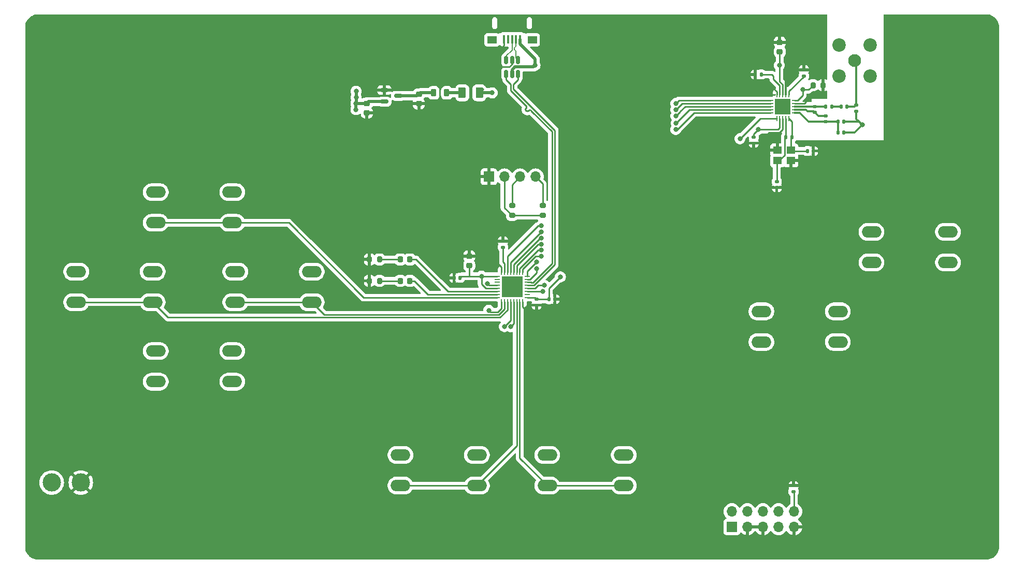
<source format=gbr>
%TF.GenerationSoftware,KiCad,Pcbnew,8.0.2*%
%TF.CreationDate,2024-06-08T21:37:47-07:00*%
%TF.ProjectId,STM_RF_PCB,53544d5f-5246-45f5-9043-422e6b696361,rev?*%
%TF.SameCoordinates,Original*%
%TF.FileFunction,Copper,L1,Top*%
%TF.FilePolarity,Positive*%
%FSLAX46Y46*%
G04 Gerber Fmt 4.6, Leading zero omitted, Abs format (unit mm)*
G04 Created by KiCad (PCBNEW 8.0.2) date 2024-06-08 21:37:47*
%MOMM*%
%LPD*%
G01*
G04 APERTURE LIST*
G04 Aperture macros list*
%AMRoundRect*
0 Rectangle with rounded corners*
0 $1 Rounding radius*
0 $2 $3 $4 $5 $6 $7 $8 $9 X,Y pos of 4 corners*
0 Add a 4 corners polygon primitive as box body*
4,1,4,$2,$3,$4,$5,$6,$7,$8,$9,$2,$3,0*
0 Add four circle primitives for the rounded corners*
1,1,$1+$1,$2,$3*
1,1,$1+$1,$4,$5*
1,1,$1+$1,$6,$7*
1,1,$1+$1,$8,$9*
0 Add four rect primitives between the rounded corners*
20,1,$1+$1,$2,$3,$4,$5,0*
20,1,$1+$1,$4,$5,$6,$7,0*
20,1,$1+$1,$6,$7,$8,$9,0*
20,1,$1+$1,$8,$9,$2,$3,0*%
G04 Aperture macros list end*
%TA.AperFunction,ComponentPad*%
%ADD10O,3.200000X1.900000*%
%TD*%
%TA.AperFunction,SMDPad,CuDef*%
%ADD11RoundRect,0.150000X-0.150000X0.512500X-0.150000X-0.512500X0.150000X-0.512500X0.150000X0.512500X0*%
%TD*%
%TA.AperFunction,SMDPad,CuDef*%
%ADD12RoundRect,0.200000X0.275000X-0.200000X0.275000X0.200000X-0.275000X0.200000X-0.275000X-0.200000X0*%
%TD*%
%TA.AperFunction,SMDPad,CuDef*%
%ADD13RoundRect,0.200000X0.200000X0.275000X-0.200000X0.275000X-0.200000X-0.275000X0.200000X-0.275000X0*%
%TD*%
%TA.AperFunction,SMDPad,CuDef*%
%ADD14RoundRect,0.140000X-0.170000X0.140000X-0.170000X-0.140000X0.170000X-0.140000X0.170000X0.140000X0*%
%TD*%
%TA.AperFunction,SMDPad,CuDef*%
%ADD15RoundRect,0.140000X-0.140000X-0.170000X0.140000X-0.170000X0.140000X0.170000X-0.140000X0.170000X0*%
%TD*%
%TA.AperFunction,SMDPad,CuDef*%
%ADD16RoundRect,0.147500X-0.172500X0.147500X-0.172500X-0.147500X0.172500X-0.147500X0.172500X0.147500X0*%
%TD*%
%TA.AperFunction,SMDPad,CuDef*%
%ADD17RoundRect,0.135000X0.185000X-0.135000X0.185000X0.135000X-0.185000X0.135000X-0.185000X-0.135000X0*%
%TD*%
%TA.AperFunction,ComponentPad*%
%ADD18C,3.000000*%
%TD*%
%TA.AperFunction,SMDPad,CuDef*%
%ADD19RoundRect,0.062500X-0.350000X-0.062500X0.350000X-0.062500X0.350000X0.062500X-0.350000X0.062500X0*%
%TD*%
%TA.AperFunction,SMDPad,CuDef*%
%ADD20RoundRect,0.062500X-0.062500X-0.350000X0.062500X-0.350000X0.062500X0.350000X-0.062500X0.350000X0*%
%TD*%
%TA.AperFunction,HeatsinkPad*%
%ADD21R,2.500000X2.500000*%
%TD*%
%TA.AperFunction,ComponentPad*%
%ADD22R,1.700000X1.700000*%
%TD*%
%TA.AperFunction,ComponentPad*%
%ADD23O,1.700000X1.700000*%
%TD*%
%TA.AperFunction,SMDPad,CuDef*%
%ADD24RoundRect,0.150000X-0.512500X-0.150000X0.512500X-0.150000X0.512500X0.150000X-0.512500X0.150000X0*%
%TD*%
%TA.AperFunction,SMDPad,CuDef*%
%ADD25RoundRect,0.225000X-0.250000X0.225000X-0.250000X-0.225000X0.250000X-0.225000X0.250000X0.225000X0*%
%TD*%
%TA.AperFunction,SMDPad,CuDef*%
%ADD26RoundRect,0.218750X0.218750X0.381250X-0.218750X0.381250X-0.218750X-0.381250X0.218750X-0.381250X0*%
%TD*%
%TA.AperFunction,SMDPad,CuDef*%
%ADD27R,0.400000X1.350000*%
%TD*%
%TA.AperFunction,SMDPad,CuDef*%
%ADD28R,1.500000X1.200000*%
%TD*%
%TA.AperFunction,SMDPad,CuDef*%
%ADD29RoundRect,0.250000X-0.375000X-0.625000X0.375000X-0.625000X0.375000X0.625000X-0.375000X0.625000X0*%
%TD*%
%TA.AperFunction,SMDPad,CuDef*%
%ADD30RoundRect,0.218750X-0.218750X-0.256250X0.218750X-0.256250X0.218750X0.256250X-0.218750X0.256250X0*%
%TD*%
%TA.AperFunction,SMDPad,CuDef*%
%ADD31R,1.400000X1.200000*%
%TD*%
%TA.AperFunction,SMDPad,CuDef*%
%ADD32RoundRect,0.147500X-0.147500X-0.172500X0.147500X-0.172500X0.147500X0.172500X-0.147500X0.172500X0*%
%TD*%
%TA.AperFunction,SMDPad,CuDef*%
%ADD33RoundRect,0.140000X0.140000X0.170000X-0.140000X0.170000X-0.140000X-0.170000X0.140000X-0.170000X0*%
%TD*%
%TA.AperFunction,SMDPad,CuDef*%
%ADD34RoundRect,0.225000X0.250000X-0.225000X0.250000X0.225000X-0.250000X0.225000X-0.250000X-0.225000X0*%
%TD*%
%TA.AperFunction,SMDPad,CuDef*%
%ADD35RoundRect,0.062500X-0.375000X-0.062500X0.375000X-0.062500X0.375000X0.062500X-0.375000X0.062500X0*%
%TD*%
%TA.AperFunction,SMDPad,CuDef*%
%ADD36RoundRect,0.062500X-0.062500X-0.375000X0.062500X-0.375000X0.062500X0.375000X-0.062500X0.375000X0*%
%TD*%
%TA.AperFunction,HeatsinkPad*%
%ADD37R,3.500000X3.500000*%
%TD*%
%TA.AperFunction,ComponentPad*%
%ADD38C,2.100000*%
%TD*%
%TA.AperFunction,ComponentPad*%
%ADD39C,2.200000*%
%TD*%
%TA.AperFunction,SMDPad,CuDef*%
%ADD40RoundRect,0.135000X0.135000X0.185000X-0.135000X0.185000X-0.135000X-0.185000X0.135000X-0.185000X0*%
%TD*%
%TA.AperFunction,SMDPad,CuDef*%
%ADD41RoundRect,0.140000X0.170000X-0.140000X0.170000X0.140000X-0.170000X0.140000X-0.170000X-0.140000X0*%
%TD*%
%TA.AperFunction,SMDPad,CuDef*%
%ADD42RoundRect,0.200000X-0.200000X-0.275000X0.200000X-0.275000X0.200000X0.275000X-0.200000X0.275000X0*%
%TD*%
%TA.AperFunction,ViaPad*%
%ADD43C,0.800000*%
%TD*%
%TA.AperFunction,Conductor*%
%ADD44C,0.342400*%
%TD*%
%TA.AperFunction,Conductor*%
%ADD45C,0.250000*%
%TD*%
%TA.AperFunction,Conductor*%
%ADD46C,0.300000*%
%TD*%
%TA.AperFunction,Conductor*%
%ADD47C,0.500000*%
%TD*%
%TA.AperFunction,Conductor*%
%ADD48C,0.155400*%
%TD*%
%TA.AperFunction,Conductor*%
%ADD49C,0.245100*%
%TD*%
G04 APERTURE END LIST*
D10*
%TO.P,SW5,1,1*%
%TO.N,+3V3*%
X189250000Y-109000000D03*
X201750000Y-109000000D03*
%TO.P,SW5,2,2*%
%TO.N,Button_A*%
X189250000Y-114000000D03*
X201750000Y-114000000D03*
%TD*%
D11*
%TO.P,U2,1,I/O1*%
%TO.N,USB_CONN_D-*%
X149450000Y-67862500D03*
%TO.P,U2,2,GND*%
%TO.N,GND*%
X148500000Y-67862500D03*
%TO.P,U2,3,I/O2*%
%TO.N,USB_CONN_D+*%
X147550000Y-67862500D03*
%TO.P,U2,4,I/O2*%
%TO.N,USB_D+*%
X147550000Y-70137500D03*
%TO.P,U2,5,VBUS*%
%TO.N,+5V*%
X148500000Y-70137500D03*
%TO.P,U2,6,I/O1*%
%TO.N,USB_D-*%
X149450000Y-70137500D03*
%TD*%
D12*
%TO.P,R6,1*%
%TO.N,+3V3*%
X148500000Y-93325000D03*
%TO.P,R6,2*%
%TO.N,I2C1_SCL*%
X148500000Y-91675000D03*
%TD*%
D13*
%TO.P,R5,1*%
%TO.N,Net-(D1-K)*%
X126825000Y-100500000D03*
%TO.P,R5,2*%
%TO.N,GND*%
X125175000Y-100500000D03*
%TD*%
D14*
%TO.P,C6,1*%
%TO.N,NRF_XC2*%
X191750000Y-87770000D03*
%TO.P,C6,2*%
%TO.N,GND*%
X191750000Y-88730000D03*
%TD*%
D15*
%TO.P,C8,1*%
%TO.N,NRF_VDD_PA*%
X201770000Y-79750000D03*
%TO.P,C8,2*%
%TO.N,GND*%
X202730000Y-79750000D03*
%TD*%
D16*
%TO.P,L2,1,1*%
%TO.N,NRF_ANT_2*%
X198000000Y-75500000D03*
%TO.P,L2,2,2*%
%TO.N,NRF_ANT_1*%
X198000000Y-76470000D03*
%TD*%
D14*
%TO.P,C3,1*%
%TO.N,+3V3*%
X188000000Y-80520000D03*
%TO.P,C3,2*%
%TO.N,GND*%
X188000000Y-81480000D03*
%TD*%
D17*
%TO.P,R1,1*%
%TO.N,Net-(U1-IREF)*%
X196187500Y-70510000D03*
%TO.P,R1,2*%
%TO.N,GND*%
X196187500Y-69490000D03*
%TD*%
D15*
%TO.P,C7,1*%
%TO.N,NRF_VDD_PA*%
X201770000Y-78000000D03*
%TO.P,C7,2*%
%TO.N,GND*%
X202730000Y-78000000D03*
%TD*%
D18*
%TO.P,3v3,1*%
%TO.N,+3V3*%
X73250000Y-137000000D03*
%TD*%
D19*
%TO.P,U1,1,CE*%
%TO.N,NRF_CE*%
X190812500Y-74500000D03*
%TO.P,U1,2,CSN*%
%TO.N,SPI_CS*%
X190812500Y-75000000D03*
%TO.P,U1,3,SCK*%
%TO.N,SPI_SCK*%
X190812500Y-75500000D03*
%TO.P,U1,4,MOSI*%
%TO.N,SPI_MOSI*%
X190812500Y-76000000D03*
%TO.P,U1,5,MISO*%
%TO.N,SPI_MISO*%
X190812500Y-76500000D03*
D20*
%TO.P,U1,6,IRQ*%
%TO.N,NRF_IRQ*%
X191750000Y-77437500D03*
%TO.P,U1,7,VDD*%
%TO.N,+3V3*%
X192250000Y-77437500D03*
%TO.P,U1,8,VSS*%
%TO.N,GND*%
X192750000Y-77437500D03*
%TO.P,U1,9,XC2*%
%TO.N,NRF_XC2*%
X193250000Y-77437500D03*
%TO.P,U1,10,XC1*%
%TO.N,NRF_XC1*%
X193750000Y-77437500D03*
D19*
%TO.P,U1,11,VDD_PA*%
%TO.N,NRF_VDD_PA*%
X194687500Y-76500000D03*
%TO.P,U1,12,ANT1*%
%TO.N,NRF_ANT_1*%
X194687500Y-76000000D03*
%TO.P,U1,13,ANT2*%
%TO.N,NRF_ANT_2*%
X194687500Y-75500000D03*
%TO.P,U1,14,VSS*%
%TO.N,GND*%
X194687500Y-75000000D03*
%TO.P,U1,15,VDD*%
%TO.N,+3V3*%
X194687500Y-74500000D03*
D20*
%TO.P,U1,16,IREF*%
%TO.N,Net-(U1-IREF)*%
X193750000Y-73562500D03*
%TO.P,U1,17,VSS*%
%TO.N,GND*%
X193250000Y-73562500D03*
%TO.P,U1,18,VDD*%
%TO.N,+3V3*%
X192750000Y-73562500D03*
%TO.P,U1,19,DVDD*%
%TO.N,Net-(U1-DVDD)*%
X192250000Y-73562500D03*
%TO.P,U1,20,VSS*%
%TO.N,GND*%
X191750000Y-73562500D03*
D21*
%TO.P,U1,21*%
%TO.N,N/C*%
X192750000Y-75500000D03*
%TD*%
D22*
%TO.P,J3,1,Pin_1*%
%TO.N,+3V3*%
X184425000Y-144275000D03*
D23*
%TO.P,J3,2,Pin_2*%
%TO.N,SWDIO*%
X184425000Y-141735000D03*
%TO.P,J3,3,Pin_3*%
%TO.N,GND*%
X186965000Y-144275000D03*
%TO.P,J3,4,Pin_4*%
%TO.N,SWCLK*%
X186965000Y-141735000D03*
%TO.P,J3,5,Pin_5*%
%TO.N,GND*%
X189505000Y-144275000D03*
%TO.P,J3,6,Pin_6*%
%TO.N,unconnected-(J3-Pin_6-Pad6)*%
X189505000Y-141735000D03*
%TO.P,J3,7,Pin_7*%
%TO.N,unconnected-(J3-Pin_7-Pad7)*%
X192045000Y-144275000D03*
%TO.P,J3,8,Pin_8*%
%TO.N,unconnected-(J3-Pin_8-Pad8)*%
X192045000Y-141735000D03*
%TO.P,J3,9,Pin_9*%
%TO.N,GND*%
X194585000Y-144275000D03*
%TO.P,J3,10,Pin_10*%
%TO.N,NRST*%
X194585000Y-141735000D03*
%TD*%
D16*
%TO.P,L1,1,1*%
%TO.N,NRF_ANT_1*%
X199750000Y-77015000D03*
%TO.P,L1,2,2*%
%TO.N,NRF_VDD_PA*%
X199750000Y-77985000D03*
%TD*%
D24*
%TO.P,U3,1,GND*%
%TO.N,GND*%
X127612500Y-72800000D03*
%TO.P,U3,2,VO*%
%TO.N,+3V3*%
X127612500Y-74700000D03*
%TO.P,U3,3,VI*%
%TO.N,Net-(U3-VI)*%
X129887500Y-73750000D03*
%TD*%
D25*
%TO.P,C11,1*%
%TO.N,Net-(U3-VI)*%
X133250000Y-73475000D03*
%TO.P,C11,2*%
%TO.N,GND*%
X133250000Y-75025000D03*
%TD*%
D10*
%TO.P,SW3,1,1*%
%TO.N,+3V3*%
X90250000Y-115500000D03*
X102750000Y-115500000D03*
%TO.P,SW3,2,2*%
%TO.N,Button_DN*%
X90250000Y-120500000D03*
X102750000Y-120500000D03*
%TD*%
D26*
%TO.P,FB1,1*%
%TO.N,Net-(F1-Pad1)*%
X137812500Y-73250000D03*
%TO.P,FB1,2*%
%TO.N,Net-(U3-VI)*%
X135687500Y-73250000D03*
%TD*%
D27*
%TO.P,J2,1,VBUS*%
%TO.N,+5V*%
X149800000Y-64500000D03*
%TO.P,J2,2,D-*%
%TO.N,USB_CONN_D-*%
X149150000Y-64500000D03*
%TO.P,J2,3,D+*%
%TO.N,USB_CONN_D+*%
X148500000Y-64500000D03*
%TO.P,J2,4,ID*%
%TO.N,unconnected-(J2-ID-Pad4)*%
X147850000Y-64500000D03*
%TO.P,J2,5,GND*%
%TO.N,GND*%
X147200000Y-64500000D03*
D28*
%TO.P,J2,6,Shield*%
%TO.N,unconnected-(J2-Shield-Pad6)*%
X151800000Y-64575000D03*
%TO.N,unconnected-(J2-Shield-Pad6)_0*%
X145200000Y-64575000D03*
%TD*%
D10*
%TO.P,SW8,1,1*%
%TO.N,+3V3*%
X154250000Y-132500000D03*
X166750000Y-132500000D03*
%TO.P,SW8,2,2*%
%TO.N,Button_START*%
X154250000Y-137500000D03*
X166750000Y-137500000D03*
%TD*%
%TO.P,SW1,1,1*%
%TO.N,+3V3*%
X90250000Y-89500000D03*
X102750000Y-89500000D03*
%TO.P,SW1,2,2*%
%TO.N,Button_UP*%
X90250000Y-94500000D03*
X102750000Y-94500000D03*
%TD*%
D29*
%TO.P,F1,1*%
%TO.N,Net-(F1-Pad1)*%
X140350000Y-73250000D03*
%TO.P,F1,2*%
%TO.N,+5V*%
X143150000Y-73250000D03*
%TD*%
D30*
%TO.P,D2,1,K*%
%TO.N,Net-(D2-K)*%
X130212500Y-104000000D03*
%TO.P,D2,2,A*%
%TO.N,Net-(D2-A)*%
X131787500Y-104000000D03*
%TD*%
D31*
%TO.P,Y1,1,1*%
%TO.N,NRF_XC1*%
X194100000Y-82650000D03*
%TO.P,Y1,2,2*%
%TO.N,GND*%
X191900000Y-82650000D03*
%TO.P,Y1,3,3*%
%TO.N,NRF_XC2*%
X191900000Y-84350000D03*
%TO.P,Y1,4,4*%
%TO.N,GND*%
X194100000Y-84350000D03*
%TD*%
D32*
%TO.P,L3,1,1*%
%TO.N,NRF_ANT_2*%
X199765000Y-75500000D03*
%TO.P,L3,2,2*%
%TO.N,Net-(C9-Pad1)*%
X200735000Y-75500000D03*
%TD*%
D33*
%TO.P,C16,1*%
%TO.N,+3V3*%
X139980000Y-103500000D03*
%TO.P,C16,2*%
%TO.N,GND*%
X139020000Y-103500000D03*
%TD*%
D10*
%TO.P,SW6,1,1*%
%TO.N,+3V3*%
X207250000Y-96000000D03*
X219750000Y-96000000D03*
%TO.P,SW6,2,2*%
%TO.N,Button_B*%
X207250000Y-101000000D03*
X219750000Y-101000000D03*
%TD*%
D14*
%TO.P,C10,1*%
%TO.N,Net-(J1-In)*%
X204750000Y-75270000D03*
%TO.P,C10,2*%
%TO.N,GND*%
X204750000Y-76230000D03*
%TD*%
D34*
%TO.P,C4,1*%
%TO.N,+3V3*%
X192250000Y-66525000D03*
%TO.P,C4,2*%
%TO.N,GND*%
X192250000Y-64975000D03*
%TD*%
D15*
%TO.P,C9,1*%
%TO.N,Net-(C9-Pad1)*%
X202270000Y-75500000D03*
%TO.P,C9,2*%
%TO.N,Net-(J1-In)*%
X203230000Y-75500000D03*
%TD*%
D30*
%TO.P,D1,1,K*%
%TO.N,Net-(D1-K)*%
X130212500Y-100500000D03*
%TO.P,D1,2,A*%
%TO.N,Net-(D1-A)*%
X131787500Y-100500000D03*
%TD*%
D35*
%TO.P,U4,1,VDD*%
%TO.N,+3V3*%
X146062500Y-103250000D03*
%TO.P,U4,2,PC14*%
%TO.N,unconnected-(U4-PC14-Pad2)*%
X146062500Y-103750000D03*
%TO.P,U4,3,PC15*%
%TO.N,unconnected-(U4-PC15-Pad3)*%
X146062500Y-104250000D03*
%TO.P,U4,4,NRST*%
%TO.N,NRST*%
X146062500Y-104750000D03*
%TO.P,U4,5,VDDA*%
%TO.N,+3V3*%
X146062500Y-105250000D03*
%TO.P,U4,6,PA0*%
%TO.N,Net-(D1-A)*%
X146062500Y-105750000D03*
%TO.P,U4,7,PA1*%
%TO.N,Net-(D2-A)*%
X146062500Y-106250000D03*
%TO.P,U4,8,PA2*%
%TO.N,Button_UP*%
X146062500Y-106750000D03*
D36*
%TO.P,U4,9,PA3*%
%TO.N,Button_DN*%
X146750000Y-107437500D03*
%TO.P,U4,10,PA4*%
%TO.N,Button_RT*%
X147250000Y-107437500D03*
%TO.P,U4,11,PA5*%
%TO.N,Button_LF*%
X147750000Y-107437500D03*
%TO.P,U4,12,PA6*%
%TO.N,Button_A*%
X148250000Y-107437500D03*
%TO.P,U4,13,PA7*%
%TO.N,Button_B*%
X148750000Y-107437500D03*
%TO.P,U4,14,PB0*%
%TO.N,Button_SELECT*%
X149250000Y-107437500D03*
%TO.P,U4,15,PB1*%
%TO.N,Button_START*%
X149750000Y-107437500D03*
%TO.P,U4,16,VSS*%
%TO.N,GND*%
X150250000Y-107437500D03*
D35*
%TO.P,U4,17,VDD*%
%TO.N,+3V3*%
X150937500Y-106750000D03*
%TO.P,U4,18,PA8*%
%TO.N,unconnected-(U4-PA8-Pad18)*%
X150937500Y-106250000D03*
%TO.P,U4,19,PA9*%
%TO.N,I2C1_SCL*%
X150937500Y-105750000D03*
%TO.P,U4,20,PA10*%
%TO.N,I2C1_SDA*%
X150937500Y-105250000D03*
%TO.P,U4,21,PA11*%
%TO.N,USB_D-*%
X150937500Y-104750000D03*
%TO.P,U4,22,PA12*%
%TO.N,USB_D+*%
X150937500Y-104250000D03*
%TO.P,U4,23,PA13*%
%TO.N,SWDIO*%
X150937500Y-103750000D03*
%TO.P,U4,24,PA14*%
%TO.N,SWCLK*%
X150937500Y-103250000D03*
D36*
%TO.P,U4,25,PA15*%
%TO.N,NRF_IRQ*%
X150250000Y-102562500D03*
%TO.P,U4,26,PB3*%
%TO.N,SPI_SCK*%
X149750000Y-102562500D03*
%TO.P,U4,27,PB4*%
%TO.N,SPI_MISO*%
X149250000Y-102562500D03*
%TO.P,U4,28,PB5*%
%TO.N,SPI_MOSI*%
X148750000Y-102562500D03*
%TO.P,U4,29,PB6*%
%TO.N,SPI_CS*%
X148250000Y-102562500D03*
%TO.P,U4,30,PB7*%
%TO.N,NRF_CE*%
X147750000Y-102562500D03*
%TO.P,U4,31,PH3*%
%TO.N,Net-(U4-PH3)*%
X147250000Y-102562500D03*
%TO.P,U4,32,VSS*%
%TO.N,GND*%
X146750000Y-102562500D03*
D37*
%TO.P,U4,33,VSS*%
X148500000Y-105000000D03*
%TD*%
D18*
%TO.P,GND,1*%
%TO.N,GND*%
X78000000Y-137000000D03*
%TD*%
D15*
%TO.P,C15,1*%
%TO.N,+3V3*%
X154520000Y-107000000D03*
%TO.P,C15,2*%
%TO.N,GND*%
X155480000Y-107000000D03*
%TD*%
D10*
%TO.P,SW4,1,1*%
%TO.N,+3V3*%
X103250000Y-102500000D03*
X115750000Y-102500000D03*
%TO.P,SW4,2,2*%
%TO.N,Button_RT*%
X103250000Y-107500000D03*
X115750000Y-107500000D03*
%TD*%
D25*
%TO.P,C12,1*%
%TO.N,+3V3*%
X124750000Y-74975000D03*
%TO.P,C12,2*%
%TO.N,GND*%
X124750000Y-76525000D03*
%TD*%
D17*
%TO.P,R3,1*%
%TO.N,Net-(U4-PH3)*%
X147000000Y-98510000D03*
%TO.P,R3,2*%
%TO.N,GND*%
X147000000Y-97490000D03*
%TD*%
D10*
%TO.P,SW2,1,1*%
%TO.N,+3V3*%
X77250000Y-102500000D03*
X89750000Y-102500000D03*
%TO.P,SW2,2,2*%
%TO.N,Button_LF*%
X77250000Y-107500000D03*
X89750000Y-107500000D03*
%TD*%
D38*
%TO.P,J1,1,In*%
%TO.N,Net-(J1-In)*%
X204500000Y-68000000D03*
D39*
%TO.P,J1,2,Ext*%
%TO.N,GND*%
X201960000Y-65460000D03*
X201960000Y-70540000D03*
X207040000Y-65460000D03*
X207040000Y-70540000D03*
%TD*%
D22*
%TO.P,J4,1,Pin_1*%
%TO.N,GND*%
X144700000Y-86975000D03*
D23*
%TO.P,J4,2,Pin_2*%
%TO.N,+3V3*%
X147240000Y-86975000D03*
%TO.P,J4,3,Pin_3*%
%TO.N,I2C1_SCL*%
X149780000Y-86975000D03*
%TO.P,J4,4,Pin_4*%
%TO.N,I2C1_SDA*%
X152320000Y-86975000D03*
%TD*%
D14*
%TO.P,C14,1*%
%TO.N,+3V3*%
X152500000Y-107020000D03*
%TO.P,C14,2*%
%TO.N,GND*%
X152500000Y-107980000D03*
%TD*%
D15*
%TO.P,C5,1*%
%TO.N,NRF_XC1*%
X196770000Y-82750000D03*
%TO.P,C5,2*%
%TO.N,GND*%
X197730000Y-82750000D03*
%TD*%
D40*
%TO.P,R2,1*%
%TO.N,NRF_XC1*%
X194260000Y-80500000D03*
%TO.P,R2,2*%
%TO.N,NRF_XC2*%
X193240000Y-80500000D03*
%TD*%
D12*
%TO.P,R7,1*%
%TO.N,+3V3*%
X153500000Y-93325000D03*
%TO.P,R7,2*%
%TO.N,I2C1_SDA*%
X153500000Y-91675000D03*
%TD*%
D33*
%TO.P,C1,1*%
%TO.N,Net-(U1-DVDD)*%
X189230000Y-70250000D03*
%TO.P,C1,2*%
%TO.N,GND*%
X188270000Y-70250000D03*
%TD*%
D34*
%TO.P,C17,1*%
%TO.N,+3V3*%
X141500000Y-101500000D03*
%TO.P,C17,2*%
%TO.N,GND*%
X141500000Y-99950000D03*
%TD*%
D41*
%TO.P,C13,1*%
%TO.N,NRST*%
X194500000Y-138480000D03*
%TO.P,C13,2*%
%TO.N,GND*%
X194500000Y-137520000D03*
%TD*%
D13*
%TO.P,R4,1*%
%TO.N,Net-(D2-K)*%
X126825000Y-104000000D03*
%TO.P,R4,2*%
%TO.N,GND*%
X125175000Y-104000000D03*
%TD*%
D42*
%TO.P,C2,1*%
%TO.N,+3V3*%
X197675000Y-72000000D03*
%TO.P,C2,2*%
%TO.N,GND*%
X199325000Y-72000000D03*
%TD*%
D10*
%TO.P,SW7,1,1*%
%TO.N,+3V3*%
X130250000Y-132500000D03*
X142750000Y-132500000D03*
%TO.P,SW7,2,2*%
%TO.N,Button_SELECT*%
X130250000Y-137500000D03*
X142750000Y-137500000D03*
%TD*%
D43*
%TO.N,GND*%
X205750000Y-78500000D03*
X147500000Y-106000000D03*
X147500000Y-104000000D03*
X149500000Y-104000000D03*
X154250000Y-66500000D03*
X127000000Y-70000000D03*
X138500000Y-92500000D03*
X198250000Y-73500000D03*
X184000000Y-70000000D03*
X148500000Y-105000000D03*
X202000000Y-85000000D03*
X143000000Y-66500000D03*
X149500000Y-106000000D03*
X159000000Y-119500000D03*
X141500000Y-119500000D03*
%TO.N,+3V3*%
X122975000Y-74975000D03*
X188737347Y-79237347D03*
X192187500Y-68750000D03*
X122975000Y-76000000D03*
X123000000Y-73000000D03*
X123000000Y-74000000D03*
X196000000Y-72750000D03*
X156387653Y-103362347D03*
X143500000Y-103250000D03*
%TO.N,NRST*%
X144500000Y-104500000D03*
%TO.N,+5V*%
X152250000Y-68750000D03*
X145250000Y-73250000D03*
%TO.N,SWDIO*%
X152500000Y-102000000D03*
%TO.N,SWCLK*%
X152487730Y-100912577D03*
%TO.N,I2C1_SCL*%
X153500000Y-105750000D03*
%TO.N,I2C1_SDA*%
X153750000Y-104750000D03*
%TO.N,Button_DN*%
X144675000Y-108825000D03*
%TO.N,Button_A*%
X147250000Y-111500000D03*
%TO.N,Button_B*%
X148250000Y-111500000D03*
%TO.N,SPI_MISO*%
X175250000Y-79250000D03*
X153250000Y-97999997D03*
%TO.N,NRF_CE*%
X153254505Y-94987491D03*
X175250000Y-75000000D03*
%TO.N,SPI_CS*%
X175262653Y-76012653D03*
X153237347Y-95987347D03*
%TO.N,SPI_SCK*%
X153250000Y-99000000D03*
X175256286Y-77019020D03*
%TO.N,SPI_MOSI*%
X153250000Y-97000000D03*
X175317270Y-78208036D03*
%TO.N,NRF_IRQ*%
X185750000Y-80750000D03*
X153250000Y-100000000D03*
%TD*%
D44*
%TO.N,GND*%
X204750000Y-77500000D02*
X205750000Y-78500000D01*
X204750000Y-76230000D02*
X204750000Y-77500000D01*
X205250000Y-78000000D02*
X205750000Y-78500000D01*
X202730000Y-78000000D02*
X205250000Y-78000000D01*
X205750000Y-78500000D02*
X204500000Y-79750000D01*
X204500000Y-79750000D02*
X202730000Y-79750000D01*
D45*
X147200000Y-64500000D02*
X147200000Y-65550000D01*
X190500000Y-79750000D02*
X189500000Y-80750000D01*
X191750000Y-73562500D02*
X191750000Y-73062500D01*
D46*
X193250000Y-73562500D02*
X193250000Y-70687500D01*
D45*
X197750000Y-73500000D02*
X196250000Y-75000000D01*
X146750000Y-101750000D02*
X146000000Y-101000000D01*
X150250000Y-107437500D02*
X150250000Y-108250000D01*
X150250000Y-108250000D02*
X151000000Y-109000000D01*
D46*
X193250000Y-70687500D02*
X193687500Y-70250000D01*
D45*
X146750000Y-102562500D02*
X146750000Y-101750000D01*
X198250000Y-73500000D02*
X197750000Y-73500000D01*
X192750000Y-79250000D02*
X192250000Y-79750000D01*
X148024999Y-69000000D02*
X145500000Y-69000000D01*
X191750000Y-73062500D02*
X190687500Y-72000000D01*
X148500000Y-67862500D02*
X148500000Y-68524999D01*
X147200000Y-65550000D02*
X145250000Y-67500000D01*
X192250000Y-79750000D02*
X190500000Y-79750000D01*
X148500000Y-68524999D02*
X148024999Y-69000000D01*
X196250000Y-75000000D02*
X194687500Y-75000000D01*
X192750000Y-77437500D02*
X192750000Y-79250000D01*
%TO.N,Net-(U1-DVDD)*%
X191187500Y-71000000D02*
X191187500Y-70500000D01*
X192250000Y-72062500D02*
X191187500Y-71000000D01*
X192250000Y-73562500D02*
X192250000Y-72062500D01*
X190937500Y-70250000D02*
X191187500Y-70500000D01*
X189230000Y-70250000D02*
X190937500Y-70250000D01*
%TO.N,+3V3*%
X148500000Y-93325000D02*
X147240000Y-92065000D01*
X192250000Y-66525000D02*
X192250000Y-68687500D01*
X143500000Y-103250000D02*
X143500000Y-104525306D01*
X123000000Y-74950000D02*
X122975000Y-74975000D01*
X143500000Y-103250000D02*
X140230000Y-103250000D01*
X192250000Y-79000000D02*
X192250000Y-77437500D01*
X188000000Y-79974694D02*
X188737347Y-79237347D01*
X188737347Y-79237347D02*
X188750000Y-79250000D01*
D47*
X124750000Y-74975000D02*
X122975000Y-74975000D01*
D45*
X195162195Y-74500000D02*
X194687500Y-74500000D01*
X143500000Y-103250000D02*
X146062500Y-103250000D01*
X143500000Y-104525306D02*
X144224694Y-105250000D01*
X192187500Y-68750000D02*
X192187500Y-71363604D01*
D47*
X123000000Y-74000000D02*
X123000000Y-74950000D01*
D45*
X192750000Y-71926104D02*
X192750000Y-73562500D01*
D47*
X123000000Y-74000000D02*
X123000000Y-73000000D01*
D45*
X140230000Y-103250000D02*
X139980000Y-103500000D01*
X188000000Y-80520000D02*
X188000000Y-79974694D01*
X152500000Y-107020000D02*
X154500000Y-107020000D01*
D47*
X127612500Y-74700000D02*
X125025000Y-74700000D01*
D45*
X147240000Y-92065000D02*
X147240000Y-86975000D01*
X152230000Y-106750000D02*
X152500000Y-107020000D01*
D47*
X122975000Y-76000000D02*
X122975000Y-74975000D01*
D45*
X188750000Y-79250000D02*
X192000000Y-79250000D01*
X154520000Y-105230000D02*
X154520000Y-107000000D01*
X153500000Y-93325000D02*
X148500000Y-93325000D01*
X192250000Y-68687500D02*
X192187500Y-68750000D01*
X125025000Y-74700000D02*
X124750000Y-74975000D01*
X156387653Y-103362347D02*
X154520000Y-105230000D01*
X192000000Y-79250000D02*
X192250000Y-79000000D01*
X196000000Y-73662195D02*
X195162195Y-74500000D01*
X196000000Y-72750000D02*
X196000000Y-73662195D01*
X150937500Y-106750000D02*
X152230000Y-106750000D01*
X154500000Y-107020000D02*
X154520000Y-107000000D01*
X141500000Y-103250000D02*
X141500000Y-101500000D01*
X144224694Y-105250000D02*
X146062500Y-105250000D01*
X196000000Y-72750000D02*
X196925000Y-72750000D01*
X192187500Y-71363604D02*
X192750000Y-71926104D01*
X196925000Y-72750000D02*
X197675000Y-72000000D01*
%TO.N,NRF_XC1*%
X194260000Y-80500000D02*
X194260000Y-77947500D01*
X194200000Y-82750000D02*
X194100000Y-82650000D01*
X194260000Y-77947500D02*
X193750000Y-77437500D01*
X194100000Y-82650000D02*
X194100000Y-80660000D01*
X196770000Y-82750000D02*
X194200000Y-82750000D01*
X194100000Y-80660000D02*
X194260000Y-80500000D01*
%TO.N,NRF_XC2*%
X193240000Y-77447500D02*
X193250000Y-77437500D01*
X193075000Y-80665000D02*
X193240000Y-80500000D01*
X192150000Y-84350000D02*
X193075000Y-83425000D01*
X193075000Y-83425000D02*
X193075000Y-80665000D01*
X191750000Y-84500000D02*
X191900000Y-84350000D01*
X191900000Y-84350000D02*
X192150000Y-84350000D01*
X191750000Y-87770000D02*
X191750000Y-84500000D01*
X193240000Y-80500000D02*
X193240000Y-77447500D01*
D44*
%TO.N,NRF_VDD_PA*%
X199750000Y-77985000D02*
X201755000Y-77985000D01*
X196985000Y-77985000D02*
X199750000Y-77985000D01*
D46*
X195500000Y-76500000D02*
X196985000Y-77985000D01*
X194687500Y-76500000D02*
X195500000Y-76500000D01*
D44*
X201770000Y-78000000D02*
X201770000Y-79750000D01*
%TO.N,Net-(C9-Pad1)*%
X200735000Y-75500000D02*
X202270000Y-75500000D01*
%TO.N,Net-(J1-In)*%
X204750000Y-75270000D02*
X204750000Y-68250000D01*
X204750000Y-68250000D02*
X204500000Y-68000000D01*
X203230000Y-75500000D02*
X204520000Y-75500000D01*
X204520000Y-75500000D02*
X204750000Y-75270000D01*
D47*
%TO.N,Net-(U3-VI)*%
X135687500Y-73250000D02*
X133475000Y-73250000D01*
D45*
X133475000Y-73250000D02*
X133250000Y-73475000D01*
X132975000Y-73750000D02*
X133250000Y-73475000D01*
D47*
X129887500Y-73750000D02*
X132975000Y-73750000D01*
D45*
%TO.N,NRST*%
X146062500Y-104750000D02*
X144750000Y-104750000D01*
X194585000Y-141735000D02*
X194585000Y-138565000D01*
X194585000Y-138565000D02*
X194500000Y-138480000D01*
X144750000Y-104750000D02*
X144500000Y-104500000D01*
%TO.N,Net-(D1-K)*%
X130212500Y-100500000D02*
X126825000Y-100500000D01*
%TO.N,Net-(D1-A)*%
X132787500Y-100500000D02*
X131787500Y-100500000D01*
X146062500Y-105750000D02*
X138037500Y-105750000D01*
X138037500Y-105750000D02*
X132787500Y-100500000D01*
%TO.N,Net-(D2-A)*%
X134750000Y-106250000D02*
X132500000Y-104000000D01*
X146062500Y-106250000D02*
X134750000Y-106250000D01*
X132500000Y-104000000D02*
X131787500Y-104000000D01*
%TO.N,Net-(D2-K)*%
X130212500Y-104000000D02*
X126825000Y-104000000D01*
D47*
%TO.N,Net-(F1-Pad1)*%
X140350000Y-73250000D02*
X137812500Y-73250000D01*
D45*
%TO.N,+5V*%
X143750000Y-72650000D02*
X143150000Y-73250000D01*
D47*
X149800000Y-65300000D02*
X152250000Y-67750000D01*
X152000000Y-69000000D02*
X148975001Y-69000000D01*
X145250000Y-73250000D02*
X143150000Y-73250000D01*
X148500000Y-69475001D02*
X148500000Y-70137500D01*
X152250000Y-68750000D02*
X152000000Y-69000000D01*
X148975001Y-69000000D02*
X148500000Y-69475001D01*
X149800000Y-64500000D02*
X149800000Y-65300000D01*
X152250000Y-67750000D02*
X152250000Y-68750000D01*
D48*
%TO.N,USB_CONN_D-*%
X148900000Y-66218773D02*
X148900000Y-65868773D01*
X149150000Y-67562500D02*
X149150000Y-66468773D01*
X149150000Y-65268773D02*
X149150000Y-64500000D01*
X149150000Y-65618773D02*
X149150000Y-65268773D01*
X149450000Y-67862500D02*
X149150000Y-67562500D01*
X149025000Y-66343773D02*
G75*
G02*
X148900027Y-66218773I0J124973D01*
G01*
X148900000Y-65868773D02*
G75*
G02*
X149025000Y-65743800I125000J-27D01*
G01*
X149025000Y-65743773D02*
G75*
G03*
X149149973Y-65618773I0J124973D01*
G01*
X149150000Y-66468773D02*
G75*
G03*
X149025000Y-66343800I-125000J-27D01*
G01*
%TO.N,USB_CONN_D+*%
X147550000Y-67200001D02*
X148500000Y-66250001D01*
X147550000Y-67862500D02*
X147550000Y-67200001D01*
X148500000Y-66250001D02*
X148500000Y-64500000D01*
D45*
%TO.N,SWDIO*%
X152500000Y-102674740D02*
X151424740Y-103750000D01*
X152500000Y-102000000D02*
X152500000Y-102674740D01*
X151424740Y-103750000D02*
X150937500Y-103750000D01*
%TO.N,SWCLK*%
X152487730Y-100912577D02*
X150937500Y-102462807D01*
X150937500Y-102462807D02*
X150937500Y-103250000D01*
%TO.N,I2C1_SCL*%
X148500000Y-88255000D02*
X149780000Y-86975000D01*
X153500000Y-105750000D02*
X150937500Y-105750000D01*
X148500000Y-91675000D02*
X148500000Y-88255000D01*
%TO.N,I2C1_SDA*%
X153500000Y-91675000D02*
X153500000Y-88155000D01*
X152750000Y-104750000D02*
X152250000Y-105250000D01*
X152250000Y-105250000D02*
X150937500Y-105250000D01*
X153500000Y-88155000D02*
X152320000Y-86975000D01*
X153750000Y-104750000D02*
X152750000Y-104750000D01*
D46*
%TO.N,NRF_ANT_1*%
X196500000Y-76000000D02*
X196750000Y-76250000D01*
X196750000Y-76250000D02*
X197757696Y-76250000D01*
X197757696Y-76250000D02*
X197977696Y-76470000D01*
X194687500Y-76000000D02*
X196500000Y-76000000D01*
D44*
X198545000Y-77015000D02*
X198000000Y-76470000D01*
D45*
X197977696Y-76470000D02*
X198000000Y-76470000D01*
D44*
X199750000Y-77015000D02*
X198545000Y-77015000D01*
%TO.N,NRF_ANT_2*%
X198000000Y-75500000D02*
X199765000Y-75500000D01*
D46*
X194687500Y-75500000D02*
X198000000Y-75500000D01*
D45*
%TO.N,Net-(U1-IREF)*%
X193750000Y-73562500D02*
X193750000Y-73000000D01*
X196187500Y-70562500D02*
X196187500Y-70510000D01*
X193750000Y-73000000D02*
X196187500Y-70562500D01*
%TO.N,Net-(U4-PH3)*%
X147250000Y-101162630D02*
X147000000Y-100912630D01*
X147250000Y-102562500D02*
X147250000Y-101162630D01*
X147000000Y-100912630D02*
X147000000Y-98510000D01*
%TO.N,Button_UP*%
X112000000Y-94500000D02*
X124250000Y-106750000D01*
X90250000Y-94500000D02*
X102750000Y-94500000D01*
X102750000Y-94500000D02*
X112000000Y-94500000D01*
X124250000Y-106750000D02*
X146062500Y-106750000D01*
%TO.N,Button_LF*%
X77250000Y-107500000D02*
X89750000Y-107500000D01*
X92250000Y-110000000D02*
X146511396Y-110000000D01*
X89750000Y-107500000D02*
X92250000Y-110000000D01*
X147750000Y-108761396D02*
X147750000Y-107437500D01*
X146511396Y-110000000D02*
X147750000Y-108761396D01*
%TO.N,Button_DN*%
X144950000Y-109100000D02*
X146138604Y-109100000D01*
X146138604Y-109100000D02*
X146750000Y-108488604D01*
X146750000Y-108488604D02*
X146750000Y-107437500D01*
X144675000Y-108825000D02*
X144950000Y-109100000D01*
%TO.N,Button_RT*%
X117800000Y-109550000D02*
X146325000Y-109550000D01*
X147250000Y-108625000D02*
X147250000Y-107437500D01*
X146325000Y-109550000D02*
X147250000Y-108625000D01*
X103250000Y-107500000D02*
X115750000Y-107500000D01*
X115750000Y-107500000D02*
X117800000Y-109550000D01*
%TO.N,Button_A*%
X147250000Y-111500000D02*
X147250000Y-111474695D01*
X147250000Y-111474695D02*
X148250000Y-110474695D01*
X148250000Y-110474695D02*
X148250000Y-107437500D01*
%TO.N,Button_B*%
X148750000Y-111000000D02*
X148750000Y-107437500D01*
X148250000Y-111500000D02*
X148750000Y-111000000D01*
%TO.N,SPI_MISO*%
X153250000Y-97999997D02*
X152750003Y-97999997D01*
X149250000Y-101500000D02*
X149250000Y-102562500D01*
X178250000Y-76500000D02*
X190812500Y-76500000D01*
X175250000Y-79250000D02*
X175500000Y-79250000D01*
X152750003Y-97999997D02*
X149250000Y-101500000D01*
X175500000Y-79250000D02*
X178250000Y-76500000D01*
%TO.N,NRF_CE*%
X175750000Y-74500000D02*
X190812500Y-74500000D01*
X153254505Y-94987491D02*
X152762509Y-94987491D01*
X147750000Y-100000000D02*
X147750000Y-102562500D01*
X175250000Y-75000000D02*
X175750000Y-74500000D01*
X152762509Y-94987491D02*
X147750000Y-100000000D01*
%TO.N,SPI_CS*%
X175262653Y-76012653D02*
X176275306Y-75000000D01*
X153237347Y-95987348D02*
X148250000Y-100974695D01*
X148250000Y-100974695D02*
X148250000Y-102562500D01*
X153237347Y-95987347D02*
X153237347Y-95987348D01*
X176275306Y-75000000D02*
X190812500Y-75000000D01*
%TO.N,SPI_SCK*%
X175256286Y-77019020D02*
X175537653Y-76737653D01*
X175537653Y-76737653D02*
X175562958Y-76737653D01*
X175562958Y-76737653D02*
X175987653Y-76312958D01*
X149750000Y-101988605D02*
X152738605Y-99000000D01*
X149750000Y-102562500D02*
X149750000Y-101988605D01*
X152738605Y-99000000D02*
X153250000Y-99000000D01*
X175987653Y-76312958D02*
X175987653Y-76287653D01*
X175987653Y-76287653D02*
X176775306Y-75500000D01*
X176775306Y-75500000D02*
X190812500Y-75500000D01*
%TO.N,SPI_MOSI*%
X148750000Y-102562500D02*
X148750000Y-101363604D01*
X175317270Y-78182730D02*
X177500000Y-76000000D01*
X148750000Y-101363604D02*
X153113604Y-97000000D01*
X177500000Y-76000000D02*
X190812500Y-76000000D01*
X153113604Y-97000000D02*
X153250000Y-97000000D01*
X175317270Y-78208036D02*
X175317270Y-78182730D01*
%TO.N,NRF_IRQ*%
X152375001Y-100000000D02*
X153250000Y-100000000D01*
X150250000Y-102125001D02*
X152375001Y-100000000D01*
X189062500Y-77437500D02*
X191750000Y-77437500D01*
X185750000Y-80750000D02*
X189062500Y-77437500D01*
X150250000Y-102562500D02*
X150250000Y-102125001D01*
D49*
%TO.N,USB_D+*%
X147550000Y-70137500D02*
X147550000Y-71131251D01*
X151661142Y-76229342D02*
X155025000Y-79593200D01*
X151618751Y-104275000D02*
X151593751Y-104250000D01*
X155025000Y-79593200D02*
X155025000Y-82699958D01*
X155025000Y-82699958D02*
X155025000Y-101156800D01*
X151593751Y-104250000D02*
X150937500Y-104250000D01*
X151576289Y-76144488D02*
X151661142Y-76229342D01*
X150812614Y-75720225D02*
X150742729Y-75790109D01*
X148275000Y-71856251D02*
X148275000Y-72843200D01*
X155025000Y-101156800D02*
X151906800Y-104275000D01*
X147550000Y-71131251D02*
X148275000Y-71856251D01*
X151906800Y-104275000D02*
X151618751Y-104275000D01*
X150742729Y-76129521D02*
X150827581Y-76214373D01*
X148275000Y-72843200D02*
X150812614Y-75380814D01*
X151166993Y-76214373D02*
X151236877Y-76144488D01*
X150827581Y-76214373D02*
G75*
G03*
X151166993Y-76214373I169706J169704D01*
G01*
X150812614Y-75380814D02*
G75*
G02*
X150812595Y-75720205I-169714J-169686D01*
G01*
X150742729Y-75790109D02*
G75*
G03*
X150742744Y-76129506I169671J-169691D01*
G01*
X151236877Y-76144488D02*
G75*
G02*
X151576289Y-76144488I169706J-169704D01*
G01*
%TO.N,USB_D-*%
X151618751Y-104725000D02*
X151593751Y-104750000D01*
X155475000Y-101343200D02*
X152093200Y-104725000D01*
X149450000Y-71131251D02*
X148725000Y-71856251D01*
X152093200Y-104725000D02*
X151618751Y-104725000D01*
X148725000Y-71856251D02*
X148725000Y-72656800D01*
X151593751Y-104750000D02*
X150937500Y-104750000D01*
X149450000Y-70137500D02*
X149450000Y-71131251D01*
X155475000Y-79406800D02*
X155475000Y-101343200D01*
X148725000Y-72656800D02*
X155475000Y-79406800D01*
D45*
%TO.N,Button_SELECT*%
X130250000Y-137500000D02*
X142750000Y-137500000D01*
X149250000Y-131000000D02*
X149250000Y-107437500D01*
X142750000Y-137500000D02*
X149250000Y-131000000D01*
%TO.N,Button_START*%
X149750000Y-133000000D02*
X149750000Y-107437500D01*
X154250000Y-137500000D02*
X149750000Y-133000000D01*
X166750000Y-137500000D02*
X154250000Y-137500000D01*
%TD*%
%TA.AperFunction,Conductor*%
%TO.N,GND*%
G36*
X189039075Y-144082007D02*
G01*
X189005000Y-144209174D01*
X189005000Y-144340826D01*
X189039075Y-144467993D01*
X189071988Y-144525000D01*
X187398012Y-144525000D01*
X187430925Y-144467993D01*
X187465000Y-144340826D01*
X187465000Y-144209174D01*
X187430925Y-144082007D01*
X187398012Y-144025000D01*
X189071988Y-144025000D01*
X189039075Y-144082007D01*
G37*
%TD.AperFunction*%
%TA.AperFunction,Conductor*%
G36*
X149532514Y-103484501D02*
G01*
X149532674Y-103483905D01*
X149540524Y-103486008D01*
X149540526Y-103486008D01*
X149540528Y-103486009D01*
X149650599Y-103500500D01*
X149849400Y-103500499D01*
X149862039Y-103498835D01*
X149931073Y-103509600D01*
X149983329Y-103555980D01*
X150002215Y-103623249D01*
X150001164Y-103637952D01*
X149999500Y-103650596D01*
X149999500Y-103849403D01*
X150013989Y-103959468D01*
X150016094Y-103967322D01*
X150012814Y-103968200D01*
X150018581Y-104022073D01*
X150015517Y-104032522D01*
X150016095Y-104032677D01*
X150013990Y-104040529D01*
X149999500Y-104150598D01*
X149999500Y-104349403D01*
X150013989Y-104459468D01*
X150016094Y-104467322D01*
X150012814Y-104468200D01*
X150018581Y-104522073D01*
X150015517Y-104532522D01*
X150016095Y-104532677D01*
X150013990Y-104540529D01*
X149999500Y-104650598D01*
X149999500Y-104849403D01*
X150013989Y-104959468D01*
X150016094Y-104967322D01*
X150012814Y-104968200D01*
X150018581Y-105022073D01*
X150015517Y-105032522D01*
X150016095Y-105032677D01*
X150013990Y-105040529D01*
X149999500Y-105150598D01*
X149999500Y-105349403D01*
X150013989Y-105459468D01*
X150016094Y-105467322D01*
X150012814Y-105468200D01*
X150018581Y-105522073D01*
X150015517Y-105532522D01*
X150016095Y-105532677D01*
X150013990Y-105540529D01*
X149999500Y-105650598D01*
X149999500Y-105849403D01*
X150013989Y-105959468D01*
X150016094Y-105967322D01*
X150012814Y-105968200D01*
X150018581Y-106022073D01*
X150015517Y-106032522D01*
X150016095Y-106032677D01*
X150013990Y-106040529D01*
X149999500Y-106150598D01*
X149999500Y-106349400D01*
X150001165Y-106362045D01*
X149990396Y-106431080D01*
X149944013Y-106483333D01*
X149876743Y-106502215D01*
X149862046Y-106501164D01*
X149849401Y-106499500D01*
X149650596Y-106499500D01*
X149540531Y-106513989D01*
X149532678Y-106516094D01*
X149531802Y-106512824D01*
X149477853Y-106518567D01*
X149467477Y-106515518D01*
X149467323Y-106516095D01*
X149459470Y-106513990D01*
X149349401Y-106499500D01*
X149150596Y-106499500D01*
X149040531Y-106513989D01*
X149032678Y-106516094D01*
X149031802Y-106512824D01*
X148977853Y-106518567D01*
X148967477Y-106515518D01*
X148967323Y-106516095D01*
X148959470Y-106513990D01*
X148849401Y-106499500D01*
X148650596Y-106499500D01*
X148540531Y-106513989D01*
X148532678Y-106516094D01*
X148531802Y-106512824D01*
X148477853Y-106518567D01*
X148467477Y-106515518D01*
X148467323Y-106516095D01*
X148459470Y-106513990D01*
X148349401Y-106499500D01*
X148150596Y-106499500D01*
X148040531Y-106513989D01*
X148032678Y-106516094D01*
X148031802Y-106512824D01*
X147977853Y-106518567D01*
X147967477Y-106515518D01*
X147967323Y-106516095D01*
X147959470Y-106513990D01*
X147849401Y-106499500D01*
X147650596Y-106499500D01*
X147540531Y-106513989D01*
X147532678Y-106516094D01*
X147531802Y-106512824D01*
X147477853Y-106518567D01*
X147467477Y-106515518D01*
X147467323Y-106516095D01*
X147459470Y-106513990D01*
X147349401Y-106499500D01*
X147150598Y-106499500D01*
X147137953Y-106501165D01*
X147068918Y-106490395D01*
X147016665Y-106444012D01*
X146997784Y-106376742D01*
X146998836Y-106362039D01*
X147000500Y-106349401D01*
X147000499Y-106150600D01*
X146986009Y-106040528D01*
X146986008Y-106040525D01*
X146983905Y-106032674D01*
X146987207Y-106031789D01*
X146981392Y-105978075D01*
X146984501Y-105967485D01*
X146983905Y-105967326D01*
X146986008Y-105959475D01*
X146986008Y-105959474D01*
X146986009Y-105959472D01*
X147000500Y-105849401D01*
X147000499Y-105650600D01*
X146986009Y-105540528D01*
X146986008Y-105540525D01*
X146983905Y-105532674D01*
X146987207Y-105531789D01*
X146981392Y-105478075D01*
X146984501Y-105467485D01*
X146983905Y-105467326D01*
X146986008Y-105459475D01*
X146986008Y-105459474D01*
X146986009Y-105459472D01*
X147000500Y-105349401D01*
X147000499Y-105150600D01*
X146986009Y-105040528D01*
X146986008Y-105040525D01*
X146983905Y-105032674D01*
X146987207Y-105031789D01*
X146981392Y-104978075D01*
X146984501Y-104967485D01*
X146983905Y-104967326D01*
X146986008Y-104959475D01*
X146986008Y-104959474D01*
X146986009Y-104959472D01*
X147000500Y-104849401D01*
X147000499Y-104650600D01*
X146986009Y-104540528D01*
X146986008Y-104540525D01*
X146983905Y-104532674D01*
X146987207Y-104531789D01*
X146981392Y-104478075D01*
X146984501Y-104467485D01*
X146983905Y-104467326D01*
X146986008Y-104459475D01*
X146986008Y-104459474D01*
X146986009Y-104459472D01*
X147000500Y-104349401D01*
X147000499Y-104150600D01*
X146986009Y-104040528D01*
X146986008Y-104040525D01*
X146983905Y-104032674D01*
X146987207Y-104031789D01*
X146981392Y-103978075D01*
X146984501Y-103967485D01*
X146983905Y-103967326D01*
X146986008Y-103959475D01*
X146986008Y-103959474D01*
X146986009Y-103959472D01*
X147000500Y-103849401D01*
X147000499Y-103650600D01*
X147000498Y-103650596D01*
X146998835Y-103637960D01*
X147009601Y-103568925D01*
X147055981Y-103516669D01*
X147123249Y-103497784D01*
X147137959Y-103498836D01*
X147138945Y-103498965D01*
X147150599Y-103500500D01*
X147349400Y-103500499D01*
X147349401Y-103500499D01*
X147370024Y-103497784D01*
X147459472Y-103486009D01*
X147459475Y-103486007D01*
X147467326Y-103483905D01*
X147468210Y-103487207D01*
X147521925Y-103481392D01*
X147532514Y-103484501D01*
X147532674Y-103483905D01*
X147540524Y-103486008D01*
X147540526Y-103486008D01*
X147540528Y-103486009D01*
X147650599Y-103500500D01*
X147849400Y-103500499D01*
X147849401Y-103500499D01*
X147870024Y-103497784D01*
X147959472Y-103486009D01*
X147959475Y-103486007D01*
X147967326Y-103483905D01*
X147968210Y-103487207D01*
X148021925Y-103481392D01*
X148032514Y-103484501D01*
X148032674Y-103483905D01*
X148040524Y-103486008D01*
X148040526Y-103486008D01*
X148040528Y-103486009D01*
X148150599Y-103500500D01*
X148349400Y-103500499D01*
X148349401Y-103500499D01*
X148370024Y-103497784D01*
X148459472Y-103486009D01*
X148459475Y-103486007D01*
X148467326Y-103483905D01*
X148468210Y-103487207D01*
X148521925Y-103481392D01*
X148532514Y-103484501D01*
X148532674Y-103483905D01*
X148540524Y-103486008D01*
X148540526Y-103486008D01*
X148540528Y-103486009D01*
X148650599Y-103500500D01*
X148849400Y-103500499D01*
X148849401Y-103500499D01*
X148870024Y-103497784D01*
X148959472Y-103486009D01*
X148959475Y-103486007D01*
X148967326Y-103483905D01*
X148968210Y-103487207D01*
X149021925Y-103481392D01*
X149032514Y-103484501D01*
X149032674Y-103483905D01*
X149040524Y-103486008D01*
X149040526Y-103486008D01*
X149040528Y-103486009D01*
X149150599Y-103500500D01*
X149349400Y-103500499D01*
X149349401Y-103500499D01*
X149370024Y-103497784D01*
X149459472Y-103486009D01*
X149459475Y-103486007D01*
X149467326Y-103483905D01*
X149468210Y-103487207D01*
X149521925Y-103481392D01*
X149532514Y-103484501D01*
G37*
%TD.AperFunction*%
%TA.AperFunction,Conductor*%
G36*
X199943039Y-60420185D02*
G01*
X199988794Y-60472989D01*
X200000000Y-60524500D01*
X200000000Y-70974324D01*
X199980315Y-71041363D01*
X199927511Y-71087118D01*
X199858353Y-71097062D01*
X199821727Y-71083973D01*
X199821238Y-71085060D01*
X199814396Y-71081980D01*
X199652105Y-71031409D01*
X199652106Y-71031409D01*
X199581572Y-71025000D01*
X199575000Y-71025000D01*
X199575000Y-72974999D01*
X199581581Y-72974999D01*
X199652102Y-72968591D01*
X199652107Y-72968590D01*
X199814398Y-72918018D01*
X199821238Y-72914940D01*
X199822099Y-72916854D01*
X199879393Y-72901721D01*
X199945869Y-72923233D01*
X199990162Y-72977269D01*
X200000000Y-73025675D01*
X200000000Y-74126000D01*
X199980315Y-74193039D01*
X199927511Y-74238794D01*
X199876000Y-74250000D01*
X197500000Y-74250000D01*
X197500000Y-74626000D01*
X197480315Y-74693039D01*
X197427511Y-74738794D01*
X197376000Y-74750000D01*
X196096147Y-74750000D01*
X196029108Y-74730315D01*
X195983353Y-74677511D01*
X195973409Y-74608353D01*
X196002434Y-74544797D01*
X196008466Y-74538319D01*
X196273816Y-74272968D01*
X196398729Y-74148055D01*
X196398733Y-74148053D01*
X196485858Y-74060928D01*
X196554311Y-73958481D01*
X196601463Y-73844647D01*
X196625500Y-73723801D01*
X196625500Y-73499500D01*
X196645185Y-73432461D01*
X196697989Y-73386706D01*
X196749500Y-73375500D01*
X196986607Y-73375500D01*
X197047029Y-73363481D01*
X197107452Y-73351463D01*
X197157496Y-73330734D01*
X197221286Y-73304312D01*
X197272509Y-73270084D01*
X197323733Y-73235858D01*
X197410858Y-73148733D01*
X197410860Y-73148729D01*
X197547772Y-73011817D01*
X197609095Y-72978334D01*
X197635452Y-72975500D01*
X197931613Y-72975500D01*
X197931616Y-72975500D01*
X198002196Y-72969086D01*
X198164606Y-72918478D01*
X198310185Y-72830472D01*
X198412673Y-72727983D01*
X198473994Y-72694499D01*
X198543685Y-72699483D01*
X198588034Y-72727984D01*
X198690122Y-72830072D01*
X198835604Y-72918019D01*
X198835603Y-72918019D01*
X198997894Y-72968590D01*
X198997893Y-72968590D01*
X199068408Y-72974998D01*
X199068426Y-72974999D01*
X199074999Y-72974998D01*
X199075000Y-72974998D01*
X199075000Y-71025000D01*
X199074999Y-71024999D01*
X199068436Y-71025000D01*
X199068417Y-71025001D01*
X198997897Y-71031408D01*
X198997892Y-71031409D01*
X198835603Y-71081981D01*
X198690122Y-71169927D01*
X198690121Y-71169928D01*
X198588035Y-71272015D01*
X198526712Y-71305500D01*
X198457020Y-71300516D01*
X198412673Y-71272015D01*
X198310188Y-71169530D01*
X198303523Y-71165501D01*
X198164606Y-71081522D01*
X198002196Y-71030914D01*
X198002194Y-71030913D01*
X198002192Y-71030913D01*
X197952778Y-71026423D01*
X197931616Y-71024500D01*
X197418384Y-71024500D01*
X197399145Y-71026248D01*
X197347807Y-71030913D01*
X197346215Y-71031409D01*
X197186367Y-71081219D01*
X197185391Y-71081523D01*
X197089255Y-71139639D01*
X197021700Y-71157475D01*
X196955227Y-71135957D01*
X196910939Y-71081916D01*
X196902899Y-71012511D01*
X196918371Y-70970407D01*
X196960369Y-70899393D01*
X197003026Y-70752567D01*
X197005164Y-70745208D01*
X197005165Y-70745202D01*
X197008000Y-70709181D01*
X197007999Y-70310820D01*
X197005165Y-70274796D01*
X196960369Y-70120607D01*
X196926081Y-70062629D01*
X196908898Y-69994905D01*
X196926082Y-69936386D01*
X196959904Y-69879196D01*
X196959905Y-69879194D01*
X197000344Y-69740000D01*
X196447909Y-69740000D01*
X196438182Y-69739618D01*
X196436682Y-69739500D01*
X195938331Y-69739500D01*
X195938306Y-69739501D01*
X195936832Y-69739618D01*
X195927107Y-69740000D01*
X195374656Y-69740000D01*
X195415094Y-69879193D01*
X195448919Y-69936388D01*
X195466101Y-70004112D01*
X195448919Y-70062628D01*
X195414630Y-70120607D01*
X195414629Y-70120611D01*
X195369835Y-70274791D01*
X195369834Y-70274797D01*
X195367000Y-70310811D01*
X195367000Y-70447046D01*
X195347315Y-70514085D01*
X195330681Y-70534727D01*
X193587181Y-72278227D01*
X193525858Y-72311712D01*
X193456166Y-72306728D01*
X193400233Y-72264856D01*
X193375816Y-72199392D01*
X193375500Y-72190546D01*
X193375500Y-71864497D01*
X193375499Y-71864493D01*
X193351464Y-71743659D01*
X193351463Y-71743652D01*
X193320286Y-71668384D01*
X193304312Y-71629818D01*
X193258412Y-71561126D01*
X193235858Y-71527371D01*
X193235856Y-71527368D01*
X193145637Y-71437149D01*
X193145606Y-71437120D01*
X192849319Y-71140833D01*
X192815834Y-71079510D01*
X192813000Y-71053152D01*
X192813000Y-69448687D01*
X192832685Y-69381648D01*
X192844850Y-69365715D01*
X192863391Y-69345122D01*
X192920033Y-69282216D01*
X192944406Y-69240000D01*
X195374656Y-69240000D01*
X195937500Y-69240000D01*
X196437500Y-69240000D01*
X197000344Y-69240000D01*
X196959904Y-69100805D01*
X196878238Y-68962714D01*
X196878231Y-68962705D01*
X196764794Y-68849268D01*
X196764785Y-68849261D01*
X196626691Y-68767593D01*
X196626688Y-68767592D01*
X196472630Y-68722834D01*
X196437500Y-68720068D01*
X196437500Y-69240000D01*
X195937500Y-69240000D01*
X195937500Y-68720068D01*
X195937499Y-68720068D01*
X195902369Y-68722834D01*
X195902368Y-68722834D01*
X195748311Y-68767592D01*
X195748308Y-68767593D01*
X195610214Y-68849261D01*
X195610205Y-68849268D01*
X195496768Y-68962705D01*
X195496761Y-68962714D01*
X195415095Y-69100805D01*
X195374656Y-69240000D01*
X192944406Y-69240000D01*
X193014679Y-69118284D01*
X193073174Y-68938256D01*
X193092960Y-68750000D01*
X193073174Y-68561744D01*
X193014679Y-68381716D01*
X192920033Y-68217784D01*
X192907350Y-68203698D01*
X192877120Y-68140706D01*
X192875500Y-68120726D01*
X192875500Y-67440004D01*
X192895185Y-67372965D01*
X192934403Y-67334465D01*
X192953044Y-67322968D01*
X193072968Y-67203044D01*
X193162003Y-67058697D01*
X193215349Y-66897708D01*
X193225500Y-66798345D01*
X193225499Y-66251656D01*
X193215349Y-66152292D01*
X193162003Y-65991303D01*
X193161999Y-65991297D01*
X193161998Y-65991294D01*
X193072970Y-65846959D01*
X193072967Y-65846955D01*
X193063339Y-65837327D01*
X193029854Y-65776004D01*
X193034838Y-65706312D01*
X193063345Y-65661959D01*
X193072573Y-65652731D01*
X193161542Y-65508492D01*
X193161547Y-65508481D01*
X193214855Y-65347606D01*
X193224999Y-65248322D01*
X193225000Y-65248309D01*
X193225000Y-65225000D01*
X191275001Y-65225000D01*
X191275001Y-65248322D01*
X191285144Y-65347607D01*
X191338452Y-65508481D01*
X191338457Y-65508492D01*
X191427424Y-65652728D01*
X191427427Y-65652732D01*
X191436660Y-65661965D01*
X191470145Y-65723288D01*
X191465161Y-65792980D01*
X191436663Y-65837324D01*
X191427033Y-65846953D01*
X191427029Y-65846959D01*
X191338001Y-65991294D01*
X191337996Y-65991305D01*
X191284651Y-66152290D01*
X191274500Y-66251647D01*
X191274500Y-66798337D01*
X191274501Y-66798355D01*
X191284650Y-66897707D01*
X191284651Y-66897710D01*
X191337996Y-67058694D01*
X191338001Y-67058705D01*
X191427029Y-67203040D01*
X191427032Y-67203044D01*
X191546956Y-67322968D01*
X191565596Y-67334465D01*
X191612321Y-67386412D01*
X191624500Y-67440004D01*
X191624500Y-67983302D01*
X191604815Y-68050341D01*
X191583469Y-68075455D01*
X191581625Y-68077114D01*
X191454966Y-68217785D01*
X191360321Y-68381715D01*
X191360318Y-68381722D01*
X191301827Y-68561740D01*
X191301826Y-68561744D01*
X191282040Y-68750000D01*
X191301826Y-68938256D01*
X191301827Y-68938259D01*
X191360318Y-69118277D01*
X191360321Y-69118284D01*
X191454967Y-69282216D01*
X191498272Y-69330310D01*
X191530150Y-69365715D01*
X191560380Y-69428706D01*
X191562000Y-69448687D01*
X191562000Y-69690546D01*
X191542315Y-69757585D01*
X191489511Y-69803340D01*
X191420353Y-69813284D01*
X191356797Y-69784259D01*
X191350319Y-69778227D01*
X191336233Y-69764141D01*
X191285009Y-69729915D01*
X191272649Y-69721656D01*
X191233786Y-69695688D01*
X191233783Y-69695686D01*
X191233782Y-69695686D01*
X191233781Y-69695685D01*
X191132043Y-69653545D01*
X191119955Y-69648538D01*
X191119953Y-69648537D01*
X191119952Y-69648537D01*
X191059529Y-69636518D01*
X191053702Y-69635359D01*
X190999110Y-69624500D01*
X190999107Y-69624500D01*
X190999106Y-69624500D01*
X189871667Y-69624500D01*
X189804628Y-69604815D01*
X189783986Y-69588181D01*
X189765692Y-69569887D01*
X189765684Y-69569881D01*
X189647371Y-69499911D01*
X189626395Y-69487506D01*
X189626394Y-69487505D01*
X189626393Y-69487505D01*
X189626390Y-69487504D01*
X189470997Y-69442357D01*
X189470991Y-69442356D01*
X189434697Y-69439500D01*
X189434690Y-69439500D01*
X189025310Y-69439500D01*
X189025302Y-69439500D01*
X188989008Y-69442356D01*
X188989002Y-69442357D01*
X188833609Y-69487504D01*
X188833604Y-69487506D01*
X188812628Y-69499911D01*
X188744903Y-69517092D01*
X188686389Y-69499911D01*
X188666191Y-69487966D01*
X188666190Y-69487965D01*
X188520001Y-69445493D01*
X188520000Y-69445494D01*
X188520000Y-69751645D01*
X188502734Y-69814763D01*
X188497507Y-69823600D01*
X188497504Y-69823608D01*
X188452357Y-69979002D01*
X188452356Y-69979008D01*
X188449500Y-70015302D01*
X188449500Y-70484697D01*
X188452356Y-70520991D01*
X188452357Y-70520997D01*
X188497503Y-70676389D01*
X188497505Y-70676393D01*
X188497506Y-70676395D01*
X188502732Y-70685233D01*
X188520000Y-70748352D01*
X188520000Y-71054503D01*
X188666194Y-71012032D01*
X188686384Y-71000091D01*
X188754108Y-70982906D01*
X188812629Y-71000089D01*
X188833605Y-71012494D01*
X188874587Y-71024400D01*
X188989002Y-71057642D01*
X188989005Y-71057642D01*
X188989007Y-71057643D01*
X189025310Y-71060500D01*
X189025318Y-71060500D01*
X189434682Y-71060500D01*
X189434690Y-71060500D01*
X189470993Y-71057643D01*
X189470995Y-71057642D01*
X189470997Y-71057642D01*
X189527028Y-71041363D01*
X189626395Y-71012494D01*
X189765687Y-70930117D01*
X189766090Y-70929714D01*
X189783986Y-70911819D01*
X189845309Y-70878334D01*
X189871667Y-70875500D01*
X190438000Y-70875500D01*
X190505039Y-70895185D01*
X190550794Y-70947989D01*
X190562000Y-70999500D01*
X190562000Y-71061606D01*
X190582359Y-71163963D01*
X190586037Y-71182451D01*
X190633188Y-71296286D01*
X190633189Y-71296288D01*
X190633190Y-71296289D01*
X190633190Y-71296290D01*
X190652135Y-71324642D01*
X190652136Y-71324643D01*
X190701641Y-71398732D01*
X190701644Y-71398736D01*
X190793086Y-71490178D01*
X190793108Y-71490198D01*
X191588181Y-72285271D01*
X191621666Y-72346594D01*
X191624500Y-72372952D01*
X191624500Y-72546895D01*
X191604815Y-72613934D01*
X191552011Y-72659689D01*
X191547953Y-72661456D01*
X191403824Y-72721156D01*
X191286320Y-72811320D01*
X191196156Y-72928824D01*
X191139478Y-73065657D01*
X191139478Y-73065658D01*
X191125000Y-73175622D01*
X191125000Y-73437500D01*
X191500500Y-73437500D01*
X191567539Y-73457185D01*
X191613294Y-73509989D01*
X191624500Y-73561500D01*
X191624500Y-73563500D01*
X191604815Y-73630539D01*
X191552011Y-73676294D01*
X191500500Y-73687500D01*
X191125000Y-73687500D01*
X191125000Y-73750500D01*
X191105315Y-73817539D01*
X191052511Y-73863294D01*
X191001000Y-73874500D01*
X175688389Y-73874500D01*
X175627971Y-73886518D01*
X175567548Y-73898537D01*
X175567543Y-73898538D01*
X175533546Y-73912620D01*
X175520397Y-73918067D01*
X175486509Y-73932104D01*
X175453717Y-73945687D01*
X175453711Y-73945690D01*
X175438205Y-73956051D01*
X175430451Y-73961232D01*
X175430450Y-73961233D01*
X175351271Y-74014138D01*
X175351263Y-74014144D01*
X175302229Y-74063180D01*
X175240906Y-74096666D01*
X175214547Y-74099500D01*
X175155354Y-74099500D01*
X175122897Y-74106398D01*
X174970197Y-74138855D01*
X174970192Y-74138857D01*
X174797270Y-74215848D01*
X174797265Y-74215851D01*
X174644129Y-74327111D01*
X174517466Y-74467785D01*
X174422821Y-74631715D01*
X174422818Y-74631722D01*
X174372450Y-74786740D01*
X174364326Y-74811744D01*
X174344540Y-75000000D01*
X174364326Y-75188256D01*
X174364327Y-75188259D01*
X174422818Y-75368277D01*
X174422821Y-75368284D01*
X174470288Y-75450500D01*
X174473050Y-75455283D01*
X174489523Y-75523183D01*
X174473051Y-75579282D01*
X174435473Y-75644369D01*
X174381090Y-75811744D01*
X174376979Y-75824397D01*
X174357193Y-76012653D01*
X174376979Y-76200909D01*
X174376980Y-76200912D01*
X174435474Y-76380938D01*
X174474378Y-76448322D01*
X174490851Y-76516222D01*
X174474379Y-76572321D01*
X174429106Y-76650736D01*
X174377523Y-76809494D01*
X174370612Y-76830764D01*
X174350826Y-77019020D01*
X174370612Y-77207276D01*
X174370613Y-77207279D01*
X174429104Y-77387297D01*
X174429107Y-77387304D01*
X174523752Y-77551235D01*
X174544454Y-77574227D01*
X174574684Y-77637219D01*
X174566058Y-77706554D01*
X174559692Y-77719198D01*
X174490090Y-77839754D01*
X174490088Y-77839758D01*
X174431597Y-78019776D01*
X174431596Y-78019780D01*
X174411810Y-78208036D01*
X174431596Y-78396292D01*
X174431597Y-78396295D01*
X174490088Y-78576313D01*
X174490091Y-78576320D01*
X174508820Y-78608759D01*
X174525293Y-78676659D01*
X174508821Y-78732758D01*
X174422820Y-78881718D01*
X174422818Y-78881722D01*
X174364327Y-79061740D01*
X174364326Y-79061744D01*
X174344540Y-79250000D01*
X174364326Y-79438256D01*
X174364327Y-79438259D01*
X174422818Y-79618277D01*
X174422821Y-79618284D01*
X174517467Y-79782216D01*
X174613487Y-79888857D01*
X174644129Y-79922888D01*
X174797265Y-80034148D01*
X174797270Y-80034151D01*
X174970192Y-80111142D01*
X174970197Y-80111144D01*
X175155354Y-80150500D01*
X175155355Y-80150500D01*
X175344644Y-80150500D01*
X175344646Y-80150500D01*
X175529803Y-80111144D01*
X175702730Y-80034151D01*
X175855871Y-79922888D01*
X175982533Y-79782216D01*
X176030989Y-79698288D01*
X176077177Y-79618288D01*
X176077177Y-79618286D01*
X176077179Y-79618284D01*
X176097279Y-79556421D01*
X176127525Y-79507063D01*
X178472771Y-77161819D01*
X178534094Y-77128334D01*
X178560452Y-77125500D01*
X188190547Y-77125500D01*
X188257586Y-77145185D01*
X188303341Y-77197989D01*
X188313285Y-77267147D01*
X188284260Y-77330703D01*
X188278228Y-77337181D01*
X185802229Y-79813181D01*
X185740906Y-79846666D01*
X185714548Y-79849500D01*
X185655354Y-79849500D01*
X185646119Y-79851463D01*
X185470197Y-79888855D01*
X185470192Y-79888857D01*
X185297270Y-79965848D01*
X185297265Y-79965851D01*
X185144129Y-80077111D01*
X185017466Y-80217785D01*
X184922821Y-80381715D01*
X184922818Y-80381722D01*
X184879573Y-80514818D01*
X184864326Y-80561744D01*
X184844540Y-80750000D01*
X184864326Y-80938256D01*
X184864327Y-80938259D01*
X184922818Y-81118277D01*
X184922821Y-81118284D01*
X185017467Y-81282216D01*
X185144129Y-81422888D01*
X185297265Y-81534148D01*
X185297270Y-81534151D01*
X185470192Y-81611142D01*
X185470197Y-81611144D01*
X185655354Y-81650500D01*
X185655355Y-81650500D01*
X185844644Y-81650500D01*
X185844646Y-81650500D01*
X186029803Y-81611144D01*
X186202730Y-81534151D01*
X186355871Y-81422888D01*
X186482533Y-81282216D01*
X186577179Y-81118284D01*
X186635674Y-80938256D01*
X186653321Y-80770346D01*
X186679905Y-80705733D01*
X186688961Y-80695628D01*
X186898984Y-80485605D01*
X186977820Y-80406769D01*
X187039142Y-80373285D01*
X187108834Y-80378269D01*
X187164767Y-80420141D01*
X187189184Y-80485605D01*
X187189500Y-80494451D01*
X187189500Y-80724697D01*
X187192356Y-80760991D01*
X187192357Y-80760997D01*
X187237504Y-80916390D01*
X187237507Y-80916397D01*
X187249910Y-80937370D01*
X187267093Y-81005094D01*
X187249912Y-81063608D01*
X187237968Y-81083804D01*
X187195496Y-81230000D01*
X187501648Y-81230000D01*
X187564766Y-81247267D01*
X187573605Y-81252494D01*
X187573608Y-81252494D01*
X187573610Y-81252496D01*
X187729002Y-81297642D01*
X187729005Y-81297642D01*
X187729007Y-81297643D01*
X187765310Y-81300500D01*
X187765318Y-81300500D01*
X188234682Y-81300500D01*
X188234690Y-81300500D01*
X188270993Y-81297643D01*
X188270995Y-81297642D01*
X188270997Y-81297642D01*
X188426389Y-81252496D01*
X188426389Y-81252495D01*
X188426395Y-81252494D01*
X188435233Y-81247267D01*
X188498352Y-81230000D01*
X188804504Y-81230000D01*
X188762031Y-81083803D01*
X188750090Y-81063613D01*
X188732906Y-80995889D01*
X188750089Y-80937369D01*
X188762494Y-80916395D01*
X188807643Y-80760993D01*
X188810500Y-80724690D01*
X188810500Y-80315310D01*
X188807643Y-80279007D01*
X188807642Y-80279005D01*
X188806505Y-80272777D01*
X188807683Y-80272561D01*
X188807858Y-80209215D01*
X188845794Y-80150541D01*
X188900957Y-80123188D01*
X189017150Y-80098491D01*
X189190077Y-80021498D01*
X189343218Y-79910235D01*
X189343226Y-79910226D01*
X189346421Y-79907351D01*
X189409412Y-79877121D01*
X189429394Y-79875500D01*
X192061607Y-79875500D01*
X192122029Y-79863481D01*
X192182452Y-79851463D01*
X192232496Y-79830734D01*
X192296286Y-79804312D01*
X192348290Y-79769563D01*
X192348291Y-79769563D01*
X192384846Y-79745137D01*
X192398733Y-79735858D01*
X192402814Y-79731777D01*
X192464135Y-79698288D01*
X192533827Y-79703269D01*
X192589763Y-79745137D01*
X192614184Y-79810600D01*
X192614500Y-79819453D01*
X192614500Y-79862041D01*
X192597232Y-79925161D01*
X192517133Y-80060602D01*
X192517129Y-80060611D01*
X192472335Y-80214791D01*
X192472334Y-80214797D01*
X192469500Y-80250811D01*
X192469500Y-80490629D01*
X192467118Y-80514818D01*
X192450495Y-80598394D01*
X192450492Y-80598406D01*
X192449501Y-80603385D01*
X192449500Y-80603397D01*
X192449500Y-81426000D01*
X192429815Y-81493039D01*
X192377011Y-81538794D01*
X192325500Y-81550000D01*
X192150000Y-81550000D01*
X192150000Y-82776000D01*
X192130315Y-82843039D01*
X192077511Y-82888794D01*
X192026000Y-82900000D01*
X190700000Y-82900000D01*
X190700000Y-83297844D01*
X190706401Y-83357372D01*
X190706403Y-83357380D01*
X190743168Y-83455952D01*
X190748152Y-83525644D01*
X190743168Y-83542617D01*
X190705909Y-83642514D01*
X190705908Y-83642516D01*
X190699501Y-83702116D01*
X190699500Y-83702135D01*
X190699500Y-84997870D01*
X190699501Y-84997876D01*
X190705908Y-85057483D01*
X190756202Y-85192328D01*
X190756206Y-85192335D01*
X190842452Y-85307544D01*
X190842455Y-85307547D01*
X190957664Y-85393793D01*
X190957671Y-85393797D01*
X191043833Y-85425933D01*
X191099766Y-85467804D01*
X191124184Y-85533268D01*
X191124500Y-85542115D01*
X191124500Y-87128333D01*
X191104815Y-87195372D01*
X191088181Y-87216014D01*
X191069887Y-87234307D01*
X191069881Y-87234315D01*
X190987505Y-87373606D01*
X190987504Y-87373609D01*
X190942357Y-87529002D01*
X190942356Y-87529008D01*
X190939500Y-87565302D01*
X190939500Y-87974697D01*
X190942356Y-88010991D01*
X190942357Y-88010997D01*
X190987504Y-88166390D01*
X190987507Y-88166397D01*
X190999910Y-88187370D01*
X191017093Y-88255094D01*
X190999912Y-88313608D01*
X190987968Y-88333804D01*
X190945496Y-88480000D01*
X191251648Y-88480000D01*
X191314766Y-88497267D01*
X191323605Y-88502494D01*
X191323608Y-88502494D01*
X191323610Y-88502496D01*
X191479002Y-88547642D01*
X191479005Y-88547642D01*
X191479007Y-88547643D01*
X191515310Y-88550500D01*
X191515318Y-88550500D01*
X191984682Y-88550500D01*
X191984690Y-88550500D01*
X192020993Y-88547643D01*
X192020995Y-88547642D01*
X192020997Y-88547642D01*
X192176389Y-88502496D01*
X192176389Y-88502495D01*
X192176395Y-88502494D01*
X192185233Y-88497267D01*
X192248352Y-88480000D01*
X192554504Y-88480000D01*
X192512031Y-88333803D01*
X192500090Y-88313613D01*
X192482906Y-88245889D01*
X192500089Y-88187369D01*
X192512494Y-88166395D01*
X192557643Y-88010993D01*
X192560500Y-87974690D01*
X192560500Y-87565310D01*
X192557643Y-87529007D01*
X192541952Y-87475000D01*
X192512495Y-87373609D01*
X192512494Y-87373606D01*
X192512494Y-87373605D01*
X192430117Y-87234313D01*
X192430115Y-87234311D01*
X192430112Y-87234307D01*
X192411819Y-87216014D01*
X192378334Y-87154691D01*
X192375500Y-87128333D01*
X192375500Y-85574499D01*
X192395185Y-85507460D01*
X192447989Y-85461705D01*
X192499500Y-85450499D01*
X192647871Y-85450499D01*
X192647872Y-85450499D01*
X192707483Y-85444091D01*
X192842331Y-85393796D01*
X192926105Y-85331082D01*
X192991569Y-85306665D01*
X193059842Y-85321516D01*
X193074727Y-85331082D01*
X193157910Y-85393352D01*
X193157913Y-85393354D01*
X193292620Y-85443596D01*
X193292627Y-85443598D01*
X193352155Y-85449999D01*
X193352172Y-85450000D01*
X193850000Y-85450000D01*
X194350000Y-85450000D01*
X194847828Y-85450000D01*
X194847844Y-85449999D01*
X194907372Y-85443598D01*
X194907379Y-85443596D01*
X195042086Y-85393354D01*
X195042093Y-85393350D01*
X195157187Y-85307190D01*
X195157190Y-85307187D01*
X195243350Y-85192093D01*
X195243354Y-85192086D01*
X195293596Y-85057379D01*
X195293598Y-85057372D01*
X195299999Y-84997844D01*
X195300000Y-84997827D01*
X195300000Y-84600000D01*
X194350000Y-84600000D01*
X194350000Y-85450000D01*
X193850000Y-85450000D01*
X193850000Y-84224000D01*
X193869685Y-84156961D01*
X193922489Y-84111206D01*
X193974000Y-84100000D01*
X195300000Y-84100000D01*
X195300000Y-83702172D01*
X195299999Y-83702155D01*
X195293598Y-83642627D01*
X195293596Y-83642620D01*
X195256831Y-83544047D01*
X195251847Y-83474356D01*
X195256838Y-83457364D01*
X195257291Y-83456150D01*
X195299170Y-83400222D01*
X195364638Y-83375815D01*
X195373466Y-83375500D01*
X196128333Y-83375500D01*
X196195372Y-83395185D01*
X196216014Y-83411819D01*
X196234307Y-83430112D01*
X196234311Y-83430115D01*
X196234313Y-83430117D01*
X196373605Y-83512494D01*
X196414587Y-83524400D01*
X196529002Y-83557642D01*
X196529005Y-83557642D01*
X196529007Y-83557643D01*
X196565310Y-83560500D01*
X196565318Y-83560500D01*
X196974682Y-83560500D01*
X196974690Y-83560500D01*
X197010993Y-83557643D01*
X197010995Y-83557642D01*
X197010997Y-83557642D01*
X197062712Y-83542617D01*
X197166395Y-83512494D01*
X197187369Y-83500089D01*
X197255088Y-83482906D01*
X197313613Y-83500090D01*
X197333803Y-83512031D01*
X197480000Y-83554504D01*
X197480000Y-83554503D01*
X197980000Y-83554503D01*
X198126195Y-83512031D01*
X198265374Y-83429721D01*
X198265383Y-83429714D01*
X198379714Y-83315383D01*
X198379721Y-83315374D01*
X198462031Y-83176195D01*
X198462033Y-83176190D01*
X198507144Y-83020918D01*
X198507145Y-83020912D01*
X198508790Y-83000000D01*
X197980000Y-83000000D01*
X197980000Y-83554503D01*
X197480000Y-83554503D01*
X197480000Y-83248352D01*
X197497267Y-83185233D01*
X197502494Y-83176395D01*
X197547643Y-83020993D01*
X197550500Y-82984690D01*
X197550500Y-82515310D01*
X197547643Y-82479007D01*
X197502494Y-82323605D01*
X197502493Y-82323604D01*
X197502492Y-82323600D01*
X197497266Y-82314763D01*
X197480000Y-82251645D01*
X197480000Y-81945494D01*
X197980000Y-81945494D01*
X197980000Y-82500000D01*
X198508790Y-82500000D01*
X198507145Y-82479089D01*
X198462031Y-82323804D01*
X198379721Y-82184625D01*
X198379714Y-82184616D01*
X198265383Y-82070285D01*
X198265374Y-82070278D01*
X198126193Y-81987967D01*
X198126190Y-81987965D01*
X197980001Y-81945493D01*
X197980000Y-81945494D01*
X197480000Y-81945494D01*
X197479998Y-81945493D01*
X197333809Y-81987965D01*
X197333806Y-81987967D01*
X197313608Y-81999912D01*
X197245884Y-82017092D01*
X197187370Y-81999910D01*
X197166397Y-81987507D01*
X197166390Y-81987504D01*
X197010997Y-81942357D01*
X197010991Y-81942356D01*
X196974697Y-81939500D01*
X196974690Y-81939500D01*
X196565310Y-81939500D01*
X196565302Y-81939500D01*
X196529008Y-81942356D01*
X196529002Y-81942357D01*
X196373609Y-81987504D01*
X196373606Y-81987505D01*
X196234315Y-82069881D01*
X196234307Y-82069887D01*
X196216014Y-82088181D01*
X196154691Y-82121666D01*
X196128333Y-82124500D01*
X195424499Y-82124500D01*
X195357460Y-82104815D01*
X195311705Y-82052011D01*
X195301562Y-82005388D01*
X195300900Y-82005423D01*
X195300854Y-82005429D01*
X195300853Y-82005426D01*
X195300676Y-82005436D01*
X195300499Y-82002141D01*
X195300499Y-82002128D01*
X195294091Y-81942517D01*
X195294031Y-81942357D01*
X195243797Y-81807671D01*
X195243793Y-81807664D01*
X195157547Y-81692455D01*
X195157544Y-81692452D01*
X195042335Y-81606206D01*
X195042328Y-81606202D01*
X194907482Y-81555908D01*
X194907483Y-81555908D01*
X194847883Y-81549501D01*
X194847881Y-81549500D01*
X194847873Y-81549500D01*
X194847864Y-81549500D01*
X194844548Y-81549322D01*
X194844615Y-81548065D01*
X194782461Y-81529815D01*
X194736706Y-81477011D01*
X194725500Y-81425500D01*
X194725500Y-81298588D01*
X194745185Y-81231549D01*
X194781747Y-81196318D01*
X194781435Y-81195915D01*
X194785185Y-81193005D01*
X194786379Y-81191855D01*
X194787598Y-81191135D01*
X194901135Y-81077598D01*
X194911023Y-81060877D01*
X194962093Y-81013195D01*
X195017755Y-81000000D01*
X209250000Y-81000000D01*
X209250000Y-60524500D01*
X209269685Y-60457461D01*
X209322489Y-60411706D01*
X209374000Y-60400500D01*
X225942417Y-60400500D01*
X225995948Y-60400500D01*
X226004028Y-60400764D01*
X226265949Y-60417931D01*
X226282005Y-60420046D01*
X226535426Y-60470454D01*
X226551077Y-60474648D01*
X226795752Y-60557704D01*
X226810729Y-60563907D01*
X226956327Y-60635708D01*
X227042460Y-60678185D01*
X227056506Y-60686295D01*
X227271336Y-60829839D01*
X227284202Y-60839710D01*
X227322728Y-60873497D01*
X227478460Y-61010070D01*
X227489929Y-61021539D01*
X227596307Y-61142840D01*
X227658698Y-61213984D01*
X227660286Y-61215794D01*
X227670160Y-61228663D01*
X227813704Y-61443493D01*
X227821814Y-61457539D01*
X227936091Y-61689269D01*
X227942298Y-61704254D01*
X228025348Y-61948911D01*
X228029546Y-61964579D01*
X228079952Y-62217989D01*
X228082069Y-62234070D01*
X228099234Y-62495941D01*
X228099500Y-62504051D01*
X228099500Y-147495948D01*
X228099234Y-147504058D01*
X228082069Y-147765929D01*
X228079952Y-147782010D01*
X228029546Y-148035420D01*
X228025348Y-148051088D01*
X227942298Y-148295745D01*
X227936091Y-148310730D01*
X227821814Y-148542460D01*
X227813704Y-148556506D01*
X227670160Y-148771336D01*
X227660286Y-148784205D01*
X227489929Y-148978460D01*
X227478460Y-148989929D01*
X227284205Y-149160286D01*
X227271336Y-149170160D01*
X227056506Y-149313704D01*
X227042460Y-149321814D01*
X226810730Y-149436091D01*
X226795745Y-149442298D01*
X226551088Y-149525348D01*
X226535420Y-149529546D01*
X226282010Y-149579952D01*
X226265929Y-149582069D01*
X226004058Y-149599234D01*
X225995948Y-149599500D01*
X71004052Y-149599500D01*
X70995942Y-149599234D01*
X70734070Y-149582069D01*
X70717989Y-149579952D01*
X70464579Y-149529546D01*
X70448911Y-149525348D01*
X70204254Y-149442298D01*
X70189269Y-149436091D01*
X69957539Y-149321814D01*
X69943493Y-149313704D01*
X69728663Y-149170160D01*
X69715794Y-149160286D01*
X69521539Y-148989929D01*
X69510070Y-148978460D01*
X69339713Y-148784205D01*
X69329839Y-148771336D01*
X69186295Y-148556506D01*
X69178185Y-148542460D01*
X69063908Y-148310730D01*
X69057704Y-148295752D01*
X68974648Y-148051077D01*
X68970453Y-148035420D01*
X68920047Y-147782010D01*
X68917931Y-147765949D01*
X68900764Y-147504028D01*
X68900500Y-147495948D01*
X68900500Y-141734999D01*
X183069341Y-141734999D01*
X183069341Y-141735000D01*
X183089936Y-141970403D01*
X183089938Y-141970413D01*
X183151094Y-142198655D01*
X183151096Y-142198659D01*
X183151097Y-142198663D01*
X183155000Y-142207032D01*
X183250965Y-142412830D01*
X183250967Y-142412834D01*
X183359281Y-142567521D01*
X183386501Y-142606396D01*
X183386506Y-142606402D01*
X183508430Y-142728326D01*
X183541915Y-142789649D01*
X183536931Y-142859341D01*
X183495059Y-142915274D01*
X183464083Y-142932189D01*
X183332669Y-142981203D01*
X183332664Y-142981206D01*
X183217455Y-143067452D01*
X183217452Y-143067455D01*
X183131206Y-143182664D01*
X183131202Y-143182671D01*
X183080908Y-143317517D01*
X183074501Y-143377116D01*
X183074500Y-143377135D01*
X183074500Y-145172870D01*
X183074501Y-145172876D01*
X183080908Y-145232483D01*
X183131202Y-145367328D01*
X183131206Y-145367335D01*
X183217452Y-145482544D01*
X183217455Y-145482547D01*
X183332664Y-145568793D01*
X183332671Y-145568797D01*
X183467517Y-145619091D01*
X183467516Y-145619091D01*
X183474444Y-145619835D01*
X183527127Y-145625500D01*
X185322872Y-145625499D01*
X185382483Y-145619091D01*
X185517331Y-145568796D01*
X185632546Y-145482546D01*
X185718796Y-145367331D01*
X185768002Y-145235401D01*
X185809872Y-145179468D01*
X185875337Y-145155050D01*
X185943610Y-145169901D01*
X185971865Y-145191053D01*
X186093917Y-145313105D01*
X186287421Y-145448600D01*
X186501507Y-145548429D01*
X186501516Y-145548433D01*
X186715000Y-145605634D01*
X186715000Y-144708012D01*
X186772007Y-144740925D01*
X186899174Y-144775000D01*
X187030826Y-144775000D01*
X187157993Y-144740925D01*
X187215000Y-144708012D01*
X187215000Y-145605633D01*
X187428483Y-145548433D01*
X187428492Y-145548429D01*
X187642578Y-145448600D01*
X187836082Y-145313105D01*
X188003105Y-145146082D01*
X188133425Y-144959968D01*
X188188002Y-144916344D01*
X188257501Y-144909151D01*
X188319855Y-144940673D01*
X188336575Y-144959968D01*
X188466894Y-145146082D01*
X188633917Y-145313105D01*
X188827421Y-145448600D01*
X189041507Y-145548429D01*
X189041516Y-145548433D01*
X189255000Y-145605634D01*
X189255000Y-144708012D01*
X189312007Y-144740925D01*
X189439174Y-144775000D01*
X189570826Y-144775000D01*
X189697993Y-144740925D01*
X189755000Y-144708012D01*
X189755000Y-145605633D01*
X189968483Y-145548433D01*
X189968492Y-145548429D01*
X190182578Y-145448600D01*
X190376082Y-145313105D01*
X190543105Y-145146082D01*
X190673119Y-144960405D01*
X190727696Y-144916781D01*
X190797195Y-144909588D01*
X190859549Y-144941110D01*
X190876269Y-144960405D01*
X191006505Y-145146401D01*
X191173599Y-145313495D01*
X191270384Y-145381265D01*
X191367165Y-145449032D01*
X191367167Y-145449033D01*
X191367170Y-145449035D01*
X191581337Y-145548903D01*
X191809592Y-145610063D01*
X191986034Y-145625500D01*
X192044999Y-145630659D01*
X192045000Y-145630659D01*
X192045001Y-145630659D01*
X192103966Y-145625500D01*
X192280408Y-145610063D01*
X192508663Y-145548903D01*
X192722830Y-145449035D01*
X192916401Y-145313495D01*
X193083495Y-145146401D01*
X193213730Y-144960405D01*
X193268307Y-144916781D01*
X193337805Y-144909587D01*
X193400160Y-144941110D01*
X193416879Y-144960405D01*
X193546890Y-145146078D01*
X193713917Y-145313105D01*
X193907421Y-145448600D01*
X194121507Y-145548429D01*
X194121516Y-145548433D01*
X194335000Y-145605634D01*
X194335000Y-144708012D01*
X194392007Y-144740925D01*
X194519174Y-144775000D01*
X194650826Y-144775000D01*
X194777993Y-144740925D01*
X194835000Y-144708012D01*
X194835000Y-145605633D01*
X195048483Y-145548433D01*
X195048492Y-145548429D01*
X195262578Y-145448600D01*
X195456082Y-145313105D01*
X195623105Y-145146082D01*
X195758600Y-144952578D01*
X195858429Y-144738492D01*
X195858432Y-144738486D01*
X195915636Y-144525000D01*
X195018012Y-144525000D01*
X195050925Y-144467993D01*
X195085000Y-144340826D01*
X195085000Y-144209174D01*
X195050925Y-144082007D01*
X195018012Y-144025000D01*
X195915636Y-144025000D01*
X195915635Y-144024999D01*
X195858432Y-143811513D01*
X195858429Y-143811507D01*
X195758600Y-143597422D01*
X195758599Y-143597420D01*
X195623113Y-143403926D01*
X195623108Y-143403920D01*
X195456078Y-143236890D01*
X195270405Y-143106879D01*
X195226780Y-143052302D01*
X195219588Y-142982804D01*
X195251110Y-142920449D01*
X195270406Y-142903730D01*
X195270842Y-142903425D01*
X195456401Y-142773495D01*
X195623495Y-142606401D01*
X195759035Y-142412830D01*
X195858903Y-142198663D01*
X195920063Y-141970408D01*
X195940659Y-141735000D01*
X195920063Y-141499592D01*
X195858903Y-141271337D01*
X195759035Y-141057171D01*
X195753425Y-141049158D01*
X195623494Y-140863597D01*
X195456402Y-140696506D01*
X195456401Y-140696505D01*
X195263376Y-140561347D01*
X195219751Y-140506770D01*
X195210500Y-140459772D01*
X195210500Y-138998234D01*
X195227768Y-138935113D01*
X195234122Y-138924369D01*
X195262494Y-138876395D01*
X195307643Y-138720993D01*
X195310500Y-138684690D01*
X195310500Y-138275310D01*
X195307643Y-138239007D01*
X195304027Y-138226562D01*
X195262700Y-138084315D01*
X195262494Y-138083605D01*
X195250089Y-138062630D01*
X195232906Y-137994909D01*
X195250091Y-137936384D01*
X195262032Y-137916194D01*
X195304504Y-137770000D01*
X194998352Y-137770000D01*
X194935233Y-137752732D01*
X194926395Y-137747506D01*
X194926393Y-137747505D01*
X194926389Y-137747503D01*
X194770997Y-137702357D01*
X194770991Y-137702356D01*
X194734697Y-137699500D01*
X194734690Y-137699500D01*
X194265310Y-137699500D01*
X194265302Y-137699500D01*
X194229008Y-137702356D01*
X194229002Y-137702357D01*
X194073610Y-137747503D01*
X194073605Y-137747506D01*
X194064766Y-137752732D01*
X194001648Y-137770000D01*
X193695496Y-137770000D01*
X193737968Y-137916194D01*
X193749911Y-137936389D01*
X193767092Y-138004113D01*
X193749911Y-138062628D01*
X193737506Y-138083604D01*
X193737504Y-138083609D01*
X193692357Y-138239002D01*
X193692356Y-138239008D01*
X193689500Y-138275302D01*
X193689500Y-138684697D01*
X193692356Y-138720991D01*
X193692357Y-138720997D01*
X193737504Y-138876390D01*
X193737505Y-138876393D01*
X193737506Y-138876395D01*
X193819883Y-139015687D01*
X193923182Y-139118986D01*
X193956666Y-139180307D01*
X193959500Y-139206666D01*
X193959500Y-140459773D01*
X193939815Y-140526812D01*
X193906623Y-140561348D01*
X193713597Y-140696505D01*
X193546505Y-140863597D01*
X193416575Y-141049158D01*
X193361998Y-141092783D01*
X193292500Y-141099977D01*
X193230145Y-141068454D01*
X193213425Y-141049158D01*
X193083494Y-140863597D01*
X192916402Y-140696506D01*
X192916395Y-140696501D01*
X192722834Y-140560967D01*
X192722830Y-140560965D01*
X192670500Y-140536563D01*
X192508663Y-140461097D01*
X192508659Y-140461096D01*
X192508655Y-140461094D01*
X192280413Y-140399938D01*
X192280403Y-140399936D01*
X192045001Y-140379341D01*
X192044999Y-140379341D01*
X191809596Y-140399936D01*
X191809586Y-140399938D01*
X191581344Y-140461094D01*
X191581335Y-140461098D01*
X191367171Y-140560964D01*
X191367169Y-140560965D01*
X191173597Y-140696505D01*
X191006505Y-140863597D01*
X190876575Y-141049158D01*
X190821998Y-141092783D01*
X190752500Y-141099977D01*
X190690145Y-141068454D01*
X190673425Y-141049158D01*
X190543494Y-140863597D01*
X190376402Y-140696506D01*
X190376395Y-140696501D01*
X190182834Y-140560967D01*
X190182830Y-140560965D01*
X190130500Y-140536563D01*
X189968663Y-140461097D01*
X189968659Y-140461096D01*
X189968655Y-140461094D01*
X189740413Y-140399938D01*
X189740403Y-140399936D01*
X189505001Y-140379341D01*
X189504999Y-140379341D01*
X189269596Y-140399936D01*
X189269586Y-140399938D01*
X189041344Y-140461094D01*
X189041335Y-140461098D01*
X188827171Y-140560964D01*
X188827169Y-140560965D01*
X188633597Y-140696505D01*
X188466505Y-140863597D01*
X188336575Y-141049158D01*
X188281998Y-141092783D01*
X188212500Y-141099977D01*
X188150145Y-141068454D01*
X188133425Y-141049158D01*
X188003494Y-140863597D01*
X187836402Y-140696506D01*
X187836395Y-140696501D01*
X187642834Y-140560967D01*
X187642830Y-140560965D01*
X187590500Y-140536563D01*
X187428663Y-140461097D01*
X187428659Y-140461096D01*
X187428655Y-140461094D01*
X187200413Y-140399938D01*
X187200403Y-140399936D01*
X186965001Y-140379341D01*
X186964999Y-140379341D01*
X186729596Y-140399936D01*
X186729586Y-140399938D01*
X186501344Y-140461094D01*
X186501335Y-140461098D01*
X186287171Y-140560964D01*
X186287169Y-140560965D01*
X186093597Y-140696505D01*
X185926505Y-140863597D01*
X185796575Y-141049158D01*
X185741998Y-141092783D01*
X185672500Y-141099977D01*
X185610145Y-141068454D01*
X185593425Y-141049158D01*
X185463494Y-140863597D01*
X185296402Y-140696506D01*
X185296395Y-140696501D01*
X185102834Y-140560967D01*
X185102830Y-140560965D01*
X185050500Y-140536563D01*
X184888663Y-140461097D01*
X184888659Y-140461096D01*
X184888655Y-140461094D01*
X184660413Y-140399938D01*
X184660403Y-140399936D01*
X184425001Y-140379341D01*
X184424999Y-140379341D01*
X184189596Y-140399936D01*
X184189586Y-140399938D01*
X183961344Y-140461094D01*
X183961335Y-140461098D01*
X183747171Y-140560964D01*
X183747169Y-140560965D01*
X183553597Y-140696505D01*
X183386505Y-140863597D01*
X183250965Y-141057169D01*
X183250964Y-141057171D01*
X183151098Y-141271335D01*
X183151094Y-141271344D01*
X183089938Y-141499586D01*
X183089936Y-141499596D01*
X183069341Y-141734999D01*
X68900500Y-141734999D01*
X68900500Y-136999998D01*
X71244390Y-136999998D01*
X71244390Y-137000001D01*
X71264804Y-137285433D01*
X71325628Y-137565037D01*
X71325630Y-137565043D01*
X71325631Y-137565046D01*
X71425557Y-137832958D01*
X71425635Y-137833166D01*
X71562770Y-138084309D01*
X71562775Y-138084317D01*
X71734254Y-138313387D01*
X71734270Y-138313405D01*
X71936594Y-138515729D01*
X71936612Y-138515745D01*
X72165682Y-138687224D01*
X72165690Y-138687229D01*
X72416833Y-138824364D01*
X72416832Y-138824364D01*
X72416836Y-138824365D01*
X72416839Y-138824367D01*
X72684954Y-138924369D01*
X72684960Y-138924370D01*
X72684962Y-138924371D01*
X72964566Y-138985195D01*
X72964568Y-138985195D01*
X72964572Y-138985196D01*
X73218220Y-139003337D01*
X73249999Y-139005610D01*
X73250000Y-139005610D01*
X73250001Y-139005610D01*
X73278595Y-139003564D01*
X73535428Y-138985196D01*
X73631431Y-138964312D01*
X73815037Y-138924371D01*
X73815037Y-138924370D01*
X73815046Y-138924369D01*
X74083161Y-138824367D01*
X74334315Y-138687226D01*
X74563395Y-138515739D01*
X74765739Y-138313395D01*
X74937226Y-138084315D01*
X75074367Y-137833161D01*
X75174369Y-137565046D01*
X75235196Y-137285428D01*
X75255610Y-137000000D01*
X75255610Y-136999998D01*
X75994891Y-136999998D01*
X75994891Y-137000001D01*
X76015300Y-137285362D01*
X76076109Y-137564895D01*
X76176091Y-137832958D01*
X76313191Y-138084038D01*
X76313196Y-138084046D01*
X76419882Y-138226561D01*
X76419883Y-138226562D01*
X77137425Y-137509019D01*
X77223249Y-137637463D01*
X77362537Y-137776751D01*
X77490978Y-137862573D01*
X76773436Y-138580115D01*
X76915960Y-138686807D01*
X76915961Y-138686808D01*
X77167042Y-138823908D01*
X77167041Y-138823908D01*
X77435104Y-138923890D01*
X77714637Y-138984699D01*
X77999999Y-139005109D01*
X78000001Y-139005109D01*
X78285362Y-138984699D01*
X78564895Y-138923890D01*
X78832958Y-138823908D01*
X79084047Y-138686803D01*
X79226561Y-138580116D01*
X79226562Y-138580115D01*
X78509021Y-137862573D01*
X78637463Y-137776751D01*
X78776751Y-137637463D01*
X78862573Y-137509020D01*
X79580115Y-138226562D01*
X79580116Y-138226561D01*
X79686803Y-138084047D01*
X79823908Y-137832958D01*
X79923890Y-137564895D01*
X79984699Y-137285362D01*
X80005109Y-137000001D01*
X80005109Y-136999998D01*
X79984699Y-136714637D01*
X79923890Y-136435104D01*
X79823908Y-136167041D01*
X79686808Y-135915961D01*
X79686807Y-135915960D01*
X79580115Y-135773436D01*
X78862573Y-136490978D01*
X78776751Y-136362537D01*
X78637463Y-136223249D01*
X78509020Y-136137425D01*
X79226562Y-135419883D01*
X79226561Y-135419882D01*
X79084046Y-135313196D01*
X79084038Y-135313191D01*
X78832957Y-135176091D01*
X78832958Y-135176091D01*
X78564895Y-135076109D01*
X78285362Y-135015300D01*
X78000001Y-134994891D01*
X77999999Y-134994891D01*
X77714637Y-135015300D01*
X77435104Y-135076109D01*
X77167041Y-135176091D01*
X76915961Y-135313191D01*
X76915953Y-135313196D01*
X76773437Y-135419882D01*
X76773436Y-135419883D01*
X77490979Y-136137426D01*
X77362537Y-136223249D01*
X77223249Y-136362537D01*
X77137426Y-136490979D01*
X76419883Y-135773436D01*
X76419882Y-135773437D01*
X76313196Y-135915953D01*
X76313191Y-135915961D01*
X76176091Y-136167041D01*
X76076109Y-136435104D01*
X76015300Y-136714637D01*
X75994891Y-136999998D01*
X75255610Y-136999998D01*
X75235196Y-136714572D01*
X75228351Y-136683108D01*
X75174371Y-136434962D01*
X75174370Y-136434960D01*
X75174369Y-136434954D01*
X75074367Y-136166839D01*
X75068322Y-136155769D01*
X74937229Y-135915690D01*
X74937224Y-135915682D01*
X74765745Y-135686612D01*
X74765729Y-135686594D01*
X74563405Y-135484270D01*
X74563387Y-135484254D01*
X74334317Y-135312775D01*
X74334309Y-135312770D01*
X74083166Y-135175635D01*
X74083167Y-135175635D01*
X73975915Y-135135632D01*
X73815046Y-135075631D01*
X73815043Y-135075630D01*
X73815037Y-135075628D01*
X73535433Y-135014804D01*
X73250001Y-134994390D01*
X73249999Y-134994390D01*
X72964566Y-135014804D01*
X72684962Y-135075628D01*
X72416833Y-135175635D01*
X72165690Y-135312770D01*
X72165682Y-135312775D01*
X71936612Y-135484254D01*
X71936594Y-135484270D01*
X71734270Y-135686594D01*
X71734254Y-135686612D01*
X71562775Y-135915682D01*
X71562770Y-135915690D01*
X71425635Y-136166833D01*
X71325628Y-136434962D01*
X71264804Y-136714566D01*
X71244390Y-136999998D01*
X68900500Y-136999998D01*
X68900500Y-132385837D01*
X128149500Y-132385837D01*
X128149500Y-132614162D01*
X128185215Y-132839660D01*
X128255770Y-133056803D01*
X128359421Y-133260228D01*
X128493621Y-133444937D01*
X128655063Y-133606379D01*
X128839772Y-133740579D01*
X128935884Y-133789550D01*
X129043196Y-133844229D01*
X129043198Y-133844229D01*
X129043201Y-133844231D01*
X129159592Y-133882049D01*
X129260339Y-133914784D01*
X129485838Y-133950500D01*
X129485843Y-133950500D01*
X131014162Y-133950500D01*
X131239660Y-133914784D01*
X131456799Y-133844231D01*
X131660228Y-133740579D01*
X131844937Y-133606379D01*
X132006379Y-133444937D01*
X132140579Y-133260228D01*
X132244231Y-133056799D01*
X132314784Y-132839660D01*
X132324672Y-132777229D01*
X132350500Y-132614162D01*
X132350500Y-132385837D01*
X140649500Y-132385837D01*
X140649500Y-132614162D01*
X140685215Y-132839660D01*
X140755770Y-133056803D01*
X140859421Y-133260228D01*
X140993621Y-133444937D01*
X141155063Y-133606379D01*
X141339772Y-133740579D01*
X141435884Y-133789550D01*
X141543196Y-133844229D01*
X141543198Y-133844229D01*
X141543201Y-133844231D01*
X141659592Y-133882049D01*
X141760339Y-133914784D01*
X141985838Y-133950500D01*
X141985843Y-133950500D01*
X143514162Y-133950500D01*
X143739660Y-133914784D01*
X143956799Y-133844231D01*
X144160228Y-133740579D01*
X144344937Y-133606379D01*
X144506379Y-133444937D01*
X144640579Y-133260228D01*
X144744231Y-133056799D01*
X144814784Y-132839660D01*
X144824672Y-132777229D01*
X144850500Y-132614162D01*
X144850500Y-132385837D01*
X144814784Y-132160339D01*
X144782049Y-132059592D01*
X144744231Y-131943201D01*
X144744229Y-131943198D01*
X144744229Y-131943196D01*
X144640578Y-131739771D01*
X144506379Y-131555063D01*
X144344937Y-131393621D01*
X144160228Y-131259421D01*
X143956803Y-131155770D01*
X143739660Y-131085215D01*
X143514162Y-131049500D01*
X143514157Y-131049500D01*
X141985843Y-131049500D01*
X141985838Y-131049500D01*
X141760339Y-131085215D01*
X141543196Y-131155770D01*
X141339771Y-131259421D01*
X141155061Y-131393622D01*
X140993622Y-131555061D01*
X140859421Y-131739771D01*
X140755770Y-131943196D01*
X140685215Y-132160339D01*
X140649500Y-132385837D01*
X132350500Y-132385837D01*
X132314784Y-132160339D01*
X132282049Y-132059592D01*
X132244231Y-131943201D01*
X132244229Y-131943198D01*
X132244229Y-131943196D01*
X132140578Y-131739771D01*
X132006379Y-131555063D01*
X131844937Y-131393621D01*
X131660228Y-131259421D01*
X131456803Y-131155770D01*
X131239660Y-131085215D01*
X131014162Y-131049500D01*
X131014157Y-131049500D01*
X129485843Y-131049500D01*
X129485838Y-131049500D01*
X129260339Y-131085215D01*
X129043196Y-131155770D01*
X128839771Y-131259421D01*
X128655061Y-131393622D01*
X128493622Y-131555061D01*
X128359421Y-131739771D01*
X128255770Y-131943196D01*
X128185215Y-132160339D01*
X128149500Y-132385837D01*
X68900500Y-132385837D01*
X68900500Y-120385837D01*
X88149500Y-120385837D01*
X88149500Y-120614162D01*
X88185215Y-120839660D01*
X88255770Y-121056803D01*
X88359421Y-121260228D01*
X88493621Y-121444937D01*
X88655063Y-121606379D01*
X88839772Y-121740579D01*
X88935884Y-121789550D01*
X89043196Y-121844229D01*
X89043198Y-121844229D01*
X89043201Y-121844231D01*
X89159592Y-121882049D01*
X89260339Y-121914784D01*
X89485838Y-121950500D01*
X89485843Y-121950500D01*
X91014162Y-121950500D01*
X91239660Y-121914784D01*
X91456799Y-121844231D01*
X91660228Y-121740579D01*
X91844937Y-121606379D01*
X92006379Y-121444937D01*
X92140579Y-121260228D01*
X92244231Y-121056799D01*
X92314784Y-120839660D01*
X92350500Y-120614162D01*
X92350500Y-120385837D01*
X100649500Y-120385837D01*
X100649500Y-120614162D01*
X100685215Y-120839660D01*
X100755770Y-121056803D01*
X100859421Y-121260228D01*
X100993621Y-121444937D01*
X101155063Y-121606379D01*
X101339772Y-121740579D01*
X101435884Y-121789550D01*
X101543196Y-121844229D01*
X101543198Y-121844229D01*
X101543201Y-121844231D01*
X101659592Y-121882049D01*
X101760339Y-121914784D01*
X101985838Y-121950500D01*
X101985843Y-121950500D01*
X103514162Y-121950500D01*
X103739660Y-121914784D01*
X103956799Y-121844231D01*
X104160228Y-121740579D01*
X104344937Y-121606379D01*
X104506379Y-121444937D01*
X104640579Y-121260228D01*
X104744231Y-121056799D01*
X104814784Y-120839660D01*
X104850500Y-120614162D01*
X104850500Y-120385837D01*
X104814784Y-120160339D01*
X104744229Y-119943196D01*
X104640578Y-119739771D01*
X104506379Y-119555063D01*
X104344937Y-119393621D01*
X104160228Y-119259421D01*
X103956803Y-119155770D01*
X103739660Y-119085215D01*
X103514162Y-119049500D01*
X103514157Y-119049500D01*
X101985843Y-119049500D01*
X101985838Y-119049500D01*
X101760339Y-119085215D01*
X101543196Y-119155770D01*
X101339771Y-119259421D01*
X101155061Y-119393622D01*
X100993622Y-119555061D01*
X100859421Y-119739771D01*
X100755770Y-119943196D01*
X100685215Y-120160339D01*
X100649500Y-120385837D01*
X92350500Y-120385837D01*
X92314784Y-120160339D01*
X92244229Y-119943196D01*
X92140578Y-119739771D01*
X92006379Y-119555063D01*
X91844937Y-119393621D01*
X91660228Y-119259421D01*
X91456803Y-119155770D01*
X91239660Y-119085215D01*
X91014162Y-119049500D01*
X91014157Y-119049500D01*
X89485843Y-119049500D01*
X89485838Y-119049500D01*
X89260339Y-119085215D01*
X89043196Y-119155770D01*
X88839771Y-119259421D01*
X88655061Y-119393622D01*
X88493622Y-119555061D01*
X88359421Y-119739771D01*
X88255770Y-119943196D01*
X88185215Y-120160339D01*
X88149500Y-120385837D01*
X68900500Y-120385837D01*
X68900500Y-115385837D01*
X88149500Y-115385837D01*
X88149500Y-115614162D01*
X88185215Y-115839660D01*
X88255770Y-116056803D01*
X88359421Y-116260228D01*
X88493621Y-116444937D01*
X88655063Y-116606379D01*
X88839772Y-116740579D01*
X88935884Y-116789550D01*
X89043196Y-116844229D01*
X89043198Y-116844229D01*
X89043201Y-116844231D01*
X89159592Y-116882049D01*
X89260339Y-116914784D01*
X89485838Y-116950500D01*
X89485843Y-116950500D01*
X91014162Y-116950500D01*
X91239660Y-116914784D01*
X91456799Y-116844231D01*
X91660228Y-116740579D01*
X91844937Y-116606379D01*
X92006379Y-116444937D01*
X92140579Y-116260228D01*
X92244231Y-116056799D01*
X92314784Y-115839660D01*
X92350500Y-115614162D01*
X92350500Y-115385837D01*
X100649500Y-115385837D01*
X100649500Y-115614162D01*
X100685215Y-115839660D01*
X100755770Y-116056803D01*
X100859421Y-116260228D01*
X100993621Y-116444937D01*
X101155063Y-116606379D01*
X101339772Y-116740579D01*
X101435884Y-116789550D01*
X101543196Y-116844229D01*
X101543198Y-116844229D01*
X101543201Y-116844231D01*
X101659592Y-116882049D01*
X101760339Y-116914784D01*
X101985838Y-116950500D01*
X101985843Y-116950500D01*
X103514162Y-116950500D01*
X103739660Y-116914784D01*
X103956799Y-116844231D01*
X104160228Y-116740579D01*
X104344937Y-116606379D01*
X104506379Y-116444937D01*
X104640579Y-116260228D01*
X104744231Y-116056799D01*
X104814784Y-115839660D01*
X104850500Y-115614162D01*
X104850500Y-115385837D01*
X104814784Y-115160339D01*
X104744229Y-114943196D01*
X104689550Y-114835884D01*
X104640579Y-114739772D01*
X104506379Y-114555063D01*
X104344937Y-114393621D01*
X104160228Y-114259421D01*
X103956803Y-114155770D01*
X103739660Y-114085215D01*
X103514162Y-114049500D01*
X103514157Y-114049500D01*
X101985843Y-114049500D01*
X101985838Y-114049500D01*
X101760339Y-114085215D01*
X101543196Y-114155770D01*
X101339771Y-114259421D01*
X101155061Y-114393622D01*
X100993622Y-114555061D01*
X100859421Y-114739771D01*
X100755770Y-114943196D01*
X100685215Y-115160339D01*
X100649500Y-115385837D01*
X92350500Y-115385837D01*
X92314784Y-115160339D01*
X92244229Y-114943196D01*
X92189550Y-114835884D01*
X92140579Y-114739772D01*
X92006379Y-114555063D01*
X91844937Y-114393621D01*
X91660228Y-114259421D01*
X91456803Y-114155770D01*
X91239660Y-114085215D01*
X91014162Y-114049500D01*
X91014157Y-114049500D01*
X89485843Y-114049500D01*
X89485838Y-114049500D01*
X89260339Y-114085215D01*
X89043196Y-114155770D01*
X88839771Y-114259421D01*
X88655061Y-114393622D01*
X88493622Y-114555061D01*
X88359421Y-114739771D01*
X88255770Y-114943196D01*
X88185215Y-115160339D01*
X88149500Y-115385837D01*
X68900500Y-115385837D01*
X68900500Y-107385837D01*
X75149500Y-107385837D01*
X75149500Y-107614162D01*
X75185215Y-107839660D01*
X75255770Y-108056803D01*
X75325271Y-108193205D01*
X75359421Y-108260228D01*
X75493621Y-108444937D01*
X75655063Y-108606379D01*
X75839772Y-108740579D01*
X75935884Y-108789550D01*
X76043196Y-108844229D01*
X76043198Y-108844229D01*
X76043201Y-108844231D01*
X76147365Y-108878076D01*
X76260339Y-108914784D01*
X76485838Y-108950500D01*
X76485843Y-108950500D01*
X78014162Y-108950500D01*
X78239660Y-108914784D01*
X78270341Y-108904815D01*
X78456799Y-108844231D01*
X78660228Y-108740579D01*
X78844937Y-108606379D01*
X79006379Y-108444937D01*
X79140579Y-108260228D01*
X79174729Y-108193205D01*
X79222704Y-108142409D01*
X79285214Y-108125500D01*
X87714786Y-108125500D01*
X87781825Y-108145185D01*
X87825271Y-108193205D01*
X87859421Y-108260228D01*
X87993621Y-108444937D01*
X88155063Y-108606379D01*
X88339772Y-108740579D01*
X88435884Y-108789550D01*
X88543196Y-108844229D01*
X88543198Y-108844229D01*
X88543201Y-108844231D01*
X88647365Y-108878076D01*
X88760339Y-108914784D01*
X88985838Y-108950500D01*
X88985843Y-108950500D01*
X90264548Y-108950500D01*
X90331587Y-108970185D01*
X90352229Y-108986819D01*
X91761016Y-110395606D01*
X91761045Y-110395637D01*
X91851266Y-110485858D01*
X91926760Y-110536301D01*
X91953715Y-110554312D01*
X92020396Y-110581931D01*
X92020398Y-110581933D01*
X92055967Y-110596666D01*
X92067548Y-110601463D01*
X92127971Y-110613481D01*
X92188393Y-110625500D01*
X146547153Y-110625500D01*
X146614192Y-110645185D01*
X146659947Y-110697989D01*
X146669891Y-110767147D01*
X146640866Y-110830703D01*
X146639303Y-110832472D01*
X146517466Y-110967785D01*
X146422821Y-111131715D01*
X146422818Y-111131722D01*
X146364327Y-111311740D01*
X146364326Y-111311744D01*
X146344540Y-111500000D01*
X146364326Y-111688256D01*
X146364327Y-111688259D01*
X146422818Y-111868277D01*
X146422821Y-111868284D01*
X146517467Y-112032216D01*
X146644129Y-112172888D01*
X146797265Y-112284148D01*
X146797270Y-112284151D01*
X146970192Y-112361142D01*
X146970197Y-112361144D01*
X147155354Y-112400500D01*
X147155355Y-112400500D01*
X147344644Y-112400500D01*
X147344646Y-112400500D01*
X147529803Y-112361144D01*
X147699566Y-112285559D01*
X147768813Y-112276275D01*
X147800430Y-112285557D01*
X147970197Y-112361144D01*
X148155354Y-112400500D01*
X148155355Y-112400500D01*
X148344644Y-112400500D01*
X148344646Y-112400500D01*
X148474720Y-112372852D01*
X148544386Y-112378168D01*
X148600120Y-112420305D01*
X148624225Y-112485885D01*
X148624500Y-112494142D01*
X148624500Y-130689548D01*
X148604815Y-130756587D01*
X148588181Y-130777229D01*
X143352229Y-136013181D01*
X143290906Y-136046666D01*
X143264548Y-136049500D01*
X141985838Y-136049500D01*
X141760339Y-136085215D01*
X141543196Y-136155770D01*
X141339771Y-136259421D01*
X141155061Y-136393622D01*
X140993622Y-136555061D01*
X140859421Y-136739771D01*
X140825271Y-136806795D01*
X140777296Y-136857591D01*
X140714786Y-136874500D01*
X132285214Y-136874500D01*
X132218175Y-136854815D01*
X132174729Y-136806795D01*
X132163281Y-136784328D01*
X132140579Y-136739772D01*
X132006379Y-136555063D01*
X131844937Y-136393621D01*
X131660228Y-136259421D01*
X131456803Y-136155770D01*
X131239660Y-136085215D01*
X131014162Y-136049500D01*
X131014157Y-136049500D01*
X129485843Y-136049500D01*
X129485838Y-136049500D01*
X129260339Y-136085215D01*
X129043196Y-136155770D01*
X128839771Y-136259421D01*
X128655061Y-136393622D01*
X128493622Y-136555061D01*
X128359421Y-136739771D01*
X128255770Y-136943196D01*
X128185215Y-137160339D01*
X128149500Y-137385837D01*
X128149500Y-137614162D01*
X128185215Y-137839660D01*
X128255770Y-138056803D01*
X128325271Y-138193205D01*
X128359421Y-138260228D01*
X128493621Y-138444937D01*
X128655063Y-138606379D01*
X128839772Y-138740579D01*
X128935884Y-138789550D01*
X129043196Y-138844229D01*
X129043198Y-138844229D01*
X129043201Y-138844231D01*
X129142176Y-138876390D01*
X129260339Y-138914784D01*
X129485838Y-138950500D01*
X129485843Y-138950500D01*
X131014162Y-138950500D01*
X131239660Y-138914784D01*
X131456799Y-138844231D01*
X131660228Y-138740579D01*
X131844937Y-138606379D01*
X132006379Y-138444937D01*
X132140579Y-138260228D01*
X132174729Y-138193205D01*
X132222704Y-138142409D01*
X132285214Y-138125500D01*
X140714786Y-138125500D01*
X140781825Y-138145185D01*
X140825271Y-138193205D01*
X140859421Y-138260228D01*
X140993621Y-138444937D01*
X141155063Y-138606379D01*
X141339772Y-138740579D01*
X141435884Y-138789550D01*
X141543196Y-138844229D01*
X141543198Y-138844229D01*
X141543201Y-138844231D01*
X141642176Y-138876390D01*
X141760339Y-138914784D01*
X141985838Y-138950500D01*
X141985843Y-138950500D01*
X143514162Y-138950500D01*
X143739660Y-138914784D01*
X143956799Y-138844231D01*
X144160228Y-138740579D01*
X144344937Y-138606379D01*
X144506379Y-138444937D01*
X144640579Y-138260228D01*
X144744231Y-138056799D01*
X144814784Y-137839660D01*
X144815813Y-137833161D01*
X144850500Y-137614162D01*
X144850500Y-137385837D01*
X144814784Y-137160339D01*
X144782049Y-137059592D01*
X144744231Y-136943201D01*
X144744229Y-136943198D01*
X144744229Y-136943196D01*
X144665135Y-136787966D01*
X144640579Y-136739772D01*
X144599410Y-136683108D01*
X144575930Y-136617301D01*
X144591755Y-136549247D01*
X144612043Y-136522545D01*
X148912821Y-132221768D01*
X148974142Y-132188285D01*
X149043834Y-132193269D01*
X149099767Y-132235141D01*
X149124184Y-132300605D01*
X149124500Y-132309451D01*
X149124500Y-133061611D01*
X149148535Y-133182444D01*
X149148540Y-133182461D01*
X149195685Y-133296280D01*
X149195690Y-133296289D01*
X149229914Y-133347507D01*
X149229915Y-133347509D01*
X149264141Y-133398733D01*
X149355586Y-133490178D01*
X149355608Y-133490198D01*
X152387952Y-136522542D01*
X152421437Y-136583865D01*
X152416453Y-136653557D01*
X152400589Y-136683108D01*
X152359423Y-136739768D01*
X152255770Y-136943196D01*
X152185215Y-137160339D01*
X152149500Y-137385837D01*
X152149500Y-137614162D01*
X152185215Y-137839660D01*
X152255770Y-138056803D01*
X152325271Y-138193205D01*
X152359421Y-138260228D01*
X152493621Y-138444937D01*
X152655063Y-138606379D01*
X152839772Y-138740579D01*
X152935884Y-138789550D01*
X153043196Y-138844229D01*
X153043198Y-138844229D01*
X153043201Y-138844231D01*
X153142176Y-138876390D01*
X153260339Y-138914784D01*
X153485838Y-138950500D01*
X153485843Y-138950500D01*
X155014162Y-138950500D01*
X155239660Y-138914784D01*
X155456799Y-138844231D01*
X155660228Y-138740579D01*
X155844937Y-138606379D01*
X156006379Y-138444937D01*
X156140579Y-138260228D01*
X156174729Y-138193205D01*
X156222704Y-138142409D01*
X156285214Y-138125500D01*
X164714786Y-138125500D01*
X164781825Y-138145185D01*
X164825271Y-138193205D01*
X164859421Y-138260228D01*
X164993621Y-138444937D01*
X165155063Y-138606379D01*
X165339772Y-138740579D01*
X165435884Y-138789550D01*
X165543196Y-138844229D01*
X165543198Y-138844229D01*
X165543201Y-138844231D01*
X165642176Y-138876390D01*
X165760339Y-138914784D01*
X165985838Y-138950500D01*
X165985843Y-138950500D01*
X167514162Y-138950500D01*
X167739660Y-138914784D01*
X167956799Y-138844231D01*
X168160228Y-138740579D01*
X168344937Y-138606379D01*
X168506379Y-138444937D01*
X168640579Y-138260228D01*
X168744231Y-138056799D01*
X168814784Y-137839660D01*
X168815813Y-137833161D01*
X168850500Y-137614162D01*
X168850500Y-137385837D01*
X168832153Y-137270000D01*
X193695496Y-137270000D01*
X194250000Y-137270000D01*
X194750000Y-137270000D01*
X195304504Y-137270000D01*
X195262031Y-137123804D01*
X195179721Y-136984625D01*
X195179714Y-136984616D01*
X195065383Y-136870285D01*
X195065374Y-136870278D01*
X194926195Y-136787968D01*
X194926190Y-136787966D01*
X194770918Y-136742855D01*
X194770912Y-136742854D01*
X194750000Y-136741209D01*
X194750000Y-137270000D01*
X194250000Y-137270000D01*
X194250000Y-136741210D01*
X194249999Y-136741209D01*
X194229087Y-136742854D01*
X194229081Y-136742855D01*
X194073809Y-136787966D01*
X194073804Y-136787968D01*
X193934625Y-136870278D01*
X193934616Y-136870285D01*
X193820285Y-136984616D01*
X193820278Y-136984625D01*
X193737968Y-137123804D01*
X193695496Y-137270000D01*
X168832153Y-137270000D01*
X168814784Y-137160339D01*
X168782049Y-137059592D01*
X168744231Y-136943201D01*
X168744229Y-136943198D01*
X168744229Y-136943196D01*
X168665135Y-136787966D01*
X168640579Y-136739772D01*
X168506379Y-136555063D01*
X168344937Y-136393621D01*
X168160228Y-136259421D01*
X167956803Y-136155770D01*
X167739660Y-136085215D01*
X167514162Y-136049500D01*
X167514157Y-136049500D01*
X165985843Y-136049500D01*
X165985838Y-136049500D01*
X165760339Y-136085215D01*
X165543196Y-136155770D01*
X165339771Y-136259421D01*
X165155061Y-136393622D01*
X164993622Y-136555061D01*
X164859421Y-136739771D01*
X164825271Y-136806795D01*
X164777296Y-136857591D01*
X164714786Y-136874500D01*
X156285214Y-136874500D01*
X156218175Y-136854815D01*
X156174729Y-136806795D01*
X156163281Y-136784328D01*
X156140579Y-136739772D01*
X156006379Y-136555063D01*
X155844937Y-136393621D01*
X155660228Y-136259421D01*
X155456803Y-136155770D01*
X155239660Y-136085215D01*
X155014162Y-136049500D01*
X155014157Y-136049500D01*
X153735452Y-136049500D01*
X153668413Y-136029815D01*
X153647771Y-136013181D01*
X150411819Y-132777229D01*
X150378334Y-132715906D01*
X150375500Y-132689548D01*
X150375500Y-132385837D01*
X152149500Y-132385837D01*
X152149500Y-132614162D01*
X152185215Y-132839660D01*
X152255770Y-133056803D01*
X152359421Y-133260228D01*
X152493621Y-133444937D01*
X152655063Y-133606379D01*
X152839772Y-133740579D01*
X152935884Y-133789550D01*
X153043196Y-133844229D01*
X153043198Y-133844229D01*
X153043201Y-133844231D01*
X153159592Y-133882049D01*
X153260339Y-133914784D01*
X153485838Y-133950500D01*
X153485843Y-133950500D01*
X155014162Y-133950500D01*
X155239660Y-133914784D01*
X155456799Y-133844231D01*
X155660228Y-133740579D01*
X155844937Y-133606379D01*
X156006379Y-133444937D01*
X156140579Y-133260228D01*
X156244231Y-133056799D01*
X156314784Y-132839660D01*
X156324672Y-132777229D01*
X156350500Y-132614162D01*
X156350500Y-132385837D01*
X164649500Y-132385837D01*
X164649500Y-132614162D01*
X164685215Y-132839660D01*
X164755770Y-133056803D01*
X164859421Y-133260228D01*
X164993621Y-133444937D01*
X165155063Y-133606379D01*
X165339772Y-133740579D01*
X165435884Y-133789550D01*
X165543196Y-133844229D01*
X165543198Y-133844229D01*
X165543201Y-133844231D01*
X165659592Y-133882049D01*
X165760339Y-133914784D01*
X165985838Y-133950500D01*
X165985843Y-133950500D01*
X167514162Y-133950500D01*
X167739660Y-133914784D01*
X167956799Y-133844231D01*
X168160228Y-133740579D01*
X168344937Y-133606379D01*
X168506379Y-133444937D01*
X168640579Y-133260228D01*
X168744231Y-133056799D01*
X168814784Y-132839660D01*
X168824672Y-132777229D01*
X168850500Y-132614162D01*
X168850500Y-132385837D01*
X168814784Y-132160339D01*
X168782049Y-132059592D01*
X168744231Y-131943201D01*
X168744229Y-131943198D01*
X168744229Y-131943196D01*
X168640578Y-131739771D01*
X168506379Y-131555063D01*
X168344937Y-131393621D01*
X168160228Y-131259421D01*
X167956803Y-131155770D01*
X167739660Y-131085215D01*
X167514162Y-131049500D01*
X167514157Y-131049500D01*
X165985843Y-131049500D01*
X165985838Y-131049500D01*
X165760339Y-131085215D01*
X165543196Y-131155770D01*
X165339771Y-131259421D01*
X165155061Y-131393622D01*
X164993622Y-131555061D01*
X164859421Y-131739771D01*
X164755770Y-131943196D01*
X164685215Y-132160339D01*
X164649500Y-132385837D01*
X156350500Y-132385837D01*
X156314784Y-132160339D01*
X156282049Y-132059592D01*
X156244231Y-131943201D01*
X156244229Y-131943198D01*
X156244229Y-131943196D01*
X156140578Y-131739771D01*
X156006379Y-131555063D01*
X155844937Y-131393621D01*
X155660228Y-131259421D01*
X155456803Y-131155770D01*
X155239660Y-131085215D01*
X155014162Y-131049500D01*
X155014157Y-131049500D01*
X153485843Y-131049500D01*
X153485838Y-131049500D01*
X153260339Y-131085215D01*
X153043196Y-131155770D01*
X152839771Y-131259421D01*
X152655061Y-131393622D01*
X152493622Y-131555061D01*
X152359421Y-131739771D01*
X152255770Y-131943196D01*
X152185215Y-132160339D01*
X152149500Y-132385837D01*
X150375500Y-132385837D01*
X150375500Y-113885837D01*
X187149500Y-113885837D01*
X187149500Y-114114162D01*
X187185215Y-114339660D01*
X187255770Y-114556803D01*
X187348998Y-114739771D01*
X187359421Y-114760228D01*
X187493621Y-114944937D01*
X187655063Y-115106379D01*
X187839772Y-115240579D01*
X187935884Y-115289550D01*
X188043196Y-115344229D01*
X188043198Y-115344229D01*
X188043201Y-115344231D01*
X188159592Y-115382049D01*
X188260339Y-115414784D01*
X188485838Y-115450500D01*
X188485843Y-115450500D01*
X190014162Y-115450500D01*
X190239660Y-115414784D01*
X190456799Y-115344231D01*
X190660228Y-115240579D01*
X190844937Y-115106379D01*
X191006379Y-114944937D01*
X191140579Y-114760228D01*
X191244231Y-114556799D01*
X191314784Y-114339660D01*
X191327493Y-114259421D01*
X191350500Y-114114162D01*
X191350500Y-113885837D01*
X199649500Y-113885837D01*
X199649500Y-114114162D01*
X199685215Y-114339660D01*
X199755770Y-114556803D01*
X199848998Y-114739771D01*
X199859421Y-114760228D01*
X199993621Y-114944937D01*
X200155063Y-115106379D01*
X200339772Y-115240579D01*
X200435884Y-115289550D01*
X200543196Y-115344229D01*
X200543198Y-115344229D01*
X200543201Y-115344231D01*
X200659592Y-115382049D01*
X200760339Y-115414784D01*
X200985838Y-115450500D01*
X200985843Y-115450500D01*
X202514162Y-115450500D01*
X202739660Y-115414784D01*
X202956799Y-115344231D01*
X203160228Y-115240579D01*
X203344937Y-115106379D01*
X203506379Y-114944937D01*
X203640579Y-114760228D01*
X203744231Y-114556799D01*
X203814784Y-114339660D01*
X203827493Y-114259421D01*
X203850500Y-114114162D01*
X203850500Y-113885837D01*
X203814784Y-113660339D01*
X203744229Y-113443196D01*
X203640578Y-113239771D01*
X203506379Y-113055063D01*
X203344937Y-112893621D01*
X203160228Y-112759421D01*
X202956803Y-112655770D01*
X202739660Y-112585215D01*
X202514162Y-112549500D01*
X202514157Y-112549500D01*
X200985843Y-112549500D01*
X200985838Y-112549500D01*
X200760339Y-112585215D01*
X200543196Y-112655770D01*
X200339771Y-112759421D01*
X200155061Y-112893622D01*
X199993622Y-113055061D01*
X199859421Y-113239771D01*
X199755770Y-113443196D01*
X199685215Y-113660339D01*
X199649500Y-113885837D01*
X191350500Y-113885837D01*
X191314784Y-113660339D01*
X191244229Y-113443196D01*
X191140578Y-113239771D01*
X191006379Y-113055063D01*
X190844937Y-112893621D01*
X190660228Y-112759421D01*
X190456803Y-112655770D01*
X190239660Y-112585215D01*
X190014162Y-112549500D01*
X190014157Y-112549500D01*
X188485843Y-112549500D01*
X188485838Y-112549500D01*
X188260339Y-112585215D01*
X188043196Y-112655770D01*
X187839771Y-112759421D01*
X187655061Y-112893622D01*
X187493622Y-113055061D01*
X187359421Y-113239771D01*
X187255770Y-113443196D01*
X187185215Y-113660339D01*
X187149500Y-113885837D01*
X150375500Y-113885837D01*
X150375500Y-108885837D01*
X187149500Y-108885837D01*
X187149500Y-109114162D01*
X187185215Y-109339660D01*
X187255770Y-109556803D01*
X187359421Y-109760228D01*
X187493621Y-109944937D01*
X187655063Y-110106379D01*
X187839772Y-110240579D01*
X187935884Y-110289550D01*
X188043196Y-110344229D01*
X188043198Y-110344229D01*
X188043201Y-110344231D01*
X188159592Y-110382049D01*
X188260339Y-110414784D01*
X188485838Y-110450500D01*
X188485843Y-110450500D01*
X190014162Y-110450500D01*
X190239660Y-110414784D01*
X190284055Y-110400359D01*
X190456799Y-110344231D01*
X190660228Y-110240579D01*
X190844937Y-110106379D01*
X191006379Y-109944937D01*
X191140579Y-109760228D01*
X191244231Y-109556799D01*
X191314784Y-109339660D01*
X191322042Y-109293834D01*
X191350500Y-109114162D01*
X191350500Y-108885837D01*
X199649500Y-108885837D01*
X199649500Y-109114162D01*
X199685215Y-109339660D01*
X199755770Y-109556803D01*
X199859421Y-109760228D01*
X199993621Y-109944937D01*
X200155063Y-110106379D01*
X200339772Y-110240579D01*
X200435884Y-110289550D01*
X200543196Y-110344229D01*
X200543198Y-110344229D01*
X200543201Y-110344231D01*
X200659592Y-110382049D01*
X200760339Y-110414784D01*
X200985838Y-110450500D01*
X200985843Y-110450500D01*
X202514162Y-110450500D01*
X202739660Y-110414784D01*
X202784055Y-110400359D01*
X202956799Y-110344231D01*
X203160228Y-110240579D01*
X203344937Y-110106379D01*
X203506379Y-109944937D01*
X203640579Y-109760228D01*
X203744231Y-109556799D01*
X203814784Y-109339660D01*
X203822042Y-109293834D01*
X203850500Y-109114162D01*
X203850500Y-108885837D01*
X203814784Y-108660339D01*
X203767684Y-108515383D01*
X203744231Y-108443201D01*
X203744229Y-108443198D01*
X203744229Y-108443196D01*
X203653857Y-108265832D01*
X203640579Y-108239772D01*
X203506379Y-108055063D01*
X203344937Y-107893621D01*
X203160228Y-107759421D01*
X203141915Y-107750090D01*
X202956803Y-107655770D01*
X202739660Y-107585215D01*
X202514162Y-107549500D01*
X202514157Y-107549500D01*
X200985843Y-107549500D01*
X200985838Y-107549500D01*
X200760339Y-107585215D01*
X200543196Y-107655770D01*
X200339771Y-107759421D01*
X200155061Y-107893622D01*
X199993622Y-108055061D01*
X199859421Y-108239771D01*
X199755770Y-108443196D01*
X199685215Y-108660339D01*
X199649500Y-108885837D01*
X191350500Y-108885837D01*
X191314784Y-108660339D01*
X191267684Y-108515383D01*
X191244231Y-108443201D01*
X191244229Y-108443198D01*
X191244229Y-108443196D01*
X191153857Y-108265832D01*
X191140579Y-108239772D01*
X191006379Y-108055063D01*
X190844937Y-107893621D01*
X190660228Y-107759421D01*
X190641915Y-107750090D01*
X190456803Y-107655770D01*
X190239660Y-107585215D01*
X190014162Y-107549500D01*
X190014157Y-107549500D01*
X188485843Y-107549500D01*
X188485838Y-107549500D01*
X188260339Y-107585215D01*
X188043196Y-107655770D01*
X187839771Y-107759421D01*
X187655061Y-107893622D01*
X187493622Y-108055061D01*
X187359421Y-108239771D01*
X187255770Y-108443196D01*
X187185215Y-108660339D01*
X187149500Y-108885837D01*
X150375500Y-108885837D01*
X150375500Y-108478104D01*
X150395185Y-108411065D01*
X150447989Y-108365310D01*
X150452048Y-108363543D01*
X150596174Y-108303844D01*
X150692409Y-108230000D01*
X151695496Y-108230000D01*
X151737968Y-108376195D01*
X151820278Y-108515374D01*
X151820285Y-108515383D01*
X151934616Y-108629714D01*
X151934625Y-108629721D01*
X152073804Y-108712031D01*
X152229089Y-108757145D01*
X152250000Y-108758789D01*
X152750000Y-108758789D01*
X152770910Y-108757145D01*
X152926195Y-108712031D01*
X153065374Y-108629721D01*
X153065383Y-108629714D01*
X153179714Y-108515383D01*
X153179721Y-108515374D01*
X153262031Y-108376195D01*
X153304504Y-108230000D01*
X152750000Y-108230000D01*
X152750000Y-108758789D01*
X152250000Y-108758789D01*
X152250000Y-108230000D01*
X151695496Y-108230000D01*
X150692409Y-108230000D01*
X150713679Y-108213679D01*
X150803843Y-108096175D01*
X150860521Y-107959342D01*
X150860521Y-107959341D01*
X150874999Y-107849377D01*
X150875000Y-107849363D01*
X150875000Y-107541981D01*
X150866196Y-107525858D01*
X150871180Y-107456166D01*
X150913052Y-107400233D01*
X150978516Y-107375816D01*
X150987362Y-107375500D01*
X151642593Y-107375500D01*
X151709632Y-107395185D01*
X151749348Y-107436418D01*
X151749933Y-107437408D01*
X151767091Y-107505138D01*
X151749912Y-107563608D01*
X151737968Y-107583804D01*
X151695496Y-107730000D01*
X152001648Y-107730000D01*
X152064766Y-107747267D01*
X152073605Y-107752494D01*
X152073608Y-107752494D01*
X152073610Y-107752496D01*
X152229002Y-107797642D01*
X152229005Y-107797642D01*
X152229007Y-107797643D01*
X152265310Y-107800500D01*
X152265318Y-107800500D01*
X152734682Y-107800500D01*
X152734690Y-107800500D01*
X152770993Y-107797643D01*
X152770995Y-107797642D01*
X152770997Y-107797642D01*
X152926389Y-107752496D01*
X152926389Y-107752495D01*
X152926395Y-107752494D01*
X152935233Y-107747267D01*
X152998352Y-107730000D01*
X153304504Y-107730000D01*
X153330748Y-107695047D01*
X153386742Y-107653256D01*
X153429909Y-107645500D01*
X153898333Y-107645500D01*
X153965372Y-107665185D01*
X153978077Y-107675423D01*
X153978147Y-107675334D01*
X153984310Y-107680114D01*
X153984313Y-107680117D01*
X154123605Y-107762494D01*
X154164587Y-107774400D01*
X154279002Y-107807642D01*
X154279005Y-107807642D01*
X154279007Y-107807643D01*
X154315310Y-107810500D01*
X154315318Y-107810500D01*
X154724682Y-107810500D01*
X154724690Y-107810500D01*
X154760993Y-107807643D01*
X154760995Y-107807642D01*
X154760997Y-107807642D01*
X154801975Y-107795736D01*
X154916395Y-107762494D01*
X154937369Y-107750089D01*
X155005088Y-107732906D01*
X155063613Y-107750090D01*
X155083803Y-107762031D01*
X155230000Y-107804504D01*
X155230000Y-107804503D01*
X155730000Y-107804503D01*
X155876195Y-107762031D01*
X156015374Y-107679721D01*
X156015383Y-107679714D01*
X156129714Y-107565383D01*
X156129721Y-107565374D01*
X156212031Y-107426195D01*
X156212033Y-107426190D01*
X156257144Y-107270918D01*
X156257145Y-107270912D01*
X156258790Y-107250000D01*
X155730000Y-107250000D01*
X155730000Y-107804503D01*
X155230000Y-107804503D01*
X155230000Y-107498352D01*
X155247267Y-107435233D01*
X155252494Y-107426395D01*
X155255400Y-107416395D01*
X155297642Y-107270997D01*
X155297643Y-107270991D01*
X155297714Y-107270085D01*
X155300500Y-107234690D01*
X155300500Y-106765310D01*
X155297643Y-106729007D01*
X155252494Y-106573605D01*
X155252493Y-106573604D01*
X155252492Y-106573600D01*
X155247266Y-106564763D01*
X155230000Y-106501645D01*
X155230000Y-106195494D01*
X155730000Y-106195494D01*
X155730000Y-106750000D01*
X156258790Y-106750000D01*
X156257145Y-106729089D01*
X156212031Y-106573804D01*
X156129721Y-106434625D01*
X156129714Y-106434616D01*
X156015383Y-106320285D01*
X156015374Y-106320278D01*
X155876193Y-106237967D01*
X155876190Y-106237965D01*
X155730001Y-106195493D01*
X155730000Y-106195494D01*
X155230000Y-106195494D01*
X155195047Y-106169251D01*
X155153256Y-106113257D01*
X155145500Y-106070090D01*
X155145500Y-105540452D01*
X155165185Y-105473413D01*
X155181819Y-105452771D01*
X156335424Y-104299166D01*
X156396747Y-104265681D01*
X156423105Y-104262847D01*
X156482297Y-104262847D01*
X156482299Y-104262847D01*
X156667456Y-104223491D01*
X156840383Y-104146498D01*
X156993524Y-104035235D01*
X157120186Y-103894563D01*
X157214832Y-103730631D01*
X157273327Y-103550603D01*
X157293113Y-103362347D01*
X157273327Y-103174091D01*
X157214832Y-102994063D01*
X157120186Y-102830131D01*
X156993524Y-102689459D01*
X156980589Y-102680061D01*
X156840387Y-102578198D01*
X156840382Y-102578195D01*
X156667460Y-102501204D01*
X156667455Y-102501202D01*
X156501122Y-102465848D01*
X156482299Y-102461847D01*
X156293007Y-102461847D01*
X156274184Y-102465848D01*
X156107850Y-102501202D01*
X156107845Y-102501204D01*
X155934923Y-102578195D01*
X155934918Y-102578198D01*
X155781782Y-102689458D01*
X155655119Y-102830132D01*
X155560474Y-102994062D01*
X155560471Y-102994069D01*
X155503332Y-103169927D01*
X155501979Y-103174091D01*
X155496199Y-103229087D01*
X155484331Y-103341998D01*
X155457746Y-103406613D01*
X155448691Y-103416717D01*
X154653149Y-104212259D01*
X154591826Y-104245744D01*
X154522134Y-104240760D01*
X154473318Y-104207550D01*
X154448254Y-104179714D01*
X154355871Y-104077112D01*
X154340142Y-104065684D01*
X154202734Y-103965851D01*
X154202732Y-103965850D01*
X154042859Y-103894668D01*
X153989623Y-103849417D01*
X153969302Y-103782568D01*
X153988348Y-103715344D01*
X154005610Y-103693713D01*
X155958954Y-101740372D01*
X155979957Y-101708940D01*
X156027140Y-101638325D01*
X156074107Y-101524937D01*
X156080398Y-101493311D01*
X156098050Y-101404566D01*
X156098050Y-101281835D01*
X156098050Y-100885837D01*
X205149500Y-100885837D01*
X205149500Y-101114162D01*
X205185215Y-101339660D01*
X205255770Y-101556803D01*
X205333289Y-101708941D01*
X205359421Y-101760228D01*
X205493621Y-101944937D01*
X205655063Y-102106379D01*
X205839772Y-102240579D01*
X205935884Y-102289550D01*
X206043196Y-102344229D01*
X206043198Y-102344229D01*
X206043201Y-102344231D01*
X206159592Y-102382049D01*
X206260339Y-102414784D01*
X206485838Y-102450500D01*
X206485843Y-102450500D01*
X208014162Y-102450500D01*
X208239660Y-102414784D01*
X208456799Y-102344231D01*
X208660228Y-102240579D01*
X208844937Y-102106379D01*
X209006379Y-101944937D01*
X209140579Y-101760228D01*
X209244231Y-101556799D01*
X209314784Y-101339660D01*
X209316303Y-101330071D01*
X209350500Y-101114162D01*
X209350500Y-100885837D01*
X217649500Y-100885837D01*
X217649500Y-101114162D01*
X217685215Y-101339660D01*
X217755770Y-101556803D01*
X217833289Y-101708941D01*
X217859421Y-101760228D01*
X217993621Y-101944937D01*
X218155063Y-102106379D01*
X218339772Y-102240579D01*
X218435884Y-102289550D01*
X218543196Y-102344229D01*
X218543198Y-102344229D01*
X218543201Y-102344231D01*
X218659592Y-102382049D01*
X218760339Y-102414784D01*
X218985838Y-102450500D01*
X218985843Y-102450500D01*
X220514162Y-102450500D01*
X220739660Y-102414784D01*
X220956799Y-102344231D01*
X221160228Y-102240579D01*
X221344937Y-102106379D01*
X221506379Y-101944937D01*
X221640579Y-101760228D01*
X221744231Y-101556799D01*
X221814784Y-101339660D01*
X221816303Y-101330071D01*
X221850500Y-101114162D01*
X221850500Y-100885837D01*
X221814784Y-100660339D01*
X221744229Y-100443196D01*
X221640578Y-100239771D01*
X221628618Y-100223309D01*
X221506379Y-100055063D01*
X221344937Y-99893621D01*
X221160228Y-99759421D01*
X221124334Y-99741132D01*
X220956803Y-99655770D01*
X220739660Y-99585215D01*
X220514162Y-99549500D01*
X220514157Y-99549500D01*
X218985843Y-99549500D01*
X218985838Y-99549500D01*
X218760339Y-99585215D01*
X218543196Y-99655770D01*
X218339771Y-99759421D01*
X218155061Y-99893622D01*
X217993622Y-100055061D01*
X217859421Y-100239771D01*
X217755770Y-100443196D01*
X217685215Y-100660339D01*
X217649500Y-100885837D01*
X209350500Y-100885837D01*
X209314784Y-100660339D01*
X209244229Y-100443196D01*
X209140578Y-100239771D01*
X209128618Y-100223309D01*
X209006379Y-100055063D01*
X208844937Y-99893621D01*
X208660228Y-99759421D01*
X208624334Y-99741132D01*
X208456803Y-99655770D01*
X208239660Y-99585215D01*
X208014162Y-99549500D01*
X208014157Y-99549500D01*
X206485843Y-99549500D01*
X206485838Y-99549500D01*
X206260339Y-99585215D01*
X206043196Y-99655770D01*
X205839771Y-99759421D01*
X205655061Y-99893622D01*
X205493622Y-100055061D01*
X205359421Y-100239771D01*
X205255770Y-100443196D01*
X205185215Y-100660339D01*
X205149500Y-100885837D01*
X156098050Y-100885837D01*
X156098050Y-95885837D01*
X205149500Y-95885837D01*
X205149500Y-96114162D01*
X205185215Y-96339660D01*
X205255770Y-96556803D01*
X205340368Y-96722834D01*
X205359421Y-96760228D01*
X205493621Y-96944937D01*
X205655063Y-97106379D01*
X205839772Y-97240579D01*
X205935884Y-97289550D01*
X206043196Y-97344229D01*
X206043198Y-97344229D01*
X206043201Y-97344231D01*
X206159592Y-97382049D01*
X206260339Y-97414784D01*
X206485838Y-97450500D01*
X206485843Y-97450500D01*
X208014162Y-97450500D01*
X208239660Y-97414784D01*
X208456799Y-97344231D01*
X208660228Y-97240579D01*
X208844937Y-97106379D01*
X209006379Y-96944937D01*
X209140579Y-96760228D01*
X209244231Y-96556799D01*
X209314784Y-96339660D01*
X209350500Y-96114162D01*
X209350500Y-95885837D01*
X217649500Y-95885837D01*
X217649500Y-96114162D01*
X217685215Y-96339660D01*
X217755770Y-96556803D01*
X217840368Y-96722834D01*
X217859421Y-96760228D01*
X217993621Y-96944937D01*
X218155063Y-97106379D01*
X218339772Y-97240579D01*
X218435884Y-97289550D01*
X218543196Y-97344229D01*
X218543198Y-97344229D01*
X218543201Y-97344231D01*
X218659592Y-97382049D01*
X218760339Y-97414784D01*
X218985838Y-97450500D01*
X218985843Y-97450500D01*
X220514162Y-97450500D01*
X220739660Y-97414784D01*
X220956799Y-97344231D01*
X221160228Y-97240579D01*
X221344937Y-97106379D01*
X221506379Y-96944937D01*
X221640579Y-96760228D01*
X221744231Y-96556799D01*
X221814784Y-96339660D01*
X221850500Y-96114162D01*
X221850500Y-95885837D01*
X221814784Y-95660339D01*
X221763426Y-95502278D01*
X221744231Y-95443201D01*
X221744229Y-95443198D01*
X221744229Y-95443196D01*
X221689550Y-95335884D01*
X221640579Y-95239772D01*
X221506379Y-95055063D01*
X221344937Y-94893621D01*
X221160228Y-94759421D01*
X220956803Y-94655770D01*
X220739660Y-94585215D01*
X220514162Y-94549500D01*
X220514157Y-94549500D01*
X218985843Y-94549500D01*
X218985838Y-94549500D01*
X218760339Y-94585215D01*
X218543196Y-94655770D01*
X218339771Y-94759421D01*
X218155061Y-94893622D01*
X217993622Y-95055061D01*
X217859421Y-95239771D01*
X217755770Y-95443196D01*
X217685215Y-95660339D01*
X217649500Y-95885837D01*
X209350500Y-95885837D01*
X209314784Y-95660339D01*
X209263426Y-95502278D01*
X209244231Y-95443201D01*
X209244229Y-95443198D01*
X209244229Y-95443196D01*
X209189550Y-95335884D01*
X209140579Y-95239772D01*
X209006379Y-95055063D01*
X208844937Y-94893621D01*
X208660228Y-94759421D01*
X208456803Y-94655770D01*
X208239660Y-94585215D01*
X208014162Y-94549500D01*
X208014157Y-94549500D01*
X206485843Y-94549500D01*
X206485838Y-94549500D01*
X206260339Y-94585215D01*
X206043196Y-94655770D01*
X205839771Y-94759421D01*
X205655061Y-94893622D01*
X205493622Y-95055061D01*
X205359421Y-95239771D01*
X205255770Y-95443196D01*
X205185215Y-95660339D01*
X205149500Y-95885837D01*
X156098050Y-95885837D01*
X156098050Y-88980000D01*
X190945496Y-88980000D01*
X190987968Y-89126195D01*
X191070278Y-89265374D01*
X191070285Y-89265383D01*
X191184616Y-89379714D01*
X191184625Y-89379721D01*
X191323804Y-89462031D01*
X191479089Y-89507145D01*
X191500000Y-89508789D01*
X192000000Y-89508789D01*
X192020910Y-89507145D01*
X192176195Y-89462031D01*
X192315374Y-89379721D01*
X192315383Y-89379714D01*
X192429714Y-89265383D01*
X192429721Y-89265374D01*
X192512031Y-89126195D01*
X192554504Y-88980000D01*
X192000000Y-88980000D01*
X192000000Y-89508789D01*
X191500000Y-89508789D01*
X191500000Y-88980000D01*
X190945496Y-88980000D01*
X156098050Y-88980000D01*
X156098050Y-81730000D01*
X187195496Y-81730000D01*
X187237968Y-81876195D01*
X187320278Y-82015374D01*
X187320285Y-82015383D01*
X187434616Y-82129714D01*
X187434625Y-82129721D01*
X187573804Y-82212031D01*
X187729089Y-82257145D01*
X187750000Y-82258789D01*
X188250000Y-82258789D01*
X188270910Y-82257145D01*
X188426195Y-82212031D01*
X188565374Y-82129721D01*
X188565383Y-82129714D01*
X188679714Y-82015383D01*
X188679721Y-82015374D01*
X188687539Y-82002155D01*
X190700000Y-82002155D01*
X190700000Y-82400000D01*
X191650000Y-82400000D01*
X191650000Y-81550000D01*
X191152155Y-81550000D01*
X191092627Y-81556401D01*
X191092620Y-81556403D01*
X190957913Y-81606645D01*
X190957906Y-81606649D01*
X190842812Y-81692809D01*
X190842809Y-81692812D01*
X190756649Y-81807906D01*
X190756645Y-81807913D01*
X190706403Y-81942620D01*
X190706401Y-81942627D01*
X190700000Y-82002155D01*
X188687539Y-82002155D01*
X188762031Y-81876195D01*
X188804504Y-81730000D01*
X188250000Y-81730000D01*
X188250000Y-82258789D01*
X187750000Y-82258789D01*
X187750000Y-81730000D01*
X187195496Y-81730000D01*
X156098050Y-81730000D01*
X156098050Y-79345435D01*
X156074107Y-79225063D01*
X156027140Y-79111675D01*
X156027139Y-79111674D01*
X156027136Y-79111668D01*
X155958956Y-79009630D01*
X155958955Y-79009629D01*
X155872171Y-78922845D01*
X155872170Y-78922844D01*
X149384369Y-72435043D01*
X149350884Y-72373720D01*
X149348050Y-72347362D01*
X149348050Y-72165688D01*
X149367735Y-72098649D01*
X149384369Y-72078007D01*
X149933952Y-71528425D01*
X149933952Y-71528424D01*
X149933955Y-71528422D01*
X150002140Y-71426376D01*
X150049107Y-71312988D01*
X150073050Y-71192616D01*
X150073050Y-71148258D01*
X150092735Y-71081219D01*
X150109372Y-71060574D01*
X150118077Y-71051869D01*
X150118081Y-71051865D01*
X150201744Y-70910398D01*
X150247598Y-70752569D01*
X150250500Y-70715694D01*
X150250500Y-70500000D01*
X187491210Y-70500000D01*
X187492854Y-70520910D01*
X187537968Y-70676195D01*
X187620278Y-70815374D01*
X187620285Y-70815383D01*
X187734616Y-70929714D01*
X187734625Y-70929721D01*
X187873804Y-71012031D01*
X188020000Y-71054504D01*
X188020000Y-70500000D01*
X187491210Y-70500000D01*
X150250500Y-70500000D01*
X150250500Y-69999999D01*
X187491209Y-69999999D01*
X187491210Y-70000000D01*
X188020000Y-70000000D01*
X188020000Y-69445494D01*
X188019998Y-69445493D01*
X187873809Y-69487965D01*
X187873806Y-69487967D01*
X187734625Y-69570278D01*
X187734616Y-69570285D01*
X187620285Y-69684616D01*
X187620278Y-69684625D01*
X187537968Y-69823804D01*
X187537966Y-69823809D01*
X187492855Y-69979081D01*
X187492854Y-69979087D01*
X187491209Y-69999999D01*
X150250500Y-69999999D01*
X150250500Y-69874500D01*
X150270185Y-69807461D01*
X150322989Y-69761706D01*
X150374500Y-69750500D01*
X152073920Y-69750500D01*
X152177403Y-69729915D01*
X152218913Y-69721658D01*
X152355495Y-69665084D01*
X152372758Y-69653548D01*
X152415862Y-69635362D01*
X152529803Y-69611144D01*
X152529807Y-69611142D01*
X152529808Y-69611142D01*
X152588058Y-69585206D01*
X152702730Y-69534151D01*
X152855871Y-69422888D01*
X152982533Y-69282216D01*
X153077179Y-69118284D01*
X153135674Y-68938256D01*
X153155460Y-68750000D01*
X153135674Y-68561744D01*
X153077179Y-68381716D01*
X153077178Y-68381714D01*
X153017113Y-68277677D01*
X153000500Y-68215677D01*
X153000500Y-67676079D01*
X152971659Y-67531092D01*
X152971658Y-67531091D01*
X152971658Y-67531087D01*
X152971656Y-67531082D01*
X152915087Y-67394511D01*
X152915080Y-67394498D01*
X152832952Y-67271585D01*
X152787620Y-67226253D01*
X152728416Y-67167049D01*
X152100221Y-66538854D01*
X151448548Y-65887180D01*
X151415063Y-65825857D01*
X151420047Y-65756165D01*
X151461919Y-65700232D01*
X151527383Y-65675815D01*
X151536229Y-65675499D01*
X152597871Y-65675499D01*
X152597872Y-65675499D01*
X152657483Y-65669091D01*
X152792331Y-65618796D01*
X152907546Y-65532546D01*
X152993796Y-65417331D01*
X153044091Y-65282483D01*
X153050500Y-65222873D01*
X153050500Y-64701677D01*
X191275000Y-64701677D01*
X191275000Y-64725000D01*
X192000000Y-64725000D01*
X192500000Y-64725000D01*
X193224999Y-64725000D01*
X193224999Y-64701692D01*
X193224998Y-64701677D01*
X193214855Y-64602392D01*
X193161547Y-64441518D01*
X193161542Y-64441507D01*
X193072575Y-64297271D01*
X193072572Y-64297267D01*
X192952732Y-64177427D01*
X192952728Y-64177424D01*
X192808492Y-64088457D01*
X192808481Y-64088452D01*
X192647606Y-64035144D01*
X192548322Y-64025000D01*
X192500000Y-64025000D01*
X192500000Y-64725000D01*
X192000000Y-64725000D01*
X192000000Y-64025000D01*
X191999999Y-64024999D01*
X191951693Y-64025000D01*
X191951675Y-64025001D01*
X191852392Y-64035144D01*
X191691518Y-64088452D01*
X191691507Y-64088457D01*
X191547271Y-64177424D01*
X191547267Y-64177427D01*
X191427427Y-64297267D01*
X191427424Y-64297271D01*
X191338457Y-64441507D01*
X191338452Y-64441518D01*
X191285144Y-64602393D01*
X191275000Y-64701677D01*
X153050500Y-64701677D01*
X153050499Y-63927128D01*
X153044091Y-63867517D01*
X152993796Y-63732669D01*
X152993795Y-63732668D01*
X152993793Y-63732664D01*
X152907547Y-63617455D01*
X152907544Y-63617452D01*
X152792335Y-63531206D01*
X152792328Y-63531202D01*
X152657482Y-63480908D01*
X152657483Y-63480908D01*
X152597883Y-63474501D01*
X152597881Y-63474500D01*
X152597873Y-63474500D01*
X152597864Y-63474500D01*
X151002129Y-63474500D01*
X151002123Y-63474501D01*
X150942516Y-63480908D01*
X150807671Y-63531202D01*
X150804369Y-63533006D01*
X150800691Y-63533805D01*
X150799359Y-63534303D01*
X150799287Y-63534111D01*
X150736096Y-63547858D01*
X150691402Y-63534156D01*
X150691046Y-63535016D01*
X150683537Y-63531905D01*
X150643224Y-63521103D01*
X150562601Y-63499500D01*
X150440954Y-63499500D01*
X150373915Y-63479815D01*
X150364842Y-63472504D01*
X150364645Y-63472768D01*
X150242335Y-63381206D01*
X150242328Y-63381202D01*
X150107486Y-63330910D01*
X150107485Y-63330909D01*
X150107483Y-63330909D01*
X150047873Y-63324500D01*
X150047863Y-63324500D01*
X149552129Y-63324500D01*
X149552120Y-63324501D01*
X149488248Y-63331367D01*
X149461742Y-63331367D01*
X149457483Y-63330909D01*
X149397873Y-63324500D01*
X149397864Y-63324500D01*
X148902129Y-63324500D01*
X148902120Y-63324501D01*
X148838248Y-63331367D01*
X148811742Y-63331367D01*
X148807483Y-63330909D01*
X148747873Y-63324500D01*
X148747864Y-63324500D01*
X148252129Y-63324500D01*
X148252120Y-63324501D01*
X148188248Y-63331367D01*
X148161742Y-63331367D01*
X148157483Y-63330909D01*
X148097873Y-63324500D01*
X148097864Y-63324500D01*
X147602129Y-63324500D01*
X147602125Y-63324501D01*
X147554160Y-63329657D01*
X147542517Y-63330909D01*
X147542516Y-63330909D01*
X147535904Y-63331620D01*
X147509393Y-63331619D01*
X147447842Y-63325000D01*
X146952155Y-63325000D01*
X146892627Y-63331401D01*
X146892620Y-63331403D01*
X146757913Y-63381645D01*
X146757906Y-63381649D01*
X146635712Y-63473125D01*
X146633831Y-63470612D01*
X146586118Y-63496666D01*
X146559760Y-63499500D01*
X146437399Y-63499500D01*
X146316464Y-63531905D01*
X146316461Y-63531906D01*
X146308958Y-63535015D01*
X146308399Y-63533665D01*
X146249144Y-63548033D01*
X146195631Y-63533006D01*
X146192328Y-63531202D01*
X146057482Y-63480908D01*
X146057483Y-63480908D01*
X145997883Y-63474501D01*
X145997881Y-63474500D01*
X145997873Y-63474500D01*
X145997864Y-63474500D01*
X144402129Y-63474500D01*
X144402123Y-63474501D01*
X144342516Y-63480908D01*
X144207671Y-63531202D01*
X144207664Y-63531206D01*
X144092455Y-63617452D01*
X144092452Y-63617455D01*
X144006206Y-63732664D01*
X144006202Y-63732671D01*
X143955908Y-63867517D01*
X143951083Y-63912399D01*
X143949501Y-63927123D01*
X143949500Y-63927135D01*
X143949500Y-65222870D01*
X143949501Y-65222876D01*
X143955908Y-65282483D01*
X144006202Y-65417328D01*
X144006206Y-65417335D01*
X144092452Y-65532544D01*
X144092455Y-65532547D01*
X144207664Y-65618793D01*
X144207671Y-65618797D01*
X144342517Y-65669091D01*
X144342516Y-65669091D01*
X144349444Y-65669835D01*
X144402127Y-65675500D01*
X145997872Y-65675499D01*
X146057483Y-65669091D01*
X146192331Y-65618796D01*
X146307546Y-65532546D01*
X146376047Y-65441040D01*
X146431979Y-65399171D01*
X146501671Y-65394187D01*
X146562994Y-65427672D01*
X146574579Y-65441042D01*
X146642813Y-65532190D01*
X146757906Y-65618350D01*
X146757913Y-65618354D01*
X146892620Y-65668596D01*
X146892627Y-65668598D01*
X146952155Y-65674999D01*
X146952172Y-65675000D01*
X147447828Y-65675000D01*
X147447839Y-65674999D01*
X147509395Y-65668380D01*
X147535909Y-65668380D01*
X147542514Y-65669090D01*
X147542517Y-65669091D01*
X147602127Y-65675500D01*
X147797800Y-65675499D01*
X147864839Y-65695183D01*
X147910594Y-65747987D01*
X147921800Y-65799499D01*
X147921800Y-65959140D01*
X147902115Y-66026179D01*
X147885481Y-66046821D01*
X147224759Y-66707542D01*
X147171677Y-66738936D01*
X147139602Y-66748255D01*
X146998137Y-66831917D01*
X146998129Y-66831923D01*
X146881923Y-66948129D01*
X146881917Y-66948137D01*
X146798255Y-67089603D01*
X146798254Y-67089606D01*
X146752402Y-67247426D01*
X146752401Y-67247432D01*
X146749500Y-67284298D01*
X146749500Y-68440701D01*
X146752401Y-68477567D01*
X146752402Y-68477573D01*
X146798254Y-68635393D01*
X146798255Y-68635396D01*
X146881917Y-68776862D01*
X146881923Y-68776870D01*
X146998129Y-68893076D01*
X146998140Y-68893085D01*
X146998455Y-68893271D01*
X146998650Y-68893480D01*
X147004298Y-68897861D01*
X147003591Y-68898772D01*
X147046136Y-68944343D01*
X147058637Y-69013085D01*
X147031988Y-69077673D01*
X147004078Y-69101856D01*
X147004298Y-69102139D01*
X146999092Y-69106176D01*
X146998455Y-69106729D01*
X146998140Y-69106914D01*
X146998129Y-69106923D01*
X146881923Y-69223129D01*
X146881917Y-69223137D01*
X146798255Y-69364603D01*
X146798254Y-69364606D01*
X146752402Y-69522426D01*
X146752401Y-69522432D01*
X146749500Y-69559298D01*
X146749500Y-70715701D01*
X146752401Y-70752567D01*
X146752402Y-70752573D01*
X146798254Y-70910393D01*
X146798255Y-70910396D01*
X146798256Y-70910398D01*
X146809684Y-70929721D01*
X146881917Y-71051862D01*
X146881922Y-71051869D01*
X146890628Y-71060574D01*
X146924115Y-71121896D01*
X146926950Y-71148258D01*
X146926950Y-71192620D01*
X146950891Y-71312980D01*
X146950893Y-71312988D01*
X146997858Y-71426373D01*
X146997863Y-71426382D01*
X147066043Y-71528420D01*
X147066044Y-71528421D01*
X147066045Y-71528422D01*
X147152829Y-71615206D01*
X147152830Y-71615206D01*
X147159897Y-71622273D01*
X147159896Y-71622273D01*
X147159900Y-71622276D01*
X147615631Y-72078007D01*
X147649116Y-72139330D01*
X147651950Y-72165688D01*
X147651950Y-72781834D01*
X147651950Y-72904566D01*
X147668773Y-72989142D01*
X147675893Y-73024937D01*
X147722858Y-73138322D01*
X147722863Y-73138331D01*
X147791044Y-73240370D01*
X147791047Y-73240374D01*
X147882148Y-73331475D01*
X147882170Y-73331495D01*
X150075552Y-75524877D01*
X150109037Y-75586200D01*
X150104053Y-75655892D01*
X150102433Y-75660009D01*
X150084739Y-75702728D01*
X150082528Y-75708066D01*
X150056679Y-75838034D01*
X150049361Y-75874826D01*
X150049368Y-76044848D01*
X150082550Y-76211606D01*
X150099153Y-76251677D01*
X150147632Y-76368684D01*
X150167894Y-76399000D01*
X150242110Y-76510044D01*
X150242111Y-76510046D01*
X150302228Y-76570146D01*
X150304661Y-76572578D01*
X150304674Y-76572601D01*
X150304679Y-76572597D01*
X150382818Y-76650736D01*
X150417623Y-76685541D01*
X150447122Y-76715040D01*
X150588477Y-76809492D01*
X150588479Y-76809493D01*
X150588481Y-76809494D01*
X150620953Y-76822944D01*
X150745543Y-76874551D01*
X150745547Y-76874551D01*
X150745548Y-76874552D01*
X150912280Y-76907718D01*
X150912283Y-76907718D01*
X151082293Y-76907718D01*
X151194467Y-76885404D01*
X151249031Y-76874551D01*
X151297073Y-76854650D01*
X151366540Y-76847182D01*
X151429020Y-76878456D01*
X151432206Y-76881531D01*
X154365631Y-79814956D01*
X154399116Y-79876279D01*
X154401950Y-79902637D01*
X154401950Y-90815596D01*
X154382265Y-90882635D01*
X154329461Y-90928390D01*
X154260303Y-90938334D01*
X154213799Y-90921712D01*
X154185349Y-90904513D01*
X154138162Y-90852985D01*
X154125500Y-90798397D01*
X154125500Y-88093395D01*
X154123872Y-88085210D01*
X154123872Y-88085209D01*
X154101464Y-87972555D01*
X154101463Y-87972549D01*
X154095732Y-87958714D01*
X154086760Y-87937051D01*
X154060165Y-87872844D01*
X154054314Y-87858718D01*
X154054312Y-87858715D01*
X154054312Y-87858714D01*
X154020084Y-87807490D01*
X153985858Y-87756267D01*
X153985856Y-87756264D01*
X153895637Y-87666045D01*
X153895606Y-87666016D01*
X153660237Y-87430647D01*
X153626752Y-87369324D01*
X153628143Y-87310872D01*
X153655063Y-87210408D01*
X153675659Y-86975000D01*
X153655063Y-86739592D01*
X153593903Y-86511337D01*
X153494035Y-86297171D01*
X153488425Y-86289158D01*
X153358494Y-86103597D01*
X153191402Y-85936506D01*
X153191395Y-85936501D01*
X152997834Y-85800967D01*
X152997830Y-85800965D01*
X152926727Y-85767809D01*
X152783663Y-85701097D01*
X152783659Y-85701096D01*
X152783655Y-85701094D01*
X152555413Y-85639938D01*
X152555403Y-85639936D01*
X152320001Y-85619341D01*
X152319999Y-85619341D01*
X152084596Y-85639936D01*
X152084586Y-85639938D01*
X151856344Y-85701094D01*
X151856335Y-85701098D01*
X151642171Y-85800964D01*
X151642169Y-85800965D01*
X151448597Y-85936505D01*
X151281505Y-86103597D01*
X151151575Y-86289158D01*
X151096998Y-86332783D01*
X151027500Y-86339977D01*
X150965145Y-86308454D01*
X150948425Y-86289158D01*
X150818494Y-86103597D01*
X150651402Y-85936506D01*
X150651395Y-85936501D01*
X150457834Y-85800967D01*
X150457830Y-85800965D01*
X150386727Y-85767809D01*
X150243663Y-85701097D01*
X150243659Y-85701096D01*
X150243655Y-85701094D01*
X150015413Y-85639938D01*
X150015403Y-85639936D01*
X149780001Y-85619341D01*
X149779999Y-85619341D01*
X149544596Y-85639936D01*
X149544586Y-85639938D01*
X149316344Y-85701094D01*
X149316335Y-85701098D01*
X149102171Y-85800964D01*
X149102169Y-85800965D01*
X148908597Y-85936505D01*
X148741505Y-86103597D01*
X148611575Y-86289158D01*
X148556998Y-86332783D01*
X148487500Y-86339977D01*
X148425145Y-86308454D01*
X148408425Y-86289158D01*
X148278494Y-86103597D01*
X148111402Y-85936506D01*
X148111395Y-85936501D01*
X147917834Y-85800967D01*
X147917830Y-85800965D01*
X147846727Y-85767809D01*
X147703663Y-85701097D01*
X147703659Y-85701096D01*
X147703655Y-85701094D01*
X147475413Y-85639938D01*
X147475403Y-85639936D01*
X147240001Y-85619341D01*
X147239999Y-85619341D01*
X147004596Y-85639936D01*
X147004586Y-85639938D01*
X146776344Y-85701094D01*
X146776335Y-85701098D01*
X146562171Y-85800964D01*
X146562169Y-85800965D01*
X146368600Y-85936503D01*
X146246284Y-86058819D01*
X146184961Y-86092303D01*
X146115269Y-86087319D01*
X146059336Y-86045447D01*
X146042421Y-86014470D01*
X145993354Y-85882913D01*
X145993350Y-85882906D01*
X145907190Y-85767812D01*
X145907187Y-85767809D01*
X145792093Y-85681649D01*
X145792086Y-85681645D01*
X145657379Y-85631403D01*
X145657372Y-85631401D01*
X145597844Y-85625000D01*
X144950000Y-85625000D01*
X144950000Y-86541988D01*
X144892993Y-86509075D01*
X144765826Y-86475000D01*
X144634174Y-86475000D01*
X144507007Y-86509075D01*
X144450000Y-86541988D01*
X144450000Y-85625000D01*
X143802155Y-85625000D01*
X143742627Y-85631401D01*
X143742620Y-85631403D01*
X143607913Y-85681645D01*
X143607906Y-85681649D01*
X143492812Y-85767809D01*
X143492809Y-85767812D01*
X143406649Y-85882906D01*
X143406645Y-85882913D01*
X143356403Y-86017620D01*
X143356401Y-86017627D01*
X143350000Y-86077155D01*
X143350000Y-86725000D01*
X144266988Y-86725000D01*
X144234075Y-86782007D01*
X144200000Y-86909174D01*
X144200000Y-87040826D01*
X144234075Y-87167993D01*
X144266988Y-87225000D01*
X143350000Y-87225000D01*
X143350000Y-87872844D01*
X143356401Y-87932372D01*
X143356403Y-87932379D01*
X143406645Y-88067086D01*
X143406649Y-88067093D01*
X143492809Y-88182187D01*
X143492812Y-88182190D01*
X143607906Y-88268350D01*
X143607913Y-88268354D01*
X143742620Y-88318596D01*
X143742627Y-88318598D01*
X143802155Y-88324999D01*
X143802172Y-88325000D01*
X144450000Y-88325000D01*
X144450000Y-87408012D01*
X144507007Y-87440925D01*
X144634174Y-87475000D01*
X144765826Y-87475000D01*
X144892993Y-87440925D01*
X144950000Y-87408012D01*
X144950000Y-88325000D01*
X145597828Y-88325000D01*
X145597844Y-88324999D01*
X145657372Y-88318598D01*
X145657379Y-88318596D01*
X145792086Y-88268354D01*
X145792093Y-88268350D01*
X145907187Y-88182190D01*
X145907190Y-88182187D01*
X145993350Y-88067093D01*
X145993354Y-88067086D01*
X146042422Y-87935529D01*
X146084293Y-87879595D01*
X146149757Y-87855178D01*
X146218030Y-87870030D01*
X146246285Y-87891181D01*
X146368599Y-88013495D01*
X146561624Y-88148653D01*
X146605248Y-88203228D01*
X146614500Y-88250226D01*
X146614500Y-92126611D01*
X146638535Y-92247444D01*
X146638540Y-92247461D01*
X146685685Y-92361280D01*
X146685690Y-92361289D01*
X146719914Y-92412507D01*
X146719915Y-92412509D01*
X146754141Y-92463733D01*
X146845586Y-92555178D01*
X146845608Y-92555198D01*
X147488181Y-93197771D01*
X147521666Y-93259094D01*
X147524500Y-93285452D01*
X147524500Y-93581613D01*
X147530913Y-93652192D01*
X147530913Y-93652194D01*
X147530914Y-93652196D01*
X147581522Y-93814606D01*
X147665386Y-93953334D01*
X147669530Y-93960188D01*
X147789811Y-94080469D01*
X147789813Y-94080470D01*
X147789815Y-94080472D01*
X147935394Y-94168478D01*
X148097804Y-94219086D01*
X148168384Y-94225500D01*
X148168387Y-94225500D01*
X148831613Y-94225500D01*
X148831616Y-94225500D01*
X148902196Y-94219086D01*
X149064606Y-94168478D01*
X149210185Y-94080472D01*
X149236650Y-94054007D01*
X149303839Y-93986819D01*
X149365162Y-93953334D01*
X149391520Y-93950500D01*
X152608480Y-93950500D01*
X152675519Y-93970185D01*
X152696161Y-93986819D01*
X152763349Y-94054007D01*
X152796834Y-94115330D01*
X152791850Y-94185022D01*
X152749978Y-94240955D01*
X152748554Y-94242006D01*
X152648636Y-94314600D01*
X152648632Y-94314604D01*
X152605630Y-94362361D01*
X152560936Y-94393948D01*
X152466222Y-94433180D01*
X152466216Y-94433183D01*
X152363777Y-94501631D01*
X152320214Y-94545194D01*
X152276651Y-94588758D01*
X152276648Y-94588761D01*
X148029490Y-98835918D01*
X147968167Y-98869403D01*
X147898475Y-98864419D01*
X147842542Y-98822547D01*
X147818125Y-98757083D01*
X147818192Y-98738505D01*
X147820498Y-98709204D01*
X147820500Y-98709181D01*
X147820499Y-98310820D01*
X147817665Y-98274796D01*
X147772869Y-98120607D01*
X147738581Y-98062629D01*
X147721398Y-97994905D01*
X147738582Y-97936386D01*
X147772404Y-97879196D01*
X147772405Y-97879194D01*
X147812844Y-97740000D01*
X147260409Y-97740000D01*
X147250682Y-97739618D01*
X147249182Y-97739500D01*
X146750831Y-97739500D01*
X146750806Y-97739501D01*
X146749332Y-97739618D01*
X146739607Y-97740000D01*
X146187156Y-97740000D01*
X146227594Y-97879193D01*
X146261419Y-97936388D01*
X146278601Y-98004112D01*
X146261419Y-98062628D01*
X146227130Y-98120607D01*
X146227129Y-98120611D01*
X146182335Y-98274791D01*
X146182334Y-98274797D01*
X146179500Y-98310811D01*
X146179500Y-98709169D01*
X146179501Y-98709191D01*
X146182335Y-98745205D01*
X146227129Y-98899388D01*
X146227131Y-98899393D01*
X146308863Y-99037595D01*
X146308869Y-99037603D01*
X146338180Y-99066913D01*
X146371666Y-99128235D01*
X146374500Y-99154595D01*
X146374500Y-100974240D01*
X146386518Y-101034659D01*
X146392433Y-101064396D01*
X146398537Y-101095084D01*
X146400067Y-101098775D01*
X146401095Y-101101258D01*
X146401097Y-101101268D01*
X146401099Y-101101267D01*
X146445688Y-101208916D01*
X146458429Y-101227984D01*
X146466796Y-101240505D01*
X146466797Y-101240507D01*
X146514140Y-101311361D01*
X146514141Y-101311362D01*
X146514142Y-101311363D01*
X146588182Y-101385403D01*
X146621666Y-101446724D01*
X146624500Y-101473083D01*
X146624500Y-101521895D01*
X146604815Y-101588934D01*
X146552011Y-101634689D01*
X146547953Y-101636456D01*
X146403824Y-101696156D01*
X146286320Y-101786320D01*
X146196156Y-101903824D01*
X146139478Y-102040657D01*
X146139478Y-102040658D01*
X146125000Y-102150622D01*
X146125000Y-102458018D01*
X146133804Y-102474142D01*
X146128820Y-102543834D01*
X146086948Y-102599767D01*
X146021484Y-102624184D01*
X146012638Y-102624500D01*
X144203748Y-102624500D01*
X144136709Y-102604815D01*
X144111600Y-102583474D01*
X144105873Y-102577114D01*
X144105869Y-102577110D01*
X143952734Y-102465851D01*
X143952729Y-102465848D01*
X143779807Y-102388857D01*
X143779802Y-102388855D01*
X143634001Y-102357865D01*
X143594646Y-102349500D01*
X143405354Y-102349500D01*
X143372897Y-102356398D01*
X143220197Y-102388855D01*
X143220192Y-102388857D01*
X143047270Y-102465848D01*
X143047265Y-102465851D01*
X142894130Y-102577110D01*
X142894126Y-102577114D01*
X142888400Y-102583474D01*
X142828913Y-102620121D01*
X142796252Y-102624500D01*
X142249500Y-102624500D01*
X142182461Y-102604815D01*
X142136706Y-102552011D01*
X142125500Y-102500500D01*
X142125500Y-102415004D01*
X142145185Y-102347965D01*
X142184403Y-102309465D01*
X142203044Y-102297968D01*
X142322968Y-102178044D01*
X142412003Y-102033697D01*
X142465349Y-101872708D01*
X142475500Y-101773345D01*
X142475499Y-101226656D01*
X142473816Y-101210185D01*
X142465349Y-101127292D01*
X142465348Y-101127289D01*
X142460998Y-101114162D01*
X142412003Y-100966303D01*
X142411999Y-100966297D01*
X142411998Y-100966294D01*
X142322970Y-100821959D01*
X142322967Y-100821955D01*
X142313339Y-100812327D01*
X142279854Y-100751004D01*
X142284838Y-100681312D01*
X142313345Y-100636959D01*
X142322573Y-100627731D01*
X142411542Y-100483492D01*
X142411547Y-100483481D01*
X142464855Y-100322606D01*
X142474999Y-100223322D01*
X142475000Y-100223309D01*
X142475000Y-100200000D01*
X140525001Y-100200000D01*
X140525001Y-100223322D01*
X140535144Y-100322607D01*
X140588452Y-100483481D01*
X140588457Y-100483492D01*
X140677424Y-100627728D01*
X140677427Y-100627732D01*
X140686660Y-100636965D01*
X140720145Y-100698288D01*
X140715161Y-100767980D01*
X140686663Y-100812324D01*
X140677033Y-100821953D01*
X140677029Y-100821959D01*
X140588001Y-100966294D01*
X140587996Y-100966305D01*
X140534651Y-101127290D01*
X140524500Y-101226647D01*
X140524500Y-101773337D01*
X140524501Y-101773355D01*
X140534650Y-101872707D01*
X140534651Y-101872710D01*
X140587996Y-102033694D01*
X140588001Y-102033705D01*
X140677029Y-102178040D01*
X140677032Y-102178044D01*
X140796956Y-102297968D01*
X140815596Y-102309465D01*
X140862321Y-102361412D01*
X140874500Y-102415004D01*
X140874500Y-102500500D01*
X140854815Y-102567539D01*
X140802011Y-102613294D01*
X140750500Y-102624500D01*
X140168389Y-102624500D01*
X140064033Y-102645258D01*
X140058511Y-102646356D01*
X140047549Y-102648536D01*
X140047547Y-102648537D01*
X139971443Y-102680061D01*
X139923990Y-102689500D01*
X139775302Y-102689500D01*
X139739008Y-102692356D01*
X139739002Y-102692357D01*
X139583609Y-102737504D01*
X139583604Y-102737506D01*
X139562628Y-102749911D01*
X139494903Y-102767092D01*
X139436389Y-102749911D01*
X139416191Y-102737966D01*
X139416190Y-102737965D01*
X139270001Y-102695493D01*
X139270000Y-102695494D01*
X139270000Y-103001645D01*
X139252734Y-103064763D01*
X139247507Y-103073600D01*
X139247504Y-103073608D01*
X139202357Y-103229002D01*
X139202356Y-103229008D01*
X139199500Y-103265302D01*
X139199500Y-103734697D01*
X139202356Y-103770991D01*
X139202357Y-103770997D01*
X139247503Y-103926389D01*
X139247505Y-103926393D01*
X139247506Y-103926395D01*
X139252732Y-103935233D01*
X139270000Y-103998352D01*
X139270000Y-104304503D01*
X139416194Y-104262032D01*
X139436384Y-104250091D01*
X139504108Y-104232906D01*
X139562629Y-104250089D01*
X139583605Y-104262494D01*
X139594575Y-104265681D01*
X139739002Y-104307642D01*
X139739005Y-104307642D01*
X139739007Y-104307643D01*
X139775310Y-104310500D01*
X139775318Y-104310500D01*
X140184682Y-104310500D01*
X140184690Y-104310500D01*
X140220993Y-104307643D01*
X140220995Y-104307642D01*
X140220997Y-104307642D01*
X140261975Y-104295736D01*
X140376395Y-104262494D01*
X140515687Y-104180117D01*
X140630117Y-104065687D01*
X140706590Y-103936377D01*
X140757658Y-103888696D01*
X140813321Y-103875500D01*
X141438394Y-103875500D01*
X141561606Y-103875500D01*
X142750500Y-103875500D01*
X142817539Y-103895185D01*
X142863294Y-103947989D01*
X142874500Y-103999500D01*
X142874500Y-104586916D01*
X142898535Y-104707749D01*
X142898535Y-104707752D01*
X142898536Y-104707755D01*
X142898537Y-104707758D01*
X142909388Y-104733955D01*
X142921772Y-104763852D01*
X142945688Y-104821593D01*
X142966439Y-104852647D01*
X142976888Y-104868284D01*
X143006462Y-104912545D01*
X143017527Y-104929105D01*
X143015885Y-104930201D01*
X143039646Y-104986139D01*
X143027857Y-105055007D01*
X142980708Y-105106570D01*
X142916480Y-105124500D01*
X138347952Y-105124500D01*
X138280913Y-105104815D01*
X138260271Y-105088181D01*
X136922090Y-103750000D01*
X138241210Y-103750000D01*
X138242854Y-103770910D01*
X138287968Y-103926195D01*
X138370278Y-104065374D01*
X138370285Y-104065383D01*
X138484616Y-104179714D01*
X138484625Y-104179721D01*
X138623804Y-104262031D01*
X138770000Y-104304504D01*
X138770000Y-103750000D01*
X138241210Y-103750000D01*
X136922090Y-103750000D01*
X136422089Y-103249999D01*
X138241209Y-103249999D01*
X138241210Y-103250000D01*
X138770000Y-103250000D01*
X138770000Y-102695494D01*
X138769998Y-102695493D01*
X138623809Y-102737965D01*
X138623806Y-102737967D01*
X138484625Y-102820278D01*
X138484616Y-102820285D01*
X138370285Y-102934616D01*
X138370278Y-102934625D01*
X138287968Y-103073804D01*
X138287966Y-103073809D01*
X138242855Y-103229081D01*
X138242854Y-103229087D01*
X138241209Y-103249999D01*
X136422089Y-103249999D01*
X133277698Y-100105608D01*
X133277678Y-100105586D01*
X133186233Y-100014141D01*
X133135009Y-99979915D01*
X133083787Y-99945689D01*
X133083786Y-99945688D01*
X133083783Y-99945686D01*
X133083780Y-99945685D01*
X133003292Y-99912347D01*
X132969952Y-99898537D01*
X132969944Y-99898535D01*
X132865843Y-99877828D01*
X132865842Y-99877828D01*
X132849111Y-99874500D01*
X132849107Y-99874500D01*
X132849106Y-99874500D01*
X132692765Y-99874500D01*
X132625726Y-99854815D01*
X132587227Y-99815598D01*
X132574281Y-99794609D01*
X132456349Y-99676677D01*
X140525000Y-99676677D01*
X140525000Y-99700000D01*
X141250000Y-99700000D01*
X141750000Y-99700000D01*
X142474999Y-99700000D01*
X142474999Y-99676692D01*
X142474998Y-99676677D01*
X142464855Y-99577392D01*
X142411547Y-99416518D01*
X142411542Y-99416507D01*
X142322575Y-99272271D01*
X142322572Y-99272267D01*
X142202732Y-99152427D01*
X142202728Y-99152424D01*
X142058492Y-99063457D01*
X142058481Y-99063452D01*
X141897606Y-99010144D01*
X141798322Y-99000000D01*
X141750000Y-99000000D01*
X141750000Y-99700000D01*
X141250000Y-99700000D01*
X141250000Y-99000000D01*
X141249999Y-98999999D01*
X141201693Y-99000000D01*
X141201675Y-99000001D01*
X141102392Y-99010144D01*
X140941518Y-99063452D01*
X140941507Y-99063457D01*
X140797271Y-99152424D01*
X140797267Y-99152427D01*
X140677427Y-99272267D01*
X140677424Y-99272271D01*
X140588457Y-99416507D01*
X140588452Y-99416518D01*
X140535144Y-99577393D01*
X140525000Y-99676677D01*
X132456349Y-99676677D01*
X132455391Y-99675719D01*
X132455387Y-99675716D01*
X132312295Y-99587455D01*
X132312289Y-99587452D01*
X132312287Y-99587451D01*
X132152685Y-99534564D01*
X132152683Y-99534563D01*
X132054181Y-99524500D01*
X132054174Y-99524500D01*
X131520826Y-99524500D01*
X131520818Y-99524500D01*
X131422316Y-99534563D01*
X131422315Y-99534564D01*
X131343219Y-99560773D01*
X131262715Y-99587450D01*
X131262704Y-99587455D01*
X131119612Y-99675716D01*
X131119608Y-99675719D01*
X131087681Y-99707647D01*
X131026358Y-99741132D01*
X130956666Y-99736148D01*
X130912319Y-99707647D01*
X130880391Y-99675719D01*
X130880387Y-99675716D01*
X130737295Y-99587455D01*
X130737289Y-99587452D01*
X130737287Y-99587451D01*
X130577685Y-99534564D01*
X130577683Y-99534563D01*
X130479181Y-99524500D01*
X130479174Y-99524500D01*
X129945826Y-99524500D01*
X129945818Y-99524500D01*
X129847316Y-99534563D01*
X129847315Y-99534564D01*
X129768219Y-99560773D01*
X129687715Y-99587450D01*
X129687704Y-99587455D01*
X129544612Y-99675716D01*
X129544608Y-99675719D01*
X129425720Y-99794607D01*
X129425719Y-99794609D01*
X129412772Y-99815598D01*
X129360826Y-99862321D01*
X129307235Y-99874500D01*
X127701602Y-99874500D01*
X127634563Y-99854815D01*
X127595486Y-99814651D01*
X127583369Y-99794607D01*
X127580472Y-99789815D01*
X127580471Y-99789814D01*
X127580468Y-99789810D01*
X127460188Y-99669530D01*
X127437426Y-99655770D01*
X127314606Y-99581522D01*
X127152196Y-99530914D01*
X127152194Y-99530913D01*
X127152192Y-99530913D01*
X127102778Y-99526423D01*
X127081616Y-99524500D01*
X126568384Y-99524500D01*
X126549145Y-99526248D01*
X126497807Y-99530913D01*
X126335393Y-99581522D01*
X126189811Y-99669530D01*
X126189810Y-99669531D01*
X126087327Y-99772015D01*
X126026004Y-99805500D01*
X125956312Y-99800516D01*
X125911965Y-99772015D01*
X125809877Y-99669927D01*
X125664395Y-99581980D01*
X125664396Y-99581980D01*
X125502105Y-99531409D01*
X125502106Y-99531409D01*
X125431572Y-99525000D01*
X125425000Y-99525000D01*
X125425000Y-101474999D01*
X125431581Y-101474999D01*
X125502102Y-101468591D01*
X125502107Y-101468590D01*
X125664396Y-101418018D01*
X125809877Y-101330072D01*
X125809878Y-101330071D01*
X125911963Y-101227985D01*
X125973286Y-101194499D01*
X126042977Y-101199483D01*
X126087326Y-101227984D01*
X126189811Y-101330469D01*
X126189813Y-101330470D01*
X126189815Y-101330472D01*
X126335394Y-101418478D01*
X126497804Y-101469086D01*
X126568384Y-101475500D01*
X126568387Y-101475500D01*
X127081613Y-101475500D01*
X127081616Y-101475500D01*
X127152196Y-101469086D01*
X127314606Y-101418478D01*
X127460185Y-101330472D01*
X127580472Y-101210185D01*
X127595486Y-101185349D01*
X127647014Y-101138162D01*
X127701602Y-101125500D01*
X129307235Y-101125500D01*
X129374274Y-101145185D01*
X129412772Y-101184401D01*
X129413357Y-101185349D01*
X129425720Y-101205392D01*
X129544608Y-101324280D01*
X129544612Y-101324283D01*
X129687704Y-101412544D01*
X129687707Y-101412545D01*
X129687713Y-101412549D01*
X129847315Y-101465436D01*
X129945826Y-101475500D01*
X129945831Y-101475500D01*
X130479169Y-101475500D01*
X130479174Y-101475500D01*
X130577685Y-101465436D01*
X130737287Y-101412549D01*
X130880391Y-101324281D01*
X130912319Y-101292353D01*
X130973642Y-101258868D01*
X131043334Y-101263852D01*
X131087681Y-101292353D01*
X131119608Y-101324280D01*
X131119612Y-101324283D01*
X131262704Y-101412544D01*
X131262707Y-101412545D01*
X131262713Y-101412549D01*
X131422315Y-101465436D01*
X131520826Y-101475500D01*
X131520831Y-101475500D01*
X132054169Y-101475500D01*
X132054174Y-101475500D01*
X132152685Y-101465436D01*
X132312287Y-101412549D01*
X132455391Y-101324281D01*
X132503610Y-101276062D01*
X132564933Y-101242577D01*
X132634625Y-101247561D01*
X132678972Y-101276062D01*
X136815729Y-105412819D01*
X136849214Y-105474142D01*
X136844230Y-105543834D01*
X136802358Y-105599767D01*
X136736894Y-105624184D01*
X136728048Y-105624500D01*
X135060453Y-105624500D01*
X134993414Y-105604815D01*
X134972772Y-105588181D01*
X132992928Y-103608338D01*
X132992925Y-103608334D01*
X132992925Y-103608335D01*
X132985858Y-103601268D01*
X132985858Y-103601267D01*
X132898733Y-103514142D01*
X132898732Y-103514141D01*
X132898731Y-103514140D01*
X132847509Y-103479915D01*
X132831505Y-103469221D01*
X132796286Y-103445688D01*
X132796283Y-103445686D01*
X132796280Y-103445685D01*
X132715792Y-103412347D01*
X132682454Y-103398538D01*
X132682455Y-103398538D01*
X132682452Y-103398537D01*
X132682448Y-103398536D01*
X132676622Y-103396769D01*
X132677189Y-103394898D01*
X132623273Y-103366676D01*
X132603861Y-103342565D01*
X132574281Y-103294609D01*
X132455391Y-103175719D01*
X132455387Y-103175716D01*
X132312295Y-103087455D01*
X132312289Y-103087452D01*
X132312287Y-103087451D01*
X132152685Y-103034564D01*
X132152683Y-103034563D01*
X132054181Y-103024500D01*
X132054174Y-103024500D01*
X131520826Y-103024500D01*
X131520818Y-103024500D01*
X131422316Y-103034563D01*
X131422315Y-103034564D01*
X131355202Y-103056803D01*
X131262715Y-103087450D01*
X131262704Y-103087455D01*
X131119612Y-103175716D01*
X131119608Y-103175719D01*
X131087681Y-103207647D01*
X131026358Y-103241132D01*
X130956666Y-103236148D01*
X130912319Y-103207647D01*
X130880391Y-103175719D01*
X130880387Y-103175716D01*
X130737295Y-103087455D01*
X130737289Y-103087452D01*
X130737287Y-103087451D01*
X130577685Y-103034564D01*
X130577683Y-103034563D01*
X130479181Y-103024500D01*
X130479174Y-103024500D01*
X129945826Y-103024500D01*
X129945818Y-103024500D01*
X129847316Y-103034563D01*
X129847315Y-103034564D01*
X129780202Y-103056803D01*
X129687715Y-103087450D01*
X129687704Y-103087455D01*
X129544612Y-103175716D01*
X129544608Y-103175719D01*
X129425720Y-103294607D01*
X129425719Y-103294609D01*
X129412772Y-103315598D01*
X129360826Y-103362321D01*
X129307235Y-103374500D01*
X127701602Y-103374500D01*
X127634563Y-103354815D01*
X127595486Y-103314651D01*
X127583369Y-103294607D01*
X127580472Y-103289815D01*
X127580471Y-103289814D01*
X127580468Y-103289810D01*
X127460188Y-103169530D01*
X127314606Y-103081522D01*
X127289854Y-103073809D01*
X127152196Y-103030914D01*
X127152194Y-103030913D01*
X127152192Y-103030913D01*
X127102778Y-103026423D01*
X127081616Y-103024500D01*
X126568384Y-103024500D01*
X126549145Y-103026248D01*
X126497807Y-103030913D01*
X126335393Y-103081522D01*
X126189811Y-103169530D01*
X126189810Y-103169531D01*
X126087327Y-103272015D01*
X126026004Y-103305500D01*
X125956312Y-103300516D01*
X125911965Y-103272015D01*
X125809877Y-103169927D01*
X125664395Y-103081980D01*
X125664396Y-103081980D01*
X125502105Y-103031409D01*
X125502106Y-103031409D01*
X125431572Y-103025000D01*
X125425000Y-103025000D01*
X125425000Y-104974999D01*
X125431581Y-104974999D01*
X125502102Y-104968591D01*
X125502107Y-104968590D01*
X125664396Y-104918018D01*
X125809877Y-104830072D01*
X125809878Y-104830071D01*
X125911963Y-104727985D01*
X125973286Y-104694499D01*
X126042977Y-104699483D01*
X126087326Y-104727984D01*
X126189811Y-104830469D01*
X126189813Y-104830470D01*
X126189815Y-104830472D01*
X126335394Y-104918478D01*
X126497804Y-104969086D01*
X126568384Y-104975500D01*
X126568387Y-104975500D01*
X127081613Y-104975500D01*
X127081616Y-104975500D01*
X127152196Y-104969086D01*
X127314606Y-104918478D01*
X127460185Y-104830472D01*
X127580472Y-104710185D01*
X127595486Y-104685349D01*
X127647014Y-104638162D01*
X127701602Y-104625500D01*
X129307235Y-104625500D01*
X129374274Y-104645185D01*
X129412772Y-104684401D01*
X129413357Y-104685349D01*
X129425720Y-104705392D01*
X129544608Y-104824280D01*
X129544612Y-104824283D01*
X129687704Y-104912544D01*
X129687707Y-104912545D01*
X129687713Y-104912549D01*
X129847315Y-104965436D01*
X129945826Y-104975500D01*
X129945831Y-104975500D01*
X130479169Y-104975500D01*
X130479174Y-104975500D01*
X130577685Y-104965436D01*
X130737287Y-104912549D01*
X130880391Y-104824281D01*
X130912319Y-104792353D01*
X130973642Y-104758868D01*
X131043334Y-104763852D01*
X131087681Y-104792353D01*
X131119608Y-104824280D01*
X131119612Y-104824283D01*
X131262704Y-104912544D01*
X131262707Y-104912545D01*
X131262713Y-104912549D01*
X131422315Y-104965436D01*
X131520826Y-104975500D01*
X131520831Y-104975500D01*
X132054169Y-104975500D01*
X132054174Y-104975500D01*
X132152685Y-104965436D01*
X132312287Y-104912549D01*
X132312292Y-104912545D01*
X132312294Y-104912545D01*
X132362229Y-104881744D01*
X132429621Y-104863302D01*
X132496285Y-104884223D01*
X132515009Y-104899600D01*
X133528228Y-105912819D01*
X133561713Y-105974142D01*
X133556729Y-106043834D01*
X133514857Y-106099767D01*
X133449393Y-106124184D01*
X133440547Y-106124500D01*
X124560452Y-106124500D01*
X124493413Y-106104815D01*
X124472771Y-106088181D01*
X122716172Y-104331582D01*
X124275001Y-104331582D01*
X124281408Y-104402102D01*
X124281409Y-104402107D01*
X124331981Y-104564396D01*
X124419927Y-104709877D01*
X124540122Y-104830072D01*
X124685604Y-104918019D01*
X124685603Y-104918019D01*
X124847894Y-104968590D01*
X124847893Y-104968590D01*
X124918408Y-104974998D01*
X124918426Y-104974999D01*
X124924999Y-104974998D01*
X124925000Y-104974998D01*
X124925000Y-104250000D01*
X124275001Y-104250000D01*
X124275001Y-104331582D01*
X122716172Y-104331582D01*
X122053017Y-103668427D01*
X124275000Y-103668427D01*
X124275000Y-103750000D01*
X124925000Y-103750000D01*
X124925000Y-103025000D01*
X124924999Y-103024999D01*
X124918436Y-103025000D01*
X124918417Y-103025001D01*
X124847897Y-103031408D01*
X124847892Y-103031409D01*
X124685603Y-103081981D01*
X124540122Y-103169927D01*
X124419927Y-103290122D01*
X124331980Y-103435604D01*
X124281409Y-103597893D01*
X124275000Y-103668427D01*
X122053017Y-103668427D01*
X119216172Y-100831582D01*
X124275001Y-100831582D01*
X124281408Y-100902102D01*
X124281409Y-100902107D01*
X124331981Y-101064396D01*
X124419927Y-101209877D01*
X124540122Y-101330072D01*
X124685604Y-101418019D01*
X124685603Y-101418019D01*
X124847894Y-101468590D01*
X124847893Y-101468590D01*
X124918408Y-101474998D01*
X124918426Y-101474999D01*
X124924999Y-101474998D01*
X124925000Y-101474998D01*
X124925000Y-100750000D01*
X124275001Y-100750000D01*
X124275001Y-100831582D01*
X119216172Y-100831582D01*
X118553017Y-100168427D01*
X124275000Y-100168427D01*
X124275000Y-100250000D01*
X124925000Y-100250000D01*
X124925000Y-99525000D01*
X124924999Y-99524999D01*
X124918436Y-99525000D01*
X124918417Y-99525001D01*
X124847897Y-99531408D01*
X124847892Y-99531409D01*
X124685603Y-99581981D01*
X124540122Y-99669927D01*
X124419927Y-99790122D01*
X124331980Y-99935604D01*
X124281409Y-100097893D01*
X124275000Y-100168427D01*
X118553017Y-100168427D01*
X115624590Y-97240000D01*
X146187156Y-97240000D01*
X146750000Y-97240000D01*
X147250000Y-97240000D01*
X147812844Y-97240000D01*
X147772404Y-97100805D01*
X147690738Y-96962714D01*
X147690731Y-96962705D01*
X147577294Y-96849268D01*
X147577285Y-96849261D01*
X147439191Y-96767593D01*
X147439188Y-96767592D01*
X147285130Y-96722834D01*
X147250000Y-96720068D01*
X147250000Y-97240000D01*
X146750000Y-97240000D01*
X146750000Y-96720068D01*
X146749999Y-96720068D01*
X146714869Y-96722834D01*
X146714868Y-96722834D01*
X146560811Y-96767592D01*
X146560808Y-96767593D01*
X146422714Y-96849261D01*
X146422705Y-96849268D01*
X146309268Y-96962705D01*
X146309261Y-96962714D01*
X146227595Y-97100805D01*
X146187156Y-97240000D01*
X115624590Y-97240000D01*
X112490198Y-94105608D01*
X112490178Y-94105586D01*
X112398733Y-94014141D01*
X112347509Y-93979915D01*
X112317986Y-93960188D01*
X112296286Y-93945688D01*
X112296283Y-93945686D01*
X112296280Y-93945685D01*
X112215792Y-93912347D01*
X112182453Y-93898537D01*
X112172427Y-93896543D01*
X112122029Y-93886518D01*
X112061610Y-93874500D01*
X112061607Y-93874500D01*
X112061606Y-93874500D01*
X104785214Y-93874500D01*
X104718175Y-93854815D01*
X104674729Y-93806795D01*
X104640578Y-93739771D01*
X104506379Y-93555063D01*
X104344937Y-93393621D01*
X104160228Y-93259421D01*
X104110513Y-93234090D01*
X103956803Y-93155770D01*
X103739660Y-93085215D01*
X103514162Y-93049500D01*
X103514157Y-93049500D01*
X101985843Y-93049500D01*
X101985838Y-93049500D01*
X101760339Y-93085215D01*
X101543196Y-93155770D01*
X101339771Y-93259421D01*
X101155061Y-93393622D01*
X100993622Y-93555061D01*
X100859421Y-93739771D01*
X100825271Y-93806795D01*
X100777296Y-93857591D01*
X100714786Y-93874500D01*
X92285214Y-93874500D01*
X92218175Y-93854815D01*
X92174729Y-93806795D01*
X92140578Y-93739771D01*
X92006379Y-93555063D01*
X91844937Y-93393621D01*
X91660228Y-93259421D01*
X91610513Y-93234090D01*
X91456803Y-93155770D01*
X91239660Y-93085215D01*
X91014162Y-93049500D01*
X91014157Y-93049500D01*
X89485843Y-93049500D01*
X89485838Y-93049500D01*
X89260339Y-93085215D01*
X89043196Y-93155770D01*
X88839771Y-93259421D01*
X88655061Y-93393622D01*
X88493622Y-93555061D01*
X88359421Y-93739771D01*
X88255770Y-93943196D01*
X88185215Y-94160339D01*
X88149500Y-94385837D01*
X88149500Y-94614162D01*
X88185215Y-94839660D01*
X88255770Y-95056803D01*
X88316377Y-95175750D01*
X88359421Y-95260228D01*
X88493621Y-95444937D01*
X88655063Y-95606379D01*
X88839772Y-95740579D01*
X88935884Y-95789550D01*
X89043196Y-95844229D01*
X89043198Y-95844229D01*
X89043201Y-95844231D01*
X89159592Y-95882049D01*
X89260339Y-95914784D01*
X89485838Y-95950500D01*
X89485843Y-95950500D01*
X91014162Y-95950500D01*
X91239660Y-95914784D01*
X91456799Y-95844231D01*
X91660228Y-95740579D01*
X91844937Y-95606379D01*
X92006379Y-95444937D01*
X92140579Y-95260228D01*
X92174729Y-95193205D01*
X92222704Y-95142409D01*
X92285214Y-95125500D01*
X100714786Y-95125500D01*
X100781825Y-95145185D01*
X100825271Y-95193205D01*
X100859421Y-95260228D01*
X100993621Y-95444937D01*
X101155063Y-95606379D01*
X101339772Y-95740579D01*
X101435884Y-95789550D01*
X101543196Y-95844229D01*
X101543198Y-95844229D01*
X101543201Y-95844231D01*
X101659592Y-95882049D01*
X101760339Y-95914784D01*
X101985838Y-95950500D01*
X101985843Y-95950500D01*
X103514162Y-95950500D01*
X103739660Y-95914784D01*
X103956799Y-95844231D01*
X104160228Y-95740579D01*
X104344937Y-95606379D01*
X104506379Y-95444937D01*
X104640579Y-95260228D01*
X104674729Y-95193205D01*
X104722704Y-95142409D01*
X104785214Y-95125500D01*
X111689548Y-95125500D01*
X111756587Y-95145185D01*
X111777229Y-95161819D01*
X123761016Y-107145606D01*
X123761045Y-107145637D01*
X123851264Y-107235856D01*
X123851267Y-107235858D01*
X123902490Y-107270084D01*
X123953714Y-107304312D01*
X124034207Y-107337652D01*
X124067548Y-107351463D01*
X124084495Y-107354833D01*
X124115499Y-107361001D01*
X124115519Y-107361004D01*
X124115541Y-107361009D01*
X124188391Y-107375499D01*
X124188392Y-107375500D01*
X146000500Y-107375500D01*
X146067539Y-107395185D01*
X146113294Y-107447989D01*
X146124500Y-107499500D01*
X146124500Y-108178151D01*
X146104815Y-108245190D01*
X146088181Y-108265832D01*
X145915833Y-108438181D01*
X145854510Y-108471666D01*
X145828152Y-108474500D01*
X145584038Y-108474500D01*
X145516999Y-108454815D01*
X145476651Y-108412500D01*
X145449406Y-108365310D01*
X145407533Y-108292784D01*
X145280871Y-108152112D01*
X145244243Y-108125500D01*
X145127734Y-108040851D01*
X145127729Y-108040848D01*
X144954807Y-107963857D01*
X144954802Y-107963855D01*
X144809001Y-107932865D01*
X144769646Y-107924500D01*
X144580354Y-107924500D01*
X144547897Y-107931398D01*
X144395197Y-107963855D01*
X144395192Y-107963857D01*
X144222270Y-108040848D01*
X144222265Y-108040851D01*
X144069129Y-108152111D01*
X143942466Y-108292785D01*
X143847821Y-108456715D01*
X143847818Y-108456722D01*
X143799192Y-108606379D01*
X143789326Y-108636744D01*
X143778413Y-108740578D01*
X143770753Y-108813462D01*
X143744168Y-108878076D01*
X143686871Y-108918061D01*
X143647432Y-108924500D01*
X118110452Y-108924500D01*
X118043413Y-108904815D01*
X118022771Y-108888181D01*
X117612047Y-108477457D01*
X117578562Y-108416134D01*
X117583546Y-108346442D01*
X117599407Y-108316895D01*
X117640579Y-108260228D01*
X117744231Y-108056799D01*
X117814784Y-107839660D01*
X117850500Y-107614162D01*
X117850500Y-107385837D01*
X117814784Y-107160339D01*
X117744229Y-106943196D01*
X117674729Y-106806795D01*
X117640579Y-106739772D01*
X117506379Y-106555063D01*
X117344937Y-106393621D01*
X117160228Y-106259421D01*
X117118122Y-106237967D01*
X116956803Y-106155770D01*
X116739660Y-106085215D01*
X116514162Y-106049500D01*
X116514157Y-106049500D01*
X114985843Y-106049500D01*
X114985838Y-106049500D01*
X114760339Y-106085215D01*
X114543196Y-106155770D01*
X114339771Y-106259421D01*
X114155061Y-106393622D01*
X113993622Y-106555061D01*
X113859421Y-106739771D01*
X113825271Y-106806795D01*
X113777296Y-106857591D01*
X113714786Y-106874500D01*
X105285214Y-106874500D01*
X105218175Y-106854815D01*
X105174729Y-106806795D01*
X105140578Y-106739771D01*
X105132758Y-106729008D01*
X105006379Y-106555063D01*
X104844937Y-106393621D01*
X104660228Y-106259421D01*
X104618122Y-106237967D01*
X104456803Y-106155770D01*
X104239660Y-106085215D01*
X104014162Y-106049500D01*
X104014157Y-106049500D01*
X102485843Y-106049500D01*
X102485838Y-106049500D01*
X102260339Y-106085215D01*
X102043196Y-106155770D01*
X101839771Y-106259421D01*
X101655061Y-106393622D01*
X101493622Y-106555061D01*
X101359421Y-106739771D01*
X101255770Y-106943196D01*
X101185215Y-107160339D01*
X101149500Y-107385837D01*
X101149500Y-107614162D01*
X101185215Y-107839660D01*
X101255770Y-108056803D01*
X101325271Y-108193205D01*
X101359421Y-108260228D01*
X101493621Y-108444937D01*
X101655063Y-108606379D01*
X101839772Y-108740579D01*
X101935884Y-108789550D01*
X102043196Y-108844229D01*
X102043198Y-108844229D01*
X102043201Y-108844231D01*
X102147365Y-108878076D01*
X102260339Y-108914784D01*
X102485838Y-108950500D01*
X102485843Y-108950500D01*
X104014162Y-108950500D01*
X104239660Y-108914784D01*
X104270341Y-108904815D01*
X104456799Y-108844231D01*
X104660228Y-108740579D01*
X104844937Y-108606379D01*
X105006379Y-108444937D01*
X105140579Y-108260228D01*
X105174729Y-108193205D01*
X105222704Y-108142409D01*
X105285214Y-108125500D01*
X113714786Y-108125500D01*
X113781825Y-108145185D01*
X113825271Y-108193205D01*
X113859421Y-108260228D01*
X113993621Y-108444937D01*
X114155063Y-108606379D01*
X114339772Y-108740579D01*
X114435884Y-108789550D01*
X114543196Y-108844229D01*
X114543198Y-108844229D01*
X114543201Y-108844231D01*
X114647365Y-108878076D01*
X114760339Y-108914784D01*
X114985838Y-108950500D01*
X114985843Y-108950500D01*
X116264548Y-108950500D01*
X116331587Y-108970185D01*
X116352229Y-108986819D01*
X116528229Y-109162819D01*
X116561714Y-109224142D01*
X116556730Y-109293834D01*
X116514858Y-109349767D01*
X116449394Y-109374184D01*
X116440548Y-109374500D01*
X92560452Y-109374500D01*
X92493413Y-109354815D01*
X92472771Y-109338181D01*
X91612047Y-108477457D01*
X91578562Y-108416134D01*
X91583546Y-108346442D01*
X91599407Y-108316895D01*
X91640579Y-108260228D01*
X91744231Y-108056799D01*
X91814784Y-107839660D01*
X91850500Y-107614162D01*
X91850500Y-107385837D01*
X91814784Y-107160339D01*
X91744229Y-106943196D01*
X91674729Y-106806795D01*
X91640579Y-106739772D01*
X91506379Y-106555063D01*
X91344937Y-106393621D01*
X91160228Y-106259421D01*
X91118122Y-106237967D01*
X90956803Y-106155770D01*
X90739660Y-106085215D01*
X90514162Y-106049500D01*
X90514157Y-106049500D01*
X88985843Y-106049500D01*
X88985838Y-106049500D01*
X88760339Y-106085215D01*
X88543196Y-106155770D01*
X88339771Y-106259421D01*
X88155061Y-106393622D01*
X87993622Y-106555061D01*
X87859421Y-106739771D01*
X87825271Y-106806795D01*
X87777296Y-106857591D01*
X87714786Y-106874500D01*
X79285214Y-106874500D01*
X79218175Y-106854815D01*
X79174729Y-106806795D01*
X79140578Y-106739771D01*
X79132758Y-106729008D01*
X79006379Y-106555063D01*
X78844937Y-106393621D01*
X78660228Y-106259421D01*
X78618122Y-106237967D01*
X78456803Y-106155770D01*
X78239660Y-106085215D01*
X78014162Y-106049500D01*
X78014157Y-106049500D01*
X76485843Y-106049500D01*
X76485838Y-106049500D01*
X76260339Y-106085215D01*
X76043196Y-106155770D01*
X75839771Y-106259421D01*
X75655061Y-106393622D01*
X75493622Y-106555061D01*
X75359421Y-106739771D01*
X75255770Y-106943196D01*
X75185215Y-107160339D01*
X75149500Y-107385837D01*
X68900500Y-107385837D01*
X68900500Y-102385837D01*
X75149500Y-102385837D01*
X75149500Y-102614162D01*
X75185215Y-102839660D01*
X75255770Y-103056803D01*
X75343551Y-103229081D01*
X75359421Y-103260228D01*
X75493621Y-103444937D01*
X75655063Y-103606379D01*
X75839772Y-103740579D01*
X75899300Y-103770910D01*
X76043196Y-103844229D01*
X76043198Y-103844229D01*
X76043201Y-103844231D01*
X76139437Y-103875500D01*
X76260339Y-103914784D01*
X76485838Y-103950500D01*
X76485843Y-103950500D01*
X78014162Y-103950500D01*
X78239660Y-103914784D01*
X78456799Y-103844231D01*
X78660228Y-103740579D01*
X78844937Y-103606379D01*
X79006379Y-103444937D01*
X79140579Y-103260228D01*
X79244231Y-103056799D01*
X79314784Y-102839660D01*
X79337618Y-102695493D01*
X79350500Y-102614162D01*
X79350500Y-102385837D01*
X87649500Y-102385837D01*
X87649500Y-102614162D01*
X87685215Y-102839660D01*
X87755770Y-103056803D01*
X87843551Y-103229081D01*
X87859421Y-103260228D01*
X87993621Y-103444937D01*
X88155063Y-103606379D01*
X88339772Y-103740579D01*
X88399300Y-103770910D01*
X88543196Y-103844229D01*
X88543198Y-103844229D01*
X88543201Y-103844231D01*
X88639437Y-103875500D01*
X88760339Y-103914784D01*
X88985838Y-103950500D01*
X88985843Y-103950500D01*
X90514162Y-103950500D01*
X90739660Y-103914784D01*
X90956799Y-103844231D01*
X91160228Y-103740579D01*
X91344937Y-103606379D01*
X91506379Y-103444937D01*
X91640579Y-103260228D01*
X91744231Y-103056799D01*
X91814784Y-102839660D01*
X91837618Y-102695493D01*
X91850500Y-102614162D01*
X91850500Y-102385837D01*
X101149500Y-102385837D01*
X101149500Y-102614162D01*
X101185215Y-102839660D01*
X101255770Y-103056803D01*
X101343551Y-103229081D01*
X101359421Y-103260228D01*
X101493621Y-103444937D01*
X101655063Y-103606379D01*
X101839772Y-103740579D01*
X101899300Y-103770910D01*
X102043196Y-103844229D01*
X102043198Y-103844229D01*
X102043201Y-103844231D01*
X102139437Y-103875500D01*
X102260339Y-103914784D01*
X102485838Y-103950500D01*
X102485843Y-103950500D01*
X104014162Y-103950500D01*
X104239660Y-103914784D01*
X104456799Y-103844231D01*
X104660228Y-103740579D01*
X104844937Y-103606379D01*
X105006379Y-103444937D01*
X105140579Y-103260228D01*
X105244231Y-103056799D01*
X105314784Y-102839660D01*
X105337618Y-102695493D01*
X105350500Y-102614162D01*
X105350500Y-102385837D01*
X113649500Y-102385837D01*
X113649500Y-102614162D01*
X113685215Y-102839660D01*
X113755770Y-103056803D01*
X113843551Y-103229081D01*
X113859421Y-103260228D01*
X113993621Y-103444937D01*
X114155063Y-103606379D01*
X114339772Y-103740579D01*
X114399300Y-103770910D01*
X114543196Y-103844229D01*
X114543198Y-103844229D01*
X114543201Y-103844231D01*
X114639437Y-103875500D01*
X114760339Y-103914784D01*
X114985838Y-103950500D01*
X114985843Y-103950500D01*
X116514162Y-103950500D01*
X116739660Y-103914784D01*
X116956799Y-103844231D01*
X117160228Y-103740579D01*
X117344937Y-103606379D01*
X117506379Y-103444937D01*
X117640579Y-103260228D01*
X117744231Y-103056799D01*
X117814784Y-102839660D01*
X117837618Y-102695493D01*
X117850500Y-102614162D01*
X117850500Y-102385837D01*
X117814784Y-102160339D01*
X117744229Y-101943196D01*
X117657685Y-101773345D01*
X117640579Y-101739772D01*
X117506379Y-101555063D01*
X117344937Y-101393621D01*
X117160228Y-101259421D01*
X117159143Y-101258868D01*
X116956803Y-101155770D01*
X116739660Y-101085215D01*
X116514162Y-101049500D01*
X116514157Y-101049500D01*
X114985843Y-101049500D01*
X114985838Y-101049500D01*
X114760339Y-101085215D01*
X114543196Y-101155770D01*
X114339771Y-101259421D01*
X114155061Y-101393622D01*
X113993622Y-101555061D01*
X113859421Y-101739771D01*
X113755770Y-101943196D01*
X113685215Y-102160339D01*
X113649500Y-102385837D01*
X105350500Y-102385837D01*
X105314784Y-102160339D01*
X105244229Y-101943196D01*
X105157685Y-101773345D01*
X105140579Y-101739772D01*
X105006379Y-101555063D01*
X104844937Y-101393621D01*
X104660228Y-101259421D01*
X104659143Y-101258868D01*
X104456803Y-101155770D01*
X104239660Y-101085215D01*
X104014162Y-101049500D01*
X104014157Y-101049500D01*
X102485843Y-101049500D01*
X102485838Y-101049500D01*
X102260339Y-101085215D01*
X102043196Y-101155770D01*
X101839771Y-101259421D01*
X101655061Y-101393622D01*
X101493622Y-101555061D01*
X101359421Y-101739771D01*
X101255770Y-101943196D01*
X101185215Y-102160339D01*
X101149500Y-102385837D01*
X91850500Y-102385837D01*
X91814784Y-102160339D01*
X91744229Y-101943196D01*
X91657685Y-101773345D01*
X91640579Y-101739772D01*
X91506379Y-101555063D01*
X91344937Y-101393621D01*
X91160228Y-101259421D01*
X91159143Y-101258868D01*
X90956803Y-101155770D01*
X90739660Y-101085215D01*
X90514162Y-101049500D01*
X90514157Y-101049500D01*
X88985843Y-101049500D01*
X88985838Y-101049500D01*
X88760339Y-101085215D01*
X88543196Y-101155770D01*
X88339771Y-101259421D01*
X88155061Y-101393622D01*
X87993622Y-101555061D01*
X87859421Y-101739771D01*
X87755770Y-101943196D01*
X87685215Y-102160339D01*
X87649500Y-102385837D01*
X79350500Y-102385837D01*
X79314784Y-102160339D01*
X79244229Y-101943196D01*
X79157685Y-101773345D01*
X79140579Y-101739772D01*
X79006379Y-101555063D01*
X78844937Y-101393621D01*
X78660228Y-101259421D01*
X78659143Y-101258868D01*
X78456803Y-101155770D01*
X78239660Y-101085215D01*
X78014162Y-101049500D01*
X78014157Y-101049500D01*
X76485843Y-101049500D01*
X76485838Y-101049500D01*
X76260339Y-101085215D01*
X76043196Y-101155770D01*
X75839771Y-101259421D01*
X75655061Y-101393622D01*
X75493622Y-101555061D01*
X75359421Y-101739771D01*
X75255770Y-101943196D01*
X75185215Y-102160339D01*
X75149500Y-102385837D01*
X68900500Y-102385837D01*
X68900500Y-89385837D01*
X88149500Y-89385837D01*
X88149500Y-89614162D01*
X88185215Y-89839660D01*
X88255770Y-90056803D01*
X88359421Y-90260228D01*
X88493621Y-90444937D01*
X88655063Y-90606379D01*
X88839772Y-90740579D01*
X88935884Y-90789550D01*
X89043196Y-90844229D01*
X89043198Y-90844229D01*
X89043201Y-90844231D01*
X89117379Y-90868333D01*
X89260339Y-90914784D01*
X89485838Y-90950500D01*
X89485843Y-90950500D01*
X91014162Y-90950500D01*
X91239660Y-90914784D01*
X91456799Y-90844231D01*
X91660228Y-90740579D01*
X91844937Y-90606379D01*
X92006379Y-90444937D01*
X92140579Y-90260228D01*
X92244231Y-90056799D01*
X92314784Y-89839660D01*
X92350500Y-89614162D01*
X92350500Y-89385837D01*
X100649500Y-89385837D01*
X100649500Y-89614162D01*
X100685215Y-89839660D01*
X100755770Y-90056803D01*
X100859421Y-90260228D01*
X100993621Y-90444937D01*
X101155063Y-90606379D01*
X101339772Y-90740579D01*
X101435884Y-90789550D01*
X101543196Y-90844229D01*
X101543198Y-90844229D01*
X101543201Y-90844231D01*
X101617379Y-90868333D01*
X101760339Y-90914784D01*
X101985838Y-90950500D01*
X101985843Y-90950500D01*
X103514162Y-90950500D01*
X103739660Y-90914784D01*
X103956799Y-90844231D01*
X104160228Y-90740579D01*
X104344937Y-90606379D01*
X104506379Y-90444937D01*
X104640579Y-90260228D01*
X104744231Y-90056799D01*
X104814784Y-89839660D01*
X104850500Y-89614162D01*
X104850500Y-89385837D01*
X104814784Y-89160339D01*
X104744229Y-88943196D01*
X104640578Y-88739771D01*
X104513926Y-88565451D01*
X104506379Y-88555063D01*
X104344937Y-88393621D01*
X104160228Y-88259421D01*
X104133670Y-88245889D01*
X103956803Y-88155770D01*
X103739660Y-88085215D01*
X103514162Y-88049500D01*
X103514157Y-88049500D01*
X101985843Y-88049500D01*
X101985838Y-88049500D01*
X101760339Y-88085215D01*
X101543196Y-88155770D01*
X101339771Y-88259421D01*
X101155061Y-88393622D01*
X100993622Y-88555061D01*
X100859421Y-88739771D01*
X100755770Y-88943196D01*
X100685215Y-89160339D01*
X100649500Y-89385837D01*
X92350500Y-89385837D01*
X92314784Y-89160339D01*
X92244229Y-88943196D01*
X92140578Y-88739771D01*
X92013926Y-88565451D01*
X92006379Y-88555063D01*
X91844937Y-88393621D01*
X91660228Y-88259421D01*
X91633670Y-88245889D01*
X91456803Y-88155770D01*
X91239660Y-88085215D01*
X91014162Y-88049500D01*
X91014157Y-88049500D01*
X89485843Y-88049500D01*
X89485838Y-88049500D01*
X89260339Y-88085215D01*
X89043196Y-88155770D01*
X88839771Y-88259421D01*
X88655061Y-88393622D01*
X88493622Y-88555061D01*
X88359421Y-88739771D01*
X88255770Y-88943196D01*
X88185215Y-89160339D01*
X88149500Y-89385837D01*
X68900500Y-89385837D01*
X68900500Y-74975000D01*
X122069540Y-74975000D01*
X122089326Y-75163256D01*
X122089327Y-75163259D01*
X122147818Y-75343277D01*
X122147821Y-75343284D01*
X122195288Y-75425499D01*
X122211761Y-75493399D01*
X122195288Y-75549499D01*
X122147821Y-75631714D01*
X122101925Y-75772968D01*
X122089326Y-75811744D01*
X122069540Y-76000000D01*
X122089326Y-76188256D01*
X122089327Y-76188259D01*
X122147818Y-76368277D01*
X122147821Y-76368284D01*
X122242467Y-76532216D01*
X122278830Y-76572601D01*
X122369129Y-76672888D01*
X122522265Y-76784148D01*
X122522270Y-76784151D01*
X122695192Y-76861142D01*
X122695197Y-76861144D01*
X122880354Y-76900500D01*
X122880355Y-76900500D01*
X123069644Y-76900500D01*
X123069646Y-76900500D01*
X123254803Y-76861144D01*
X123427730Y-76784151D01*
X123578119Y-76674887D01*
X123643920Y-76651409D01*
X123711974Y-76667234D01*
X123760669Y-76717340D01*
X123775000Y-76775202D01*
X123775000Y-76798304D01*
X123775001Y-76798323D01*
X123785144Y-76897607D01*
X123838452Y-77058481D01*
X123838457Y-77058492D01*
X123927424Y-77202728D01*
X123927427Y-77202732D01*
X124047267Y-77322572D01*
X124047271Y-77322575D01*
X124191507Y-77411542D01*
X124191518Y-77411547D01*
X124352393Y-77464855D01*
X124451683Y-77474999D01*
X125000000Y-77474999D01*
X125048308Y-77474999D01*
X125048322Y-77474998D01*
X125147607Y-77464855D01*
X125308481Y-77411547D01*
X125308492Y-77411542D01*
X125452728Y-77322575D01*
X125452732Y-77322572D01*
X125572572Y-77202732D01*
X125572575Y-77202728D01*
X125661542Y-77058492D01*
X125661547Y-77058481D01*
X125714855Y-76897606D01*
X125724999Y-76798322D01*
X125725000Y-76798309D01*
X125725000Y-76775000D01*
X125000000Y-76775000D01*
X125000000Y-77474999D01*
X124451683Y-77474999D01*
X124499999Y-77474998D01*
X124500000Y-77474998D01*
X124500000Y-76399000D01*
X124519685Y-76331961D01*
X124572489Y-76286206D01*
X124624000Y-76275000D01*
X125724999Y-76275000D01*
X125724999Y-76251692D01*
X125724998Y-76251677D01*
X125714855Y-76152392D01*
X125661547Y-75991518D01*
X125661542Y-75991507D01*
X125572575Y-75847271D01*
X125572572Y-75847267D01*
X125563339Y-75838034D01*
X125529854Y-75776711D01*
X125534838Y-75707019D01*
X125563343Y-75662668D01*
X125572968Y-75653044D01*
X125653068Y-75523183D01*
X125661568Y-75509403D01*
X125713516Y-75462678D01*
X125767106Y-75450500D01*
X126817672Y-75450500D01*
X126852267Y-75455424D01*
X126997426Y-75497597D01*
X126997429Y-75497597D01*
X126997431Y-75497598D01*
X127034306Y-75500500D01*
X127034314Y-75500500D01*
X128190686Y-75500500D01*
X128190694Y-75500500D01*
X128227569Y-75497598D01*
X128227571Y-75497597D01*
X128227573Y-75497597D01*
X128269191Y-75485505D01*
X128385398Y-75451744D01*
X128526865Y-75368081D01*
X128596624Y-75298322D01*
X132275001Y-75298322D01*
X132285144Y-75397607D01*
X132338452Y-75558481D01*
X132338457Y-75558492D01*
X132427424Y-75702728D01*
X132427427Y-75702732D01*
X132547267Y-75822572D01*
X132547271Y-75822575D01*
X132691507Y-75911542D01*
X132691518Y-75911547D01*
X132852393Y-75964855D01*
X132951683Y-75974999D01*
X133500000Y-75974999D01*
X133548308Y-75974999D01*
X133548322Y-75974998D01*
X133647607Y-75964855D01*
X133808481Y-75911547D01*
X133808492Y-75911542D01*
X133952728Y-75822575D01*
X133952732Y-75822572D01*
X134072572Y-75702732D01*
X134072575Y-75702728D01*
X134161542Y-75558492D01*
X134161547Y-75558481D01*
X134214855Y-75397606D01*
X134224999Y-75298322D01*
X134225000Y-75298309D01*
X134225000Y-75275000D01*
X133500000Y-75275000D01*
X133500000Y-75974999D01*
X132951683Y-75974999D01*
X132999999Y-75974998D01*
X133000000Y-75974998D01*
X133000000Y-75275000D01*
X132275001Y-75275000D01*
X132275001Y-75298322D01*
X128596624Y-75298322D01*
X128643081Y-75251865D01*
X128726744Y-75110398D01*
X128772598Y-74952569D01*
X128775500Y-74915694D01*
X128775500Y-74517895D01*
X128795185Y-74450856D01*
X128847989Y-74405101D01*
X128917147Y-74395157D01*
X128965496Y-74415671D01*
X128966420Y-74414110D01*
X128973135Y-74418081D01*
X129114602Y-74501744D01*
X129127269Y-74505424D01*
X129272426Y-74547597D01*
X129272429Y-74547597D01*
X129272431Y-74547598D01*
X129309306Y-74550500D01*
X129309314Y-74550500D01*
X130465686Y-74550500D01*
X130465694Y-74550500D01*
X130502569Y-74547598D01*
X130502571Y-74547597D01*
X130502573Y-74547597D01*
X130647733Y-74505424D01*
X130682328Y-74500500D01*
X132164306Y-74500500D01*
X132231345Y-74520185D01*
X132277100Y-74572989D01*
X132287044Y-74642147D01*
X132285558Y-74650462D01*
X132285143Y-74652397D01*
X132275000Y-74751677D01*
X132275000Y-74775000D01*
X134224999Y-74775000D01*
X134224999Y-74751692D01*
X134224998Y-74751677D01*
X134214855Y-74652392D01*
X134161547Y-74491518D01*
X134161542Y-74491507D01*
X134072575Y-74347271D01*
X134072572Y-74347267D01*
X134063339Y-74338034D01*
X134029854Y-74276711D01*
X134034838Y-74207019D01*
X134063343Y-74162668D01*
X134072968Y-74153044D01*
X134130728Y-74059401D01*
X134182674Y-74012678D01*
X134236265Y-74000500D01*
X134782235Y-74000500D01*
X134849274Y-74020185D01*
X134887772Y-74059401D01*
X134900717Y-74080387D01*
X134900720Y-74080392D01*
X135019608Y-74199280D01*
X135019612Y-74199283D01*
X135162704Y-74287544D01*
X135162707Y-74287545D01*
X135162713Y-74287549D01*
X135322315Y-74340436D01*
X135420826Y-74350500D01*
X135420831Y-74350500D01*
X135954169Y-74350500D01*
X135954174Y-74350500D01*
X136052685Y-74340436D01*
X136212287Y-74287549D01*
X136355391Y-74199281D01*
X136474281Y-74080391D01*
X136562549Y-73937287D01*
X136615436Y-73777685D01*
X136625500Y-73679174D01*
X136625500Y-72820826D01*
X136625499Y-72820818D01*
X136874500Y-72820818D01*
X136874500Y-73679181D01*
X136884563Y-73777683D01*
X136937450Y-73937284D01*
X136937455Y-73937295D01*
X137025716Y-74080387D01*
X137025719Y-74080391D01*
X137144608Y-74199280D01*
X137144612Y-74199283D01*
X137287704Y-74287544D01*
X137287707Y-74287545D01*
X137287713Y-74287549D01*
X137447315Y-74340436D01*
X137545826Y-74350500D01*
X137545831Y-74350500D01*
X138079169Y-74350500D01*
X138079174Y-74350500D01*
X138177685Y-74340436D01*
X138337287Y-74287549D01*
X138480391Y-74199281D01*
X138599281Y-74080391D01*
X138612227Y-74059401D01*
X138664174Y-74012679D01*
X138717765Y-74000500D01*
X139136415Y-74000500D01*
X139203454Y-74020185D01*
X139249209Y-74072989D01*
X139254118Y-74085489D01*
X139277191Y-74155118D01*
X139290185Y-74194331D01*
X139290187Y-74194336D01*
X139298010Y-74207019D01*
X139382288Y-74343656D01*
X139506344Y-74467712D01*
X139655666Y-74559814D01*
X139822203Y-74614999D01*
X139924991Y-74625500D01*
X140775008Y-74625499D01*
X140775016Y-74625498D01*
X140775019Y-74625498D01*
X140831302Y-74619748D01*
X140877797Y-74614999D01*
X141044334Y-74559814D01*
X141193656Y-74467712D01*
X141317712Y-74343656D01*
X141409814Y-74194334D01*
X141464999Y-74027797D01*
X141475500Y-73925009D01*
X141475499Y-72574992D01*
X141475498Y-72574983D01*
X142024500Y-72574983D01*
X142024500Y-73925001D01*
X142024501Y-73925018D01*
X142035000Y-74027796D01*
X142035001Y-74027799D01*
X142090185Y-74194331D01*
X142090187Y-74194336D01*
X142098010Y-74207019D01*
X142182288Y-74343656D01*
X142306344Y-74467712D01*
X142455666Y-74559814D01*
X142622203Y-74614999D01*
X142724991Y-74625500D01*
X143575008Y-74625499D01*
X143575016Y-74625498D01*
X143575019Y-74625498D01*
X143631302Y-74619748D01*
X143677797Y-74614999D01*
X143844334Y-74559814D01*
X143993656Y-74467712D01*
X144117712Y-74343656D01*
X144209814Y-74194334D01*
X144245879Y-74085494D01*
X144285652Y-74028051D01*
X144350167Y-74001228D01*
X144363585Y-74000500D01*
X144710663Y-74000500D01*
X144777702Y-74020185D01*
X144783548Y-74024182D01*
X144797265Y-74034148D01*
X144797270Y-74034151D01*
X144970192Y-74111142D01*
X144970197Y-74111144D01*
X145155354Y-74150500D01*
X145155355Y-74150500D01*
X145344644Y-74150500D01*
X145344646Y-74150500D01*
X145529803Y-74111144D01*
X145702730Y-74034151D01*
X145855871Y-73922888D01*
X145982533Y-73782216D01*
X146077179Y-73618284D01*
X146135674Y-73438256D01*
X146155460Y-73250000D01*
X146135674Y-73061744D01*
X146077179Y-72881716D01*
X145982533Y-72717784D01*
X145855871Y-72577112D01*
X145855870Y-72577111D01*
X145702734Y-72465851D01*
X145702729Y-72465848D01*
X145529807Y-72388857D01*
X145529802Y-72388855D01*
X145364476Y-72353715D01*
X145344646Y-72349500D01*
X145155354Y-72349500D01*
X145135524Y-72353715D01*
X144970197Y-72388855D01*
X144970192Y-72388857D01*
X144797270Y-72465848D01*
X144797265Y-72465851D01*
X144783548Y-72475818D01*
X144717742Y-72499298D01*
X144710663Y-72499500D01*
X144447552Y-72499500D01*
X144380513Y-72479815D01*
X144334758Y-72427011D01*
X144332991Y-72422952D01*
X144304314Y-72353719D01*
X144304313Y-72353718D01*
X144304312Y-72353715D01*
X144235857Y-72251267D01*
X144148733Y-72164143D01*
X144088893Y-72124158D01*
X144070110Y-72108742D01*
X143993657Y-72032289D01*
X143993656Y-72032288D01*
X143844334Y-71940186D01*
X143677797Y-71885001D01*
X143677795Y-71885000D01*
X143575010Y-71874500D01*
X142724998Y-71874500D01*
X142724980Y-71874501D01*
X142622203Y-71885000D01*
X142622200Y-71885001D01*
X142455668Y-71940185D01*
X142455663Y-71940187D01*
X142306342Y-72032289D01*
X142182289Y-72156342D01*
X142090187Y-72305663D01*
X142090185Y-72305668D01*
X142084909Y-72321590D01*
X142035001Y-72472203D01*
X142035001Y-72472204D01*
X142035000Y-72472204D01*
X142024500Y-72574983D01*
X141475498Y-72574983D01*
X141464999Y-72472203D01*
X141409814Y-72305666D01*
X141317712Y-72156344D01*
X141193656Y-72032288D01*
X141044334Y-71940186D01*
X140877797Y-71885001D01*
X140877795Y-71885000D01*
X140775010Y-71874500D01*
X139924998Y-71874500D01*
X139924980Y-71874501D01*
X139822203Y-71885000D01*
X139822200Y-71885001D01*
X139655668Y-71940185D01*
X139655663Y-71940187D01*
X139506342Y-72032289D01*
X139382289Y-72156342D01*
X139290187Y-72305663D01*
X139290185Y-72305668D01*
X139284909Y-72321590D01*
X139262307Y-72389801D01*
X139254121Y-72414504D01*
X139214348Y-72471949D01*
X139149833Y-72498772D01*
X139136415Y-72499500D01*
X138717765Y-72499500D01*
X138650726Y-72479815D01*
X138612227Y-72440598D01*
X138599281Y-72419609D01*
X138480391Y-72300719D01*
X138480387Y-72300716D01*
X138337295Y-72212455D01*
X138337289Y-72212452D01*
X138337287Y-72212451D01*
X138177685Y-72159564D01*
X138177683Y-72159563D01*
X138079181Y-72149500D01*
X138079174Y-72149500D01*
X137545826Y-72149500D01*
X137545818Y-72149500D01*
X137447316Y-72159563D01*
X137447315Y-72159564D01*
X137368219Y-72185773D01*
X137287715Y-72212450D01*
X137287704Y-72212455D01*
X137144612Y-72300716D01*
X137144608Y-72300719D01*
X137025719Y-72419608D01*
X137025716Y-72419612D01*
X136937455Y-72562704D01*
X136937450Y-72562715D01*
X136929071Y-72588001D01*
X136884564Y-72722315D01*
X136884564Y-72722316D01*
X136884563Y-72722316D01*
X136874500Y-72820818D01*
X136625499Y-72820818D01*
X136615436Y-72722315D01*
X136562549Y-72562713D01*
X136562545Y-72562707D01*
X136562544Y-72562704D01*
X136474283Y-72419612D01*
X136474280Y-72419608D01*
X136355391Y-72300719D01*
X136355387Y-72300716D01*
X136212295Y-72212455D01*
X136212289Y-72212452D01*
X136212287Y-72212451D01*
X136052685Y-72159564D01*
X136052683Y-72159563D01*
X135954181Y-72149500D01*
X135954174Y-72149500D01*
X135420826Y-72149500D01*
X135420818Y-72149500D01*
X135322316Y-72159563D01*
X135322315Y-72159564D01*
X135243219Y-72185773D01*
X135162715Y-72212450D01*
X135162704Y-72212455D01*
X135019612Y-72300716D01*
X135019608Y-72300719D01*
X134900720Y-72419607D01*
X134900719Y-72419609D01*
X134887772Y-72440598D01*
X134835826Y-72487321D01*
X134782235Y-72499500D01*
X133401080Y-72499500D01*
X133287379Y-72522117D01*
X133263187Y-72524500D01*
X132951663Y-72524500D01*
X132951644Y-72524501D01*
X132852292Y-72534650D01*
X132852289Y-72534651D01*
X132691305Y-72587996D01*
X132691294Y-72588001D01*
X132546959Y-72677029D01*
X132546955Y-72677032D01*
X132427032Y-72796955D01*
X132427029Y-72796959D01*
X132338432Y-72940597D01*
X132286484Y-72987322D01*
X132232894Y-72999500D01*
X130682328Y-72999500D01*
X130647733Y-72994576D01*
X130502573Y-72952402D01*
X130502567Y-72952401D01*
X130465701Y-72949500D01*
X130465694Y-72949500D01*
X129309306Y-72949500D01*
X129309298Y-72949500D01*
X129272432Y-72952401D01*
X129272426Y-72952402D01*
X129114606Y-72998254D01*
X129114603Y-72998255D01*
X128973137Y-73081917D01*
X128966969Y-73086702D01*
X128965664Y-73085019D01*
X128913954Y-73113246D01*
X128844263Y-73108251D01*
X128796558Y-73076247D01*
X128772296Y-73050000D01*
X127862500Y-73050000D01*
X127862500Y-73600000D01*
X128190634Y-73600000D01*
X128190649Y-73599999D01*
X128227489Y-73597100D01*
X128227495Y-73597099D01*
X128385193Y-73551283D01*
X128385196Y-73551282D01*
X128533271Y-73463712D01*
X128534290Y-73465435D01*
X128589526Y-73443744D01*
X128658045Y-73457418D01*
X128708293Y-73505966D01*
X128724500Y-73567257D01*
X128724500Y-73932104D01*
X128704815Y-73999143D01*
X128652011Y-74044898D01*
X128582853Y-74054842D01*
X128534502Y-74034330D01*
X128533580Y-74035890D01*
X128402698Y-73958487D01*
X128385398Y-73948256D01*
X128385397Y-73948255D01*
X128385396Y-73948255D01*
X128385393Y-73948254D01*
X128227573Y-73902402D01*
X128227567Y-73902401D01*
X128190701Y-73899500D01*
X128190694Y-73899500D01*
X127034306Y-73899500D01*
X127034298Y-73899500D01*
X126997432Y-73902401D01*
X126997426Y-73902402D01*
X126852267Y-73944576D01*
X126817672Y-73949500D01*
X124951080Y-73949500D01*
X124806093Y-73978340D01*
X124806090Y-73978341D01*
X124806088Y-73978341D01*
X124806087Y-73978342D01*
X124719657Y-74014142D01*
X124717436Y-74015062D01*
X124669986Y-74024500D01*
X124451663Y-74024500D01*
X124451644Y-74024501D01*
X124352292Y-74034650D01*
X124352289Y-74034651D01*
X124191305Y-74087996D01*
X124191300Y-74087998D01*
X124090552Y-74150141D01*
X124023159Y-74168581D01*
X123956496Y-74147658D01*
X123911726Y-74094016D01*
X123902134Y-74031642D01*
X123905460Y-74000000D01*
X123885674Y-73811744D01*
X123827179Y-73631716D01*
X123826499Y-73630539D01*
X123814039Y-73608958D01*
X123786927Y-73561999D01*
X123770454Y-73494101D01*
X123786927Y-73438001D01*
X123827179Y-73368284D01*
X123885674Y-73188256D01*
X123900205Y-73050001D01*
X126452704Y-73050001D01*
X126452899Y-73052486D01*
X126498718Y-73210198D01*
X126582314Y-73351552D01*
X126582321Y-73351561D01*
X126698438Y-73467678D01*
X126698447Y-73467685D01*
X126839803Y-73551282D01*
X126839806Y-73551283D01*
X126997504Y-73597099D01*
X126997510Y-73597100D01*
X127034350Y-73599999D01*
X127034366Y-73600000D01*
X127362500Y-73600000D01*
X127362500Y-73050000D01*
X126452705Y-73050000D01*
X126452704Y-73050001D01*
X123900205Y-73050001D01*
X123905460Y-73000000D01*
X123885674Y-72811744D01*
X123827179Y-72631716D01*
X123779999Y-72549998D01*
X126452704Y-72549998D01*
X126452705Y-72550000D01*
X127362500Y-72550000D01*
X127862500Y-72550000D01*
X128772295Y-72550000D01*
X128772295Y-72549998D01*
X128772100Y-72547513D01*
X128726281Y-72389801D01*
X128642685Y-72248447D01*
X128642678Y-72248438D01*
X128526561Y-72132321D01*
X128526552Y-72132314D01*
X128385196Y-72048717D01*
X128385193Y-72048716D01*
X128227495Y-72002900D01*
X128227489Y-72002899D01*
X128190649Y-72000000D01*
X127862500Y-72000000D01*
X127862500Y-72550000D01*
X127362500Y-72550000D01*
X127362500Y-72000000D01*
X127034350Y-72000000D01*
X126997510Y-72002899D01*
X126997504Y-72002900D01*
X126839806Y-72048716D01*
X126839803Y-72048717D01*
X126698447Y-72132314D01*
X126698438Y-72132321D01*
X126582321Y-72248438D01*
X126582314Y-72248447D01*
X126498718Y-72389801D01*
X126452899Y-72547513D01*
X126452704Y-72549998D01*
X123779999Y-72549998D01*
X123732533Y-72467784D01*
X123605871Y-72327112D01*
X123576356Y-72305668D01*
X123452734Y-72215851D01*
X123452729Y-72215848D01*
X123279807Y-72138857D01*
X123279802Y-72138855D01*
X123134001Y-72107865D01*
X123094646Y-72099500D01*
X122905354Y-72099500D01*
X122872897Y-72106398D01*
X122720197Y-72138855D01*
X122720192Y-72138857D01*
X122547270Y-72215848D01*
X122547265Y-72215851D01*
X122394129Y-72327111D01*
X122267466Y-72467785D01*
X122172821Y-72631715D01*
X122172818Y-72631722D01*
X122114327Y-72811740D01*
X122114326Y-72811744D01*
X122094540Y-73000000D01*
X122114326Y-73188256D01*
X122114327Y-73188259D01*
X122172818Y-73368277D01*
X122172820Y-73368281D01*
X122172821Y-73368284D01*
X122212783Y-73437500D01*
X122213072Y-73438001D01*
X122229543Y-73505901D01*
X122213072Y-73561998D01*
X122177214Y-73624108D01*
X122172820Y-73631718D01*
X122172818Y-73631722D01*
X122123921Y-73782214D01*
X122114326Y-73811744D01*
X122094540Y-74000000D01*
X122114326Y-74188256D01*
X122114327Y-74188259D01*
X122172818Y-74368277D01*
X122172821Y-74368284D01*
X122193354Y-74403848D01*
X122209827Y-74471749D01*
X122193355Y-74527847D01*
X122147820Y-74606716D01*
X122100720Y-74751677D01*
X122089326Y-74786744D01*
X122069540Y-74975000D01*
X68900500Y-74975000D01*
X68900500Y-62504051D01*
X68900763Y-62495972D01*
X68917931Y-62234048D01*
X68920045Y-62217996D01*
X68970455Y-61964569D01*
X68974646Y-61948926D01*
X69057705Y-61704242D01*
X69063905Y-61689276D01*
X69178188Y-61457533D01*
X69186295Y-61443493D01*
X69329839Y-61228663D01*
X69339704Y-61215804D01*
X69341302Y-61213982D01*
X145249500Y-61213982D01*
X145249500Y-62436018D01*
X145278497Y-62544237D01*
X145334515Y-62641263D01*
X145413737Y-62720485D01*
X145510763Y-62776503D01*
X145618982Y-62805500D01*
X145618984Y-62805500D01*
X145731016Y-62805500D01*
X145731018Y-62805500D01*
X145839237Y-62776503D01*
X145936263Y-62720485D01*
X146015485Y-62641263D01*
X146071503Y-62544237D01*
X146100500Y-62436018D01*
X146100500Y-61213982D01*
X150899500Y-61213982D01*
X150899500Y-62436018D01*
X150928497Y-62544237D01*
X150984515Y-62641263D01*
X151063737Y-62720485D01*
X151160763Y-62776503D01*
X151268982Y-62805500D01*
X151268984Y-62805500D01*
X151381016Y-62805500D01*
X151381018Y-62805500D01*
X151489237Y-62776503D01*
X151586263Y-62720485D01*
X151665485Y-62641263D01*
X151721503Y-62544237D01*
X151750500Y-62436018D01*
X151750500Y-61213982D01*
X151721503Y-61105763D01*
X151665485Y-61008737D01*
X151586263Y-60929515D01*
X151489237Y-60873497D01*
X151381018Y-60844500D01*
X151268982Y-60844500D01*
X151160763Y-60873497D01*
X151160760Y-60873498D01*
X151063740Y-60929513D01*
X151063734Y-60929517D01*
X150984517Y-61008734D01*
X150984513Y-61008740D01*
X150928498Y-61105760D01*
X150928497Y-61105763D01*
X150899500Y-61213982D01*
X146100500Y-61213982D01*
X146071503Y-61105763D01*
X146015485Y-61008737D01*
X145936263Y-60929515D01*
X145839237Y-60873497D01*
X145731018Y-60844500D01*
X145618982Y-60844500D01*
X145510763Y-60873497D01*
X145510760Y-60873498D01*
X145413740Y-60929513D01*
X145413734Y-60929517D01*
X145334517Y-61008734D01*
X145334513Y-61008740D01*
X145278498Y-61105760D01*
X145278497Y-61105763D01*
X145249500Y-61213982D01*
X69341302Y-61213982D01*
X69510075Y-61021533D01*
X69521533Y-61010075D01*
X69715804Y-60839704D01*
X69728658Y-60829842D01*
X69943493Y-60686295D01*
X69957533Y-60678188D01*
X70189276Y-60563905D01*
X70204242Y-60557705D01*
X70448926Y-60474646D01*
X70464569Y-60470455D01*
X70717996Y-60420045D01*
X70734048Y-60417931D01*
X70995971Y-60400764D01*
X71004052Y-60400500D01*
X71057583Y-60400500D01*
X199876000Y-60400500D01*
X199943039Y-60420185D01*
G37*
%TD.AperFunction*%
%TD*%
M02*

</source>
